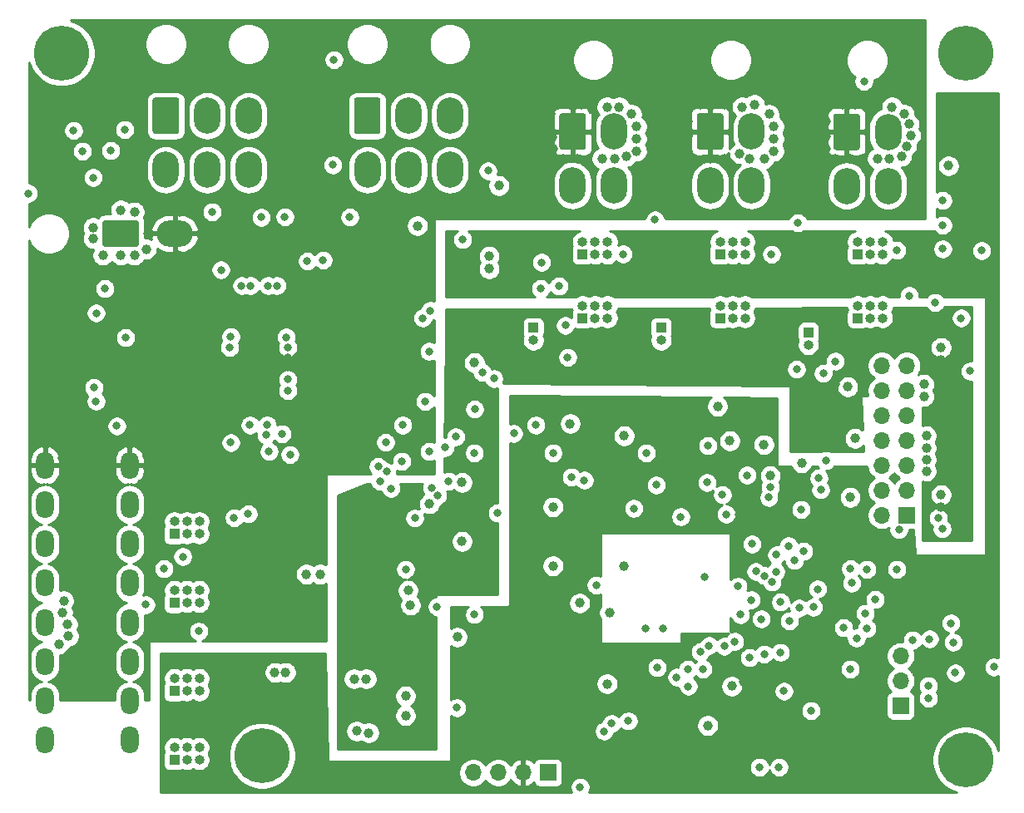
<source format=gbr>
G04 #@! TF.GenerationSoftware,KiCad,Pcbnew,5.1.6-c6e7f7d~87~ubuntu18.04.1*
G04 #@! TF.CreationDate,2020-08-26T01:47:06+02:00*
G04 #@! TF.ProjectId,retropilot_stm32f405_ecu,72657472-6f70-4696-9c6f-745f73746d33,rev?*
G04 #@! TF.SameCoordinates,Original*
G04 #@! TF.FileFunction,Copper,L3,Inr*
G04 #@! TF.FilePolarity,Positive*
%FSLAX46Y46*%
G04 Gerber Fmt 4.6, Leading zero omitted, Abs format (unit mm)*
G04 Created by KiCad (PCBNEW 5.1.6-c6e7f7d~87~ubuntu18.04.1) date 2020-08-26 01:47:06*
%MOMM*%
%LPD*%
G01*
G04 APERTURE LIST*
G04 #@! TA.AperFunction,ViaPad*
%ADD10O,1.700000X1.700000*%
G04 #@! TD*
G04 #@! TA.AperFunction,ViaPad*
%ADD11R,1.700000X1.700000*%
G04 #@! TD*
G04 #@! TA.AperFunction,ViaPad*
%ADD12O,3.700000X2.700000*%
G04 #@! TD*
G04 #@! TA.AperFunction,ViaPad*
%ADD13O,1.800000X2.800000*%
G04 #@! TD*
G04 #@! TA.AperFunction,ViaPad*
%ADD14O,1.000000X1.000000*%
G04 #@! TD*
G04 #@! TA.AperFunction,ViaPad*
%ADD15R,1.000000X1.000000*%
G04 #@! TD*
G04 #@! TA.AperFunction,ViaPad*
%ADD16O,2.700000X3.700000*%
G04 #@! TD*
G04 #@! TA.AperFunction,ViaPad*
%ADD17C,5.600000*%
G04 #@! TD*
G04 #@! TA.AperFunction,ViaPad*
%ADD18C,1.000000*%
G04 #@! TD*
G04 #@! TA.AperFunction,ViaPad*
%ADD19C,0.800000*%
G04 #@! TD*
G04 #@! TA.AperFunction,Conductor*
%ADD20C,0.254000*%
G04 #@! TD*
G04 APERTURE END LIST*
D10*
X120400000Y-94420000D03*
X120400000Y-96960000D03*
D11*
X120400000Y-99500000D03*
G04 #@! TA.AperFunction,ViaPad*
G36*
G01*
X42599999Y-52750000D02*
X39400001Y-52750000D01*
G75*
G02*
X39150000Y-52499999I0J250001D01*
G01*
X39150000Y-50300001D01*
G75*
G02*
X39400001Y-50050000I250001J0D01*
G01*
X42599999Y-50050000D01*
G75*
G02*
X42850000Y-50300001I0J-250001D01*
G01*
X42850000Y-52499999D01*
G75*
G02*
X42599999Y-52750000I-250001J0D01*
G01*
G37*
G04 #@! TD.AperFunction*
D12*
X46500000Y-51400000D03*
D13*
X33300000Y-103000000D03*
X33300000Y-99000000D03*
X33300000Y-91000000D03*
X33300000Y-95000000D03*
X33300000Y-79000000D03*
X33300000Y-87000000D03*
X33300000Y-83000000D03*
X33300000Y-75000000D03*
X41900000Y-91000000D03*
X41900000Y-75000000D03*
X41900000Y-83000000D03*
X41900000Y-79000000D03*
X41900000Y-95000000D03*
X41900000Y-103000000D03*
X41900000Y-99000000D03*
X41900000Y-87000000D03*
D14*
X49000000Y-103730000D03*
X49000000Y-105000000D03*
X47730000Y-103730000D03*
X47730000Y-105000000D03*
X46460000Y-103730000D03*
D15*
X46460000Y-105000000D03*
D14*
X49000000Y-96730000D03*
X49000000Y-98000000D03*
X47730000Y-96730000D03*
X47730000Y-98000000D03*
X46460000Y-96730000D03*
D15*
X46460000Y-98000000D03*
D14*
X49000000Y-87730000D03*
X49000000Y-89000000D03*
X47730000Y-87730000D03*
X47730000Y-89000000D03*
X46460000Y-87730000D03*
D15*
X46460000Y-89000000D03*
D14*
X49000000Y-80730000D03*
X49000000Y-82000000D03*
X47730000Y-80730000D03*
X47730000Y-82000000D03*
X46460000Y-80730000D03*
D15*
X46460000Y-82000000D03*
D14*
X118540000Y-58730000D03*
X118540000Y-60000000D03*
X117270000Y-58730000D03*
X117270000Y-60000000D03*
X116000000Y-58730000D03*
D15*
X116000000Y-60000000D03*
D14*
X118540000Y-52230000D03*
X118540000Y-53500000D03*
X117270000Y-52230000D03*
X117270000Y-53500000D03*
X116000000Y-52230000D03*
D15*
X116000000Y-53500000D03*
D14*
X104540000Y-58730000D03*
X104540000Y-60000000D03*
X103270000Y-58730000D03*
X103270000Y-60000000D03*
X102000000Y-58730000D03*
D15*
X102000000Y-60000000D03*
D14*
X104540000Y-52230000D03*
X104540000Y-53500000D03*
X103270000Y-52230000D03*
X103270000Y-53500000D03*
X102000000Y-52230000D03*
D15*
X102000000Y-53500000D03*
D14*
X90540000Y-58730000D03*
X90540000Y-60000000D03*
X89270000Y-58730000D03*
X89270000Y-60000000D03*
X88000000Y-58730000D03*
D15*
X88000000Y-60000000D03*
D14*
X90540000Y-52230000D03*
X90540000Y-53500000D03*
X89270000Y-52230000D03*
X89270000Y-53500000D03*
X88000000Y-52230000D03*
D15*
X88000000Y-53500000D03*
D14*
X111000000Y-62730000D03*
D15*
X111000000Y-61460000D03*
D14*
X96000000Y-62270000D03*
D15*
X96000000Y-61000000D03*
D14*
X83000000Y-62270000D03*
D15*
X83000000Y-61000000D03*
G04 #@! TA.AperFunction,ViaPad*
G36*
G01*
X44250000Y-40999999D02*
X44250000Y-37800001D01*
G75*
G02*
X44500001Y-37550000I250001J0D01*
G01*
X46699999Y-37550000D01*
G75*
G02*
X46950000Y-37800001I0J-250001D01*
G01*
X46950000Y-40999999D01*
G75*
G02*
X46699999Y-41250000I-250001J0D01*
G01*
X44500001Y-41250000D01*
G75*
G02*
X44250000Y-40999999I0J250001D01*
G01*
G37*
G04 #@! TD.AperFunction*
D16*
X49800000Y-39400000D03*
X54000000Y-39400000D03*
X45600000Y-44900000D03*
X49800000Y-44900000D03*
X54000000Y-44900000D03*
D17*
X55400000Y-104600000D03*
X127000000Y-105000000D03*
X127000000Y-33000000D03*
X35000000Y-33000000D03*
D10*
X118460000Y-64840000D03*
X121000000Y-64840000D03*
X118460000Y-67380000D03*
X121000000Y-67380000D03*
X118460000Y-69920000D03*
X121000000Y-69920000D03*
X118460000Y-72460000D03*
X121000000Y-72460000D03*
X118460000Y-75000000D03*
X121000000Y-75000000D03*
X118460000Y-77540000D03*
X121000000Y-77540000D03*
X118460000Y-80080000D03*
D11*
X121000000Y-80080000D03*
D10*
X76880000Y-106300000D03*
X79420000Y-106300000D03*
X81960000Y-106300000D03*
D11*
X84500000Y-106300000D03*
G04 #@! TA.AperFunction,ViaPad*
G36*
G01*
X113550000Y-42649999D02*
X113550000Y-39450001D01*
G75*
G02*
X113800001Y-39200000I250001J0D01*
G01*
X115999999Y-39200000D01*
G75*
G02*
X116250000Y-39450001I0J-250001D01*
G01*
X116250000Y-42649999D01*
G75*
G02*
X115999999Y-42900000I-250001J0D01*
G01*
X113800001Y-42900000D01*
G75*
G02*
X113550000Y-42649999I0J250001D01*
G01*
G37*
G04 #@! TD.AperFunction*
D16*
X119100000Y-41050000D03*
X114900000Y-46550000D03*
X119100000Y-46550000D03*
G04 #@! TA.AperFunction,ViaPad*
G36*
G01*
X99650000Y-42599999D02*
X99650000Y-39400001D01*
G75*
G02*
X99900001Y-39150000I250001J0D01*
G01*
X102099999Y-39150000D01*
G75*
G02*
X102350000Y-39400001I0J-250001D01*
G01*
X102350000Y-42599999D01*
G75*
G02*
X102099999Y-42850000I-250001J0D01*
G01*
X99900001Y-42850000D01*
G75*
G02*
X99650000Y-42599999I0J250001D01*
G01*
G37*
G04 #@! TD.AperFunction*
X105200000Y-41000000D03*
X101000000Y-46500000D03*
X105200000Y-46500000D03*
G04 #@! TA.AperFunction,ViaPad*
G36*
G01*
X85650000Y-42599999D02*
X85650000Y-39400001D01*
G75*
G02*
X85900001Y-39150000I250001J0D01*
G01*
X88099999Y-39150000D01*
G75*
G02*
X88350000Y-39400001I0J-250001D01*
G01*
X88350000Y-42599999D01*
G75*
G02*
X88099999Y-42850000I-250001J0D01*
G01*
X85900001Y-42850000D01*
G75*
G02*
X85650000Y-42599999I0J250001D01*
G01*
G37*
G04 #@! TD.AperFunction*
X91200000Y-41000000D03*
X87000000Y-46500000D03*
X91200000Y-46500000D03*
G04 #@! TA.AperFunction,ViaPad*
G36*
G01*
X64750000Y-40999999D02*
X64750000Y-37800001D01*
G75*
G02*
X65000001Y-37550000I250001J0D01*
G01*
X67199999Y-37550000D01*
G75*
G02*
X67450000Y-37800001I0J-250001D01*
G01*
X67450000Y-40999999D01*
G75*
G02*
X67199999Y-41250000I-250001J0D01*
G01*
X65000001Y-41250000D01*
G75*
G02*
X64750000Y-40999999I0J250001D01*
G01*
G37*
G04 #@! TD.AperFunction*
X70300000Y-39400000D03*
X74500000Y-39400000D03*
X66100000Y-44900000D03*
X70300000Y-44900000D03*
X74500000Y-44900000D03*
D18*
X39200000Y-53600000D03*
X41000000Y-49000000D03*
X42400000Y-49200000D03*
X43600000Y-53000000D03*
X42400000Y-53600000D03*
X41000000Y-53600000D03*
X38200000Y-51900000D03*
X38200000Y-50800000D03*
D19*
X31600000Y-47300000D03*
D18*
X34700000Y-93200000D03*
X35200000Y-88800000D03*
X35700000Y-92400000D03*
X35600000Y-91200000D03*
X35100000Y-90000000D03*
X92250000Y-72000000D03*
X86750000Y-70750000D03*
D19*
X100750000Y-73000000D03*
D18*
X107114000Y-76046300D03*
X110319000Y-74750000D03*
X106451000Y-72900000D03*
D19*
X72500000Y-59250000D03*
X100250000Y-95750000D03*
D18*
X65026100Y-102074000D03*
X92250000Y-85250000D03*
X90500000Y-97250000D03*
D19*
X108500000Y-98000000D03*
X111250000Y-100000000D03*
D18*
X78500000Y-55000000D03*
X77000000Y-64550000D03*
X115750000Y-72250000D03*
X103000000Y-72500000D03*
X101750000Y-69000000D03*
X85000000Y-85250000D03*
X85000000Y-79250000D03*
X75750000Y-82750000D03*
X75750000Y-76750000D03*
X79500000Y-46500000D03*
X93500000Y-40500000D03*
X93500000Y-41750000D03*
X93500000Y-43000000D03*
X92500000Y-43500000D03*
X91250000Y-43750000D03*
X90000000Y-43750000D03*
X107500000Y-40500000D03*
X107500000Y-41750000D03*
X107500000Y-43000000D03*
X106500000Y-43750000D03*
X105000000Y-43750000D03*
X104000000Y-43250000D03*
X121400000Y-41400000D03*
X121000000Y-42500000D03*
X120500000Y-43500000D03*
X119250000Y-43750000D03*
X118000000Y-43750000D03*
X121250000Y-40250000D03*
X125250000Y-44500000D03*
X124500000Y-63000000D03*
X124500000Y-78000000D03*
X103200000Y-97500000D03*
X100750000Y-101500000D03*
X115000000Y-67000000D03*
X122750000Y-66750000D03*
X122750000Y-68000000D03*
X123000000Y-72000000D03*
X123000000Y-73250000D03*
X123000000Y-74400000D03*
X123000000Y-75600000D03*
X115250000Y-78250000D03*
X78500000Y-53700000D03*
X107000000Y-39250000D03*
X105500000Y-38250000D03*
X104250000Y-38500000D03*
X120750000Y-39250000D03*
X119500000Y-38500000D03*
X93000000Y-39250000D03*
X91750000Y-38500000D03*
X90500000Y-38500000D03*
D19*
X54200000Y-56700000D03*
X53300000Y-56700000D03*
X56000000Y-56700000D03*
X56900000Y-56700000D03*
X39400000Y-57000000D03*
X38500000Y-59500000D03*
X55900000Y-70900000D03*
X40600000Y-71000000D03*
X69700000Y-70900000D03*
X74000000Y-73200000D03*
X54150000Y-70900000D03*
X71750000Y-60000000D03*
X41400000Y-40800000D03*
X55300000Y-49750000D03*
X37100000Y-43000000D03*
D18*
X70250000Y-87750000D03*
X70500000Y-89250000D03*
X57800000Y-96100000D03*
X56700000Y-96100000D03*
X59900000Y-86100000D03*
X61300000Y-86100000D03*
D19*
X62600000Y-44400000D03*
X62700000Y-33700000D03*
D18*
X75250000Y-92500000D03*
X64750000Y-96750000D03*
X66000000Y-96750000D03*
X66250000Y-102250000D03*
X70000000Y-100500000D03*
X70000000Y-98500000D03*
D19*
X102250000Y-78000000D03*
X98000000Y-80250000D03*
X115250000Y-95750000D03*
X102432634Y-93432634D03*
D18*
X72424488Y-78924488D03*
D19*
X105187692Y-88711709D03*
X120000000Y-85600000D03*
X121600000Y-92800000D03*
D18*
X87718717Y-89031283D03*
X90736655Y-90007231D03*
D19*
X77025000Y-69275000D03*
X103923000Y-79983700D03*
X111938000Y-93834300D03*
D18*
X78000000Y-96500000D03*
D19*
X119750000Y-76250000D03*
D18*
X84750000Y-69250000D03*
D19*
X99500000Y-80250000D03*
X117000000Y-82250000D03*
D18*
X81500000Y-69000000D03*
X80750000Y-52500000D03*
D19*
X110000000Y-105750000D03*
D18*
X71200000Y-50600000D03*
X78000000Y-98000000D03*
D19*
X112500000Y-96500000D03*
X115068000Y-83052200D03*
X102149000Y-81297000D03*
X114908000Y-81385300D03*
X96750900Y-73814000D03*
D18*
X104429451Y-97000023D03*
X92982306Y-97767694D03*
X43800000Y-51400000D03*
X45300000Y-49200000D03*
X47000000Y-49200000D03*
X49300000Y-51400000D03*
X49200000Y-52900000D03*
X48200000Y-53400000D03*
X46800000Y-53600000D03*
X43800000Y-75400000D03*
X43700000Y-74100000D03*
X33100000Y-72700000D03*
X34700000Y-73200000D03*
X43100000Y-76900000D03*
X40100000Y-76300000D03*
X39900000Y-75000000D03*
X40100000Y-73800000D03*
X35000000Y-76800000D03*
X35200000Y-75500000D03*
D19*
X55700000Y-92600000D03*
D18*
X78750000Y-48500000D03*
X98750000Y-38500000D03*
X100000000Y-38250000D03*
X101250000Y-38250000D03*
X102500000Y-38250000D03*
X98750000Y-40000000D03*
X98750000Y-41500000D03*
X98750000Y-43000000D03*
X99500000Y-44000000D03*
X101000000Y-43750000D03*
X102500000Y-43750000D03*
X115750000Y-38250000D03*
X114500000Y-38250000D03*
X113000000Y-38500000D03*
X117000000Y-38500000D03*
X112750000Y-40000000D03*
X112750000Y-41500000D03*
X112750000Y-42750000D03*
X113750000Y-43750000D03*
X115250000Y-43750000D03*
X116500000Y-43750000D03*
X87900000Y-38300000D03*
X86750000Y-38250000D03*
X85500000Y-38250000D03*
X84750000Y-39250000D03*
X84500000Y-40500000D03*
X84900000Y-41600000D03*
X85000000Y-42800000D03*
X86000000Y-43750000D03*
X87500000Y-43750000D03*
X89000000Y-38750000D03*
X72300000Y-53200000D03*
D19*
X55500000Y-52800000D03*
X56900000Y-48400000D03*
X36800000Y-36500000D03*
X57250000Y-43100000D03*
X41500000Y-44300000D03*
X55900000Y-91400000D03*
X59600000Y-92500000D03*
X62700000Y-36200000D03*
X58000000Y-64000000D03*
X38200000Y-64100000D03*
X38200000Y-65100000D03*
X58000000Y-65000000D03*
X41500000Y-64500000D03*
D18*
X35100000Y-74300000D03*
X45200000Y-53600000D03*
X69250000Y-102000000D03*
D19*
X74700000Y-67700000D03*
D18*
X113750000Y-66750000D03*
X124500000Y-64250000D03*
X124500000Y-79250000D03*
X73500000Y-80250000D03*
X73500000Y-86000000D03*
D19*
X56100000Y-73600000D03*
X72400000Y-73600000D03*
D18*
X68000000Y-102000000D03*
X66500000Y-88000000D03*
X67750000Y-88000000D03*
D19*
X72000000Y-68500000D03*
X112502700Y-65640200D03*
X100675600Y-76752700D03*
X100441762Y-86399942D03*
X52536300Y-80337200D03*
X68062772Y-75656062D03*
X107681900Y-85848900D03*
X79345600Y-79867200D03*
X108973300Y-83204300D03*
X93216400Y-79401200D03*
X107750000Y-84116200D03*
X89400000Y-87200000D03*
X106972000Y-78281400D03*
X102627000Y-79991100D03*
X60000000Y-54200000D03*
X57849000Y-61949000D03*
X61600000Y-54100000D03*
X58000000Y-63000000D03*
X77782900Y-65525000D03*
X72400000Y-63400000D03*
X45408700Y-85531800D03*
X75798400Y-52003500D03*
X83832800Y-54325300D03*
X47320400Y-84297700D03*
X92132900Y-53483200D03*
X107242700Y-53500000D03*
X48939000Y-91895700D03*
X75106800Y-72090900D03*
X43558400Y-89205100D03*
X95382400Y-50000000D03*
X109916000Y-50304500D03*
X106534661Y-86258899D03*
X105639151Y-85813831D03*
X124670000Y-48031700D03*
X111505737Y-89450227D03*
X116956400Y-91624600D03*
X123896600Y-58414000D03*
X124669900Y-50553500D03*
X125725052Y-93018700D03*
X103497300Y-92949300D03*
X127445300Y-65411700D03*
X124669500Y-52954500D03*
X100879753Y-93361610D03*
X128629400Y-53125000D03*
X98720415Y-95768473D03*
X97586400Y-96587400D03*
X126542300Y-60009000D03*
X116954400Y-85599800D03*
X115273500Y-85523100D03*
X120208300Y-81546300D03*
X86880400Y-76188500D03*
X107310868Y-86889395D03*
X78986600Y-66175700D03*
X85612300Y-56743200D03*
X121256400Y-57719100D03*
X124619500Y-81465100D03*
X88180700Y-76523300D03*
X110522100Y-83758100D03*
X81000000Y-71750000D03*
X83250000Y-70900000D03*
X67974082Y-72654772D03*
X113732000Y-64400000D03*
X105000000Y-94600000D03*
X100000000Y-94000000D03*
X72653960Y-77281464D03*
X70000000Y-85600000D03*
X73200000Y-89400000D03*
X77000000Y-90200000D03*
X69600000Y-74600000D03*
X58224819Y-73915835D03*
X57400000Y-71800000D03*
X58000000Y-67400000D03*
X108159693Y-88925028D03*
X95600000Y-95600000D03*
X110250000Y-79500000D03*
X112250000Y-77500000D03*
X86500000Y-64000000D03*
X86250000Y-60750000D03*
X83750000Y-57000000D03*
X58000000Y-66250000D03*
X104750000Y-76000000D03*
X77000000Y-73750000D03*
X94500000Y-73750000D03*
X95500000Y-77000000D03*
X85000000Y-73750000D03*
X115890800Y-92610600D03*
X110055726Y-89535395D03*
X114585200Y-91550300D03*
X108144200Y-94052000D03*
X119968000Y-53105100D03*
X78380700Y-45000000D03*
X109050012Y-90848900D03*
X124219000Y-80357700D03*
X123223300Y-98726000D03*
X90211000Y-102084500D03*
X96176144Y-91599955D03*
X111934659Y-87603159D03*
X117794584Y-88675043D03*
X107121000Y-77227700D03*
X109796000Y-65215800D03*
X112054800Y-76310400D03*
X106499833Y-94223619D03*
X112782400Y-74531600D03*
X106206580Y-90657004D03*
X36200000Y-40900000D03*
X41500000Y-62000000D03*
X40000000Y-42950000D03*
X38200000Y-45700000D03*
X52100000Y-63000000D03*
X50300000Y-49200000D03*
X52201000Y-61898900D03*
X51200000Y-55100000D03*
X64315600Y-49720200D03*
X57712200Y-49699200D03*
X68508474Y-77356974D03*
X73275223Y-78065081D03*
X67215419Y-75125010D03*
X103840373Y-87324294D03*
X52199300Y-72690100D03*
X70938400Y-80381100D03*
X75219900Y-99687600D03*
X123200700Y-97449800D03*
X116773900Y-90082300D03*
X55796827Y-71916360D03*
X115410300Y-86991000D03*
X125498400Y-91074100D03*
X125955600Y-96146200D03*
X129872200Y-95538400D03*
X116653600Y-35893500D03*
X123331581Y-92693689D03*
X74377500Y-76630700D03*
X67389800Y-76630700D03*
X53981500Y-79941300D03*
X105256700Y-83013786D03*
X38490500Y-68480700D03*
X92666000Y-101039500D03*
X38282500Y-67075000D03*
X104086199Y-90215478D03*
X109589900Y-84696500D03*
X87761400Y-107767400D03*
X106000000Y-105750000D03*
X98767867Y-97504254D03*
X90967000Y-101309900D03*
X108000000Y-105750000D03*
X94460660Y-91638123D03*
D20*
G36*
X127623000Y-64391770D02*
G01*
X127547239Y-64376700D01*
X127343361Y-64376700D01*
X127143402Y-64416474D01*
X126955044Y-64494495D01*
X126785526Y-64607763D01*
X126641363Y-64751926D01*
X126528095Y-64921444D01*
X126450074Y-65109802D01*
X126410300Y-65309761D01*
X126410300Y-65513639D01*
X126450074Y-65713598D01*
X126528095Y-65901956D01*
X126641363Y-66071474D01*
X126785526Y-66215637D01*
X126955044Y-66328905D01*
X127143402Y-66406926D01*
X127343361Y-66446700D01*
X127547239Y-66446700D01*
X127623000Y-66431630D01*
X127623000Y-82623000D01*
X122627000Y-82623000D01*
X122627000Y-80255761D01*
X123184000Y-80255761D01*
X123184000Y-80459639D01*
X123223774Y-80659598D01*
X123301795Y-80847956D01*
X123415063Y-81017474D01*
X123559226Y-81161637D01*
X123616918Y-81200185D01*
X123584500Y-81363161D01*
X123584500Y-81567039D01*
X123624274Y-81766998D01*
X123702295Y-81955356D01*
X123815563Y-82124874D01*
X123959726Y-82269037D01*
X124129244Y-82382305D01*
X124317602Y-82460326D01*
X124517561Y-82500100D01*
X124721439Y-82500100D01*
X124921398Y-82460326D01*
X125109756Y-82382305D01*
X125279274Y-82269037D01*
X125423437Y-82124874D01*
X125536705Y-81955356D01*
X125614726Y-81766998D01*
X125654500Y-81567039D01*
X125654500Y-81363161D01*
X125614726Y-81163202D01*
X125536705Y-80974844D01*
X125423437Y-80805326D01*
X125279274Y-80661163D01*
X125221582Y-80622615D01*
X125254000Y-80459639D01*
X125254000Y-80255761D01*
X125214226Y-80055802D01*
X125136205Y-79867444D01*
X125022937Y-79697926D01*
X124878774Y-79553763D01*
X124709256Y-79440495D01*
X124520898Y-79362474D01*
X124320939Y-79322700D01*
X124117061Y-79322700D01*
X123917102Y-79362474D01*
X123728744Y-79440495D01*
X123559226Y-79553763D01*
X123415063Y-79697926D01*
X123301795Y-79867444D01*
X123223774Y-80055802D01*
X123184000Y-80255761D01*
X122627000Y-80255761D01*
X122627000Y-77888212D01*
X123365000Y-77888212D01*
X123365000Y-78111788D01*
X123408617Y-78331067D01*
X123494176Y-78537624D01*
X123618388Y-78723520D01*
X123776480Y-78881612D01*
X123962376Y-79005824D01*
X124168933Y-79091383D01*
X124388212Y-79135000D01*
X124611788Y-79135000D01*
X124831067Y-79091383D01*
X125037624Y-79005824D01*
X125223520Y-78881612D01*
X125381612Y-78723520D01*
X125505824Y-78537624D01*
X125591383Y-78331067D01*
X125635000Y-78111788D01*
X125635000Y-77888212D01*
X125591383Y-77668933D01*
X125505824Y-77462376D01*
X125381612Y-77276480D01*
X125223520Y-77118388D01*
X125037624Y-76994176D01*
X124831067Y-76908617D01*
X124611788Y-76865000D01*
X124388212Y-76865000D01*
X124168933Y-76908617D01*
X123962376Y-76994176D01*
X123776480Y-77118388D01*
X123618388Y-77276480D01*
X123494176Y-77462376D01*
X123408617Y-77668933D01*
X123365000Y-77888212D01*
X122627000Y-77888212D01*
X122627000Y-76674014D01*
X122668933Y-76691383D01*
X122888212Y-76735000D01*
X123111788Y-76735000D01*
X123331067Y-76691383D01*
X123537624Y-76605824D01*
X123723520Y-76481612D01*
X123881612Y-76323520D01*
X124005824Y-76137624D01*
X124091383Y-75931067D01*
X124135000Y-75711788D01*
X124135000Y-75488212D01*
X124091383Y-75268933D01*
X124005824Y-75062376D01*
X123964146Y-75000000D01*
X124005824Y-74937624D01*
X124091383Y-74731067D01*
X124135000Y-74511788D01*
X124135000Y-74288212D01*
X124091383Y-74068933D01*
X124005824Y-73862376D01*
X123980850Y-73825000D01*
X124005824Y-73787624D01*
X124091383Y-73581067D01*
X124135000Y-73361788D01*
X124135000Y-73138212D01*
X124091383Y-72918933D01*
X124005824Y-72712376D01*
X123947441Y-72625000D01*
X124005824Y-72537624D01*
X124091383Y-72331067D01*
X124135000Y-72111788D01*
X124135000Y-71888212D01*
X124091383Y-71668933D01*
X124005824Y-71462376D01*
X123881612Y-71276480D01*
X123723520Y-71118388D01*
X123537624Y-70994176D01*
X123331067Y-70908617D01*
X123111788Y-70865000D01*
X122888212Y-70865000D01*
X122668933Y-70908617D01*
X122627000Y-70925986D01*
X122627000Y-69132770D01*
X122638212Y-69135000D01*
X122861788Y-69135000D01*
X123081067Y-69091383D01*
X123287624Y-69005824D01*
X123473520Y-68881612D01*
X123631612Y-68723520D01*
X123755824Y-68537624D01*
X123841383Y-68331067D01*
X123885000Y-68111788D01*
X123885000Y-67888212D01*
X123841383Y-67668933D01*
X123755824Y-67462376D01*
X123697441Y-67375000D01*
X123755824Y-67287624D01*
X123841383Y-67081067D01*
X123885000Y-66861788D01*
X123885000Y-66638212D01*
X123841383Y-66418933D01*
X123755824Y-66212376D01*
X123631612Y-66026480D01*
X123473520Y-65868388D01*
X123287624Y-65744176D01*
X123081067Y-65658617D01*
X122861788Y-65615000D01*
X122638212Y-65615000D01*
X122418933Y-65658617D01*
X122212376Y-65744176D01*
X122157216Y-65781033D01*
X122315990Y-65543411D01*
X122427932Y-65273158D01*
X122485000Y-64986260D01*
X122485000Y-64693740D01*
X122427932Y-64406842D01*
X122315990Y-64136589D01*
X122153475Y-63893368D01*
X121946632Y-63686525D01*
X121703411Y-63524010D01*
X121433158Y-63412068D01*
X121146260Y-63355000D01*
X120853740Y-63355000D01*
X120566842Y-63412068D01*
X120296589Y-63524010D01*
X120053368Y-63686525D01*
X119846525Y-63893368D01*
X119730000Y-64067760D01*
X119613475Y-63893368D01*
X119406632Y-63686525D01*
X119163411Y-63524010D01*
X118893158Y-63412068D01*
X118606260Y-63355000D01*
X118313740Y-63355000D01*
X118026842Y-63412068D01*
X117756589Y-63524010D01*
X117513368Y-63686525D01*
X117306525Y-63893368D01*
X117144010Y-64136589D01*
X117032068Y-64406842D01*
X116975000Y-64693740D01*
X116975000Y-64986260D01*
X117032068Y-65273158D01*
X117144010Y-65543411D01*
X117306525Y-65786632D01*
X117513368Y-65993475D01*
X117687760Y-66110000D01*
X117513368Y-66226525D01*
X117306525Y-66433368D01*
X117144010Y-66676589D01*
X117032068Y-66946842D01*
X116975000Y-67233740D01*
X116975000Y-67526260D01*
X117032068Y-67813158D01*
X117056855Y-67873000D01*
X116500000Y-67873000D01*
X116475224Y-67875440D01*
X116451399Y-67882667D01*
X116429443Y-67894403D01*
X116410197Y-67910197D01*
X116394403Y-67929443D01*
X116382667Y-67951399D01*
X116375440Y-67975224D01*
X116373120Y-68005517D01*
X116521414Y-71416282D01*
X116473520Y-71368388D01*
X116287624Y-71244176D01*
X116081067Y-71158617D01*
X115861788Y-71115000D01*
X115638212Y-71115000D01*
X115418933Y-71158617D01*
X115212376Y-71244176D01*
X115026480Y-71368388D01*
X114868388Y-71526480D01*
X114744176Y-71712376D01*
X114658617Y-71918933D01*
X114615000Y-72138212D01*
X114615000Y-72361788D01*
X114658617Y-72581067D01*
X114744176Y-72787624D01*
X114868388Y-72973520D01*
X115026480Y-73131612D01*
X115212376Y-73255824D01*
X115418933Y-73341383D01*
X115638212Y-73385000D01*
X115861788Y-73385000D01*
X116081067Y-73341383D01*
X116287624Y-73255824D01*
X116473520Y-73131612D01*
X116590890Y-73014242D01*
X116617358Y-73623000D01*
X113285534Y-73623000D01*
X113272656Y-73614395D01*
X113084298Y-73536374D01*
X112884339Y-73496600D01*
X112680461Y-73496600D01*
X112480502Y-73536374D01*
X112292144Y-73614395D01*
X112279266Y-73623000D01*
X110471007Y-73623000D01*
X110430788Y-73615000D01*
X110207212Y-73615000D01*
X110166993Y-73623000D01*
X109127000Y-73623000D01*
X109127000Y-67000000D01*
X109124560Y-66975224D01*
X109117333Y-66951399D01*
X109105597Y-66929443D01*
X109089803Y-66910197D01*
X109070557Y-66894403D01*
X109058975Y-66888212D01*
X113865000Y-66888212D01*
X113865000Y-67111788D01*
X113908617Y-67331067D01*
X113994176Y-67537624D01*
X114118388Y-67723520D01*
X114276480Y-67881612D01*
X114462376Y-68005824D01*
X114668933Y-68091383D01*
X114888212Y-68135000D01*
X115111788Y-68135000D01*
X115331067Y-68091383D01*
X115537624Y-68005824D01*
X115723520Y-67881612D01*
X115881612Y-67723520D01*
X116005824Y-67537624D01*
X116091383Y-67331067D01*
X116135000Y-67111788D01*
X116135000Y-66888212D01*
X116091383Y-66668933D01*
X116005824Y-66462376D01*
X115881612Y-66276480D01*
X115723520Y-66118388D01*
X115537624Y-65994176D01*
X115331067Y-65908617D01*
X115111788Y-65865000D01*
X114888212Y-65865000D01*
X114668933Y-65908617D01*
X114462376Y-65994176D01*
X114276480Y-66118388D01*
X114118388Y-66276480D01*
X113994176Y-66462376D01*
X113908617Y-66668933D01*
X113865000Y-66888212D01*
X109058975Y-66888212D01*
X109048601Y-66882667D01*
X109024776Y-66875440D01*
X109001076Y-66873005D01*
X79920125Y-66626556D01*
X79981826Y-66477598D01*
X80021600Y-66277639D01*
X80021600Y-66073761D01*
X79981826Y-65873802D01*
X79903805Y-65685444D01*
X79790537Y-65515926D01*
X79646374Y-65371763D01*
X79476856Y-65258495D01*
X79288498Y-65180474D01*
X79088539Y-65140700D01*
X78884661Y-65140700D01*
X78754701Y-65166550D01*
X78732877Y-65113861D01*
X108761000Y-65113861D01*
X108761000Y-65317739D01*
X108800774Y-65517698D01*
X108878795Y-65706056D01*
X108992063Y-65875574D01*
X109136226Y-66019737D01*
X109305744Y-66133005D01*
X109494102Y-66211026D01*
X109694061Y-66250800D01*
X109897939Y-66250800D01*
X110097898Y-66211026D01*
X110286256Y-66133005D01*
X110455774Y-66019737D01*
X110599937Y-65875574D01*
X110713205Y-65706056D01*
X110782708Y-65538261D01*
X111467700Y-65538261D01*
X111467700Y-65742139D01*
X111507474Y-65942098D01*
X111585495Y-66130456D01*
X111698763Y-66299974D01*
X111842926Y-66444137D01*
X112012444Y-66557405D01*
X112200802Y-66635426D01*
X112400761Y-66675200D01*
X112604639Y-66675200D01*
X112804598Y-66635426D01*
X112992956Y-66557405D01*
X113162474Y-66444137D01*
X113306637Y-66299974D01*
X113419905Y-66130456D01*
X113497926Y-65942098D01*
X113537700Y-65742139D01*
X113537700Y-65538261D01*
X113512509Y-65411618D01*
X113630061Y-65435000D01*
X113833939Y-65435000D01*
X114033898Y-65395226D01*
X114222256Y-65317205D01*
X114391774Y-65203937D01*
X114535937Y-65059774D01*
X114649205Y-64890256D01*
X114727226Y-64701898D01*
X114767000Y-64501939D01*
X114767000Y-64298061D01*
X114727226Y-64098102D01*
X114649205Y-63909744D01*
X114535937Y-63740226D01*
X114391774Y-63596063D01*
X114222256Y-63482795D01*
X114033898Y-63404774D01*
X113833939Y-63365000D01*
X113630061Y-63365000D01*
X113430102Y-63404774D01*
X113241744Y-63482795D01*
X113072226Y-63596063D01*
X112928063Y-63740226D01*
X112814795Y-63909744D01*
X112736774Y-64098102D01*
X112697000Y-64298061D01*
X112697000Y-64501939D01*
X112722191Y-64628582D01*
X112604639Y-64605200D01*
X112400761Y-64605200D01*
X112200802Y-64644974D01*
X112012444Y-64722995D01*
X111842926Y-64836263D01*
X111698763Y-64980426D01*
X111585495Y-65149944D01*
X111507474Y-65338302D01*
X111467700Y-65538261D01*
X110782708Y-65538261D01*
X110791226Y-65517698D01*
X110831000Y-65317739D01*
X110831000Y-65113861D01*
X110791226Y-64913902D01*
X110713205Y-64725544D01*
X110599937Y-64556026D01*
X110455774Y-64411863D01*
X110286256Y-64298595D01*
X110097898Y-64220574D01*
X109897939Y-64180800D01*
X109694061Y-64180800D01*
X109494102Y-64220574D01*
X109305744Y-64298595D01*
X109136226Y-64411863D01*
X108992063Y-64556026D01*
X108878795Y-64725544D01*
X108800774Y-64913902D01*
X108761000Y-65113861D01*
X78732877Y-65113861D01*
X78700105Y-65034744D01*
X78586837Y-64865226D01*
X78442674Y-64721063D01*
X78273156Y-64607795D01*
X78135000Y-64550568D01*
X78135000Y-64438212D01*
X78091383Y-64218933D01*
X78005824Y-64012376D01*
X77929441Y-63898061D01*
X85465000Y-63898061D01*
X85465000Y-64101939D01*
X85504774Y-64301898D01*
X85582795Y-64490256D01*
X85696063Y-64659774D01*
X85840226Y-64803937D01*
X86009744Y-64917205D01*
X86198102Y-64995226D01*
X86398061Y-65035000D01*
X86601939Y-65035000D01*
X86801898Y-64995226D01*
X86990256Y-64917205D01*
X87159774Y-64803937D01*
X87303937Y-64659774D01*
X87417205Y-64490256D01*
X87495226Y-64301898D01*
X87535000Y-64101939D01*
X87535000Y-63898061D01*
X87495226Y-63698102D01*
X87417205Y-63509744D01*
X87303937Y-63340226D01*
X87159774Y-63196063D01*
X86990256Y-63082795D01*
X86801898Y-63004774D01*
X86601939Y-62965000D01*
X86398061Y-62965000D01*
X86198102Y-63004774D01*
X86009744Y-63082795D01*
X85840226Y-63196063D01*
X85696063Y-63340226D01*
X85582795Y-63509744D01*
X85504774Y-63698102D01*
X85465000Y-63898061D01*
X77929441Y-63898061D01*
X77881612Y-63826480D01*
X77723520Y-63668388D01*
X77537624Y-63544176D01*
X77331067Y-63458617D01*
X77111788Y-63415000D01*
X76888212Y-63415000D01*
X76668933Y-63458617D01*
X76462376Y-63544176D01*
X76276480Y-63668388D01*
X76118388Y-63826480D01*
X75994176Y-64012376D01*
X75908617Y-64218933D01*
X75865000Y-64438212D01*
X75865000Y-64661788D01*
X75908617Y-64881067D01*
X75994176Y-65087624D01*
X76118388Y-65273520D01*
X76276480Y-65431612D01*
X76462376Y-65555824D01*
X76668933Y-65641383D01*
X76754145Y-65658333D01*
X76787674Y-65826898D01*
X76865695Y-66015256D01*
X76978963Y-66184774D01*
X77123126Y-66328937D01*
X77292644Y-66442205D01*
X77481002Y-66520226D01*
X77680961Y-66560000D01*
X77884839Y-66560000D01*
X78014799Y-66534150D01*
X78069395Y-66665956D01*
X78182663Y-66835474D01*
X78326826Y-66979637D01*
X78496344Y-67092905D01*
X78684702Y-67170926D01*
X78884661Y-67210700D01*
X79088539Y-67210700D01*
X79288498Y-67170926D01*
X79373000Y-67135924D01*
X79373000Y-78832200D01*
X79243661Y-78832200D01*
X79043702Y-78871974D01*
X78855344Y-78949995D01*
X78685826Y-79063263D01*
X78541663Y-79207426D01*
X78428395Y-79376944D01*
X78350374Y-79565302D01*
X78310600Y-79765261D01*
X78310600Y-79969139D01*
X78350374Y-80169098D01*
X78428395Y-80357456D01*
X78541663Y-80526974D01*
X78685826Y-80671137D01*
X78855344Y-80784405D01*
X79043702Y-80862426D01*
X79243661Y-80902200D01*
X79373000Y-80902200D01*
X79373000Y-88123000D01*
X73250000Y-88123000D01*
X73225224Y-88125440D01*
X73201399Y-88132667D01*
X73179443Y-88144403D01*
X73160197Y-88160197D01*
X73144403Y-88179443D01*
X73132667Y-88201399D01*
X73125440Y-88225224D01*
X73123000Y-88250000D01*
X73123000Y-88365000D01*
X73098061Y-88365000D01*
X72898102Y-88404774D01*
X72709744Y-88482795D01*
X72540226Y-88596063D01*
X72396063Y-88740226D01*
X72282795Y-88909744D01*
X72204774Y-89098102D01*
X72165000Y-89298061D01*
X72165000Y-89501939D01*
X72204774Y-89701898D01*
X72282795Y-89890256D01*
X72396063Y-90059774D01*
X72540226Y-90203937D01*
X72709744Y-90317205D01*
X72898102Y-90395226D01*
X73098061Y-90435000D01*
X73123000Y-90435000D01*
X73123000Y-103873000D01*
X63127000Y-103873000D01*
X63127000Y-101962212D01*
X63891100Y-101962212D01*
X63891100Y-102185788D01*
X63934717Y-102405067D01*
X64020276Y-102611624D01*
X64144488Y-102797520D01*
X64302580Y-102955612D01*
X64488476Y-103079824D01*
X64695033Y-103165383D01*
X64914312Y-103209000D01*
X65137888Y-103209000D01*
X65357167Y-103165383D01*
X65500769Y-103105901D01*
X65526480Y-103131612D01*
X65712376Y-103255824D01*
X65918933Y-103341383D01*
X66138212Y-103385000D01*
X66361788Y-103385000D01*
X66581067Y-103341383D01*
X66787624Y-103255824D01*
X66973520Y-103131612D01*
X67131612Y-102973520D01*
X67255824Y-102787624D01*
X67341383Y-102581067D01*
X67385000Y-102361788D01*
X67385000Y-102138212D01*
X67341383Y-101918933D01*
X67255824Y-101712376D01*
X67131612Y-101526480D01*
X66973520Y-101368388D01*
X66787624Y-101244176D01*
X66581067Y-101158617D01*
X66361788Y-101115000D01*
X66138212Y-101115000D01*
X65918933Y-101158617D01*
X65775331Y-101218099D01*
X65749620Y-101192388D01*
X65563724Y-101068176D01*
X65357167Y-100982617D01*
X65137888Y-100939000D01*
X64914312Y-100939000D01*
X64695033Y-100982617D01*
X64488476Y-101068176D01*
X64302580Y-101192388D01*
X64144488Y-101350480D01*
X64020276Y-101536376D01*
X63934717Y-101742933D01*
X63891100Y-101962212D01*
X63127000Y-101962212D01*
X63127000Y-98388212D01*
X68865000Y-98388212D01*
X68865000Y-98611788D01*
X68908617Y-98831067D01*
X68994176Y-99037624D01*
X69118388Y-99223520D01*
X69276480Y-99381612D01*
X69453660Y-99500000D01*
X69276480Y-99618388D01*
X69118388Y-99776480D01*
X68994176Y-99962376D01*
X68908617Y-100168933D01*
X68865000Y-100388212D01*
X68865000Y-100611788D01*
X68908617Y-100831067D01*
X68994176Y-101037624D01*
X69118388Y-101223520D01*
X69276480Y-101381612D01*
X69462376Y-101505824D01*
X69668933Y-101591383D01*
X69888212Y-101635000D01*
X70111788Y-101635000D01*
X70331067Y-101591383D01*
X70537624Y-101505824D01*
X70723520Y-101381612D01*
X70881612Y-101223520D01*
X71005824Y-101037624D01*
X71091383Y-100831067D01*
X71135000Y-100611788D01*
X71135000Y-100388212D01*
X71091383Y-100168933D01*
X71005824Y-99962376D01*
X70881612Y-99776480D01*
X70723520Y-99618388D01*
X70546340Y-99500000D01*
X70723520Y-99381612D01*
X70881612Y-99223520D01*
X71005824Y-99037624D01*
X71091383Y-98831067D01*
X71135000Y-98611788D01*
X71135000Y-98388212D01*
X71091383Y-98168933D01*
X71005824Y-97962376D01*
X70881612Y-97776480D01*
X70723520Y-97618388D01*
X70537624Y-97494176D01*
X70331067Y-97408617D01*
X70111788Y-97365000D01*
X69888212Y-97365000D01*
X69668933Y-97408617D01*
X69462376Y-97494176D01*
X69276480Y-97618388D01*
X69118388Y-97776480D01*
X68994176Y-97962376D01*
X68908617Y-98168933D01*
X68865000Y-98388212D01*
X63127000Y-98388212D01*
X63127000Y-96638212D01*
X63615000Y-96638212D01*
X63615000Y-96861788D01*
X63658617Y-97081067D01*
X63744176Y-97287624D01*
X63868388Y-97473520D01*
X64026480Y-97631612D01*
X64212376Y-97755824D01*
X64418933Y-97841383D01*
X64638212Y-97885000D01*
X64861788Y-97885000D01*
X65081067Y-97841383D01*
X65287624Y-97755824D01*
X65375000Y-97697441D01*
X65462376Y-97755824D01*
X65668933Y-97841383D01*
X65888212Y-97885000D01*
X66111788Y-97885000D01*
X66331067Y-97841383D01*
X66537624Y-97755824D01*
X66723520Y-97631612D01*
X66881612Y-97473520D01*
X67005824Y-97287624D01*
X67091383Y-97081067D01*
X67135000Y-96861788D01*
X67135000Y-96638212D01*
X67091383Y-96418933D01*
X67005824Y-96212376D01*
X66881612Y-96026480D01*
X66723520Y-95868388D01*
X66537624Y-95744176D01*
X66331067Y-95658617D01*
X66111788Y-95615000D01*
X65888212Y-95615000D01*
X65668933Y-95658617D01*
X65462376Y-95744176D01*
X65375000Y-95802559D01*
X65287624Y-95744176D01*
X65081067Y-95658617D01*
X64861788Y-95615000D01*
X64638212Y-95615000D01*
X64418933Y-95658617D01*
X64212376Y-95744176D01*
X64026480Y-95868388D01*
X63868388Y-96026480D01*
X63744176Y-96212376D01*
X63658617Y-96418933D01*
X63615000Y-96638212D01*
X63127000Y-96638212D01*
X63127000Y-85498061D01*
X68965000Y-85498061D01*
X68965000Y-85701939D01*
X69004774Y-85901898D01*
X69082795Y-86090256D01*
X69196063Y-86259774D01*
X69340226Y-86403937D01*
X69509744Y-86517205D01*
X69698102Y-86595226D01*
X69898061Y-86635000D01*
X70037665Y-86635000D01*
X69918933Y-86658617D01*
X69712376Y-86744176D01*
X69526480Y-86868388D01*
X69368388Y-87026480D01*
X69244176Y-87212376D01*
X69158617Y-87418933D01*
X69115000Y-87638212D01*
X69115000Y-87861788D01*
X69158617Y-88081067D01*
X69244176Y-88287624D01*
X69368388Y-88473520D01*
X69526480Y-88631612D01*
X69541455Y-88641618D01*
X69494176Y-88712376D01*
X69408617Y-88918933D01*
X69365000Y-89138212D01*
X69365000Y-89361788D01*
X69408617Y-89581067D01*
X69494176Y-89787624D01*
X69618388Y-89973520D01*
X69776480Y-90131612D01*
X69962376Y-90255824D01*
X70168933Y-90341383D01*
X70388212Y-90385000D01*
X70611788Y-90385000D01*
X70831067Y-90341383D01*
X71037624Y-90255824D01*
X71223520Y-90131612D01*
X71381612Y-89973520D01*
X71505824Y-89787624D01*
X71591383Y-89581067D01*
X71635000Y-89361788D01*
X71635000Y-89138212D01*
X71591383Y-88918933D01*
X71505824Y-88712376D01*
X71381612Y-88526480D01*
X71223520Y-88368388D01*
X71208545Y-88358382D01*
X71255824Y-88287624D01*
X71341383Y-88081067D01*
X71385000Y-87861788D01*
X71385000Y-87638212D01*
X71341383Y-87418933D01*
X71255824Y-87212376D01*
X71131612Y-87026480D01*
X70973520Y-86868388D01*
X70787624Y-86744176D01*
X70581067Y-86658617D01*
X70361788Y-86615000D01*
X70202487Y-86615000D01*
X70301898Y-86595226D01*
X70490256Y-86517205D01*
X70659774Y-86403937D01*
X70803937Y-86259774D01*
X70917205Y-86090256D01*
X70995226Y-85901898D01*
X71035000Y-85701939D01*
X71035000Y-85498061D01*
X70995226Y-85298102D01*
X70917205Y-85109744D01*
X70803937Y-84940226D01*
X70659774Y-84796063D01*
X70490256Y-84682795D01*
X70301898Y-84604774D01*
X70101939Y-84565000D01*
X69898061Y-84565000D01*
X69698102Y-84604774D01*
X69509744Y-84682795D01*
X69340226Y-84796063D01*
X69196063Y-84940226D01*
X69082795Y-85109744D01*
X69004774Y-85298102D01*
X68965000Y-85498061D01*
X63127000Y-85498061D01*
X63127000Y-82638212D01*
X74615000Y-82638212D01*
X74615000Y-82861788D01*
X74658617Y-83081067D01*
X74744176Y-83287624D01*
X74868388Y-83473520D01*
X75026480Y-83631612D01*
X75212376Y-83755824D01*
X75418933Y-83841383D01*
X75638212Y-83885000D01*
X75861788Y-83885000D01*
X76081067Y-83841383D01*
X76287624Y-83755824D01*
X76473520Y-83631612D01*
X76631612Y-83473520D01*
X76755824Y-83287624D01*
X76841383Y-83081067D01*
X76885000Y-82861788D01*
X76885000Y-82638212D01*
X76841383Y-82418933D01*
X76755824Y-82212376D01*
X76631612Y-82026480D01*
X76473520Y-81868388D01*
X76287624Y-81744176D01*
X76081067Y-81658617D01*
X75861788Y-81615000D01*
X75638212Y-81615000D01*
X75418933Y-81658617D01*
X75212376Y-81744176D01*
X75026480Y-81868388D01*
X74868388Y-82026480D01*
X74744176Y-82212376D01*
X74658617Y-82418933D01*
X74615000Y-82638212D01*
X63127000Y-82638212D01*
X63127000Y-78084667D01*
X66025400Y-76877000D01*
X66383515Y-76877000D01*
X66394574Y-76932598D01*
X66472595Y-77120956D01*
X66585863Y-77290474D01*
X66730026Y-77434637D01*
X66899544Y-77547905D01*
X67087902Y-77625926D01*
X67287861Y-77665700D01*
X67491739Y-77665700D01*
X67514224Y-77661228D01*
X67591269Y-77847230D01*
X67704537Y-78016748D01*
X67848700Y-78160911D01*
X68018218Y-78274179D01*
X68206576Y-78352200D01*
X68406535Y-78391974D01*
X68610413Y-78391974D01*
X68810372Y-78352200D01*
X68998730Y-78274179D01*
X69168248Y-78160911D01*
X69312411Y-78016748D01*
X69425679Y-77847230D01*
X69503700Y-77658872D01*
X69543474Y-77458913D01*
X69543474Y-77255035D01*
X69503700Y-77055076D01*
X69429938Y-76877000D01*
X71701219Y-76877000D01*
X71658734Y-76979566D01*
X71618960Y-77179525D01*
X71618960Y-77383403D01*
X71658734Y-77583362D01*
X71736755Y-77771720D01*
X71850023Y-77941238D01*
X71851247Y-77942462D01*
X71700968Y-78042876D01*
X71542876Y-78200968D01*
X71418664Y-78386864D01*
X71333105Y-78593421D01*
X71289488Y-78812700D01*
X71289488Y-79036276D01*
X71333105Y-79255555D01*
X71417486Y-79459268D01*
X71240298Y-79385874D01*
X71040339Y-79346100D01*
X70836461Y-79346100D01*
X70636502Y-79385874D01*
X70448144Y-79463895D01*
X70278626Y-79577163D01*
X70134463Y-79721326D01*
X70021195Y-79890844D01*
X69943174Y-80079202D01*
X69903400Y-80279161D01*
X69903400Y-80483039D01*
X69943174Y-80682998D01*
X70021195Y-80871356D01*
X70134463Y-81040874D01*
X70278626Y-81185037D01*
X70448144Y-81298305D01*
X70636502Y-81376326D01*
X70836461Y-81416100D01*
X71040339Y-81416100D01*
X71240298Y-81376326D01*
X71428656Y-81298305D01*
X71598174Y-81185037D01*
X71742337Y-81040874D01*
X71855605Y-80871356D01*
X71933626Y-80682998D01*
X71973400Y-80483039D01*
X71973400Y-80279161D01*
X71933626Y-80079202D01*
X71866247Y-79916536D01*
X71886864Y-79930312D01*
X72093421Y-80015871D01*
X72312700Y-80059488D01*
X72536276Y-80059488D01*
X72755555Y-80015871D01*
X72962112Y-79930312D01*
X73148008Y-79806100D01*
X73306100Y-79648008D01*
X73430312Y-79462112D01*
X73515871Y-79255555D01*
X73553785Y-79064949D01*
X73577121Y-79060307D01*
X73765479Y-78982286D01*
X73934997Y-78869018D01*
X74079160Y-78724855D01*
X74192428Y-78555337D01*
X74270449Y-78366979D01*
X74310223Y-78167020D01*
X74310223Y-77963142D01*
X74270449Y-77763183D01*
X74225985Y-77655839D01*
X74275561Y-77665700D01*
X74479439Y-77665700D01*
X74679398Y-77625926D01*
X74867756Y-77547905D01*
X74912725Y-77517857D01*
X75026480Y-77631612D01*
X75212376Y-77755824D01*
X75418933Y-77841383D01*
X75638212Y-77885000D01*
X75861788Y-77885000D01*
X76081067Y-77841383D01*
X76287624Y-77755824D01*
X76473520Y-77631612D01*
X76631612Y-77473520D01*
X76755824Y-77287624D01*
X76841383Y-77081067D01*
X76885000Y-76861788D01*
X76885000Y-76638212D01*
X76841383Y-76418933D01*
X76755824Y-76212376D01*
X76631612Y-76026480D01*
X76473520Y-75868388D01*
X76287624Y-75744176D01*
X76081067Y-75658617D01*
X75861788Y-75615000D01*
X75638212Y-75615000D01*
X75418933Y-75658617D01*
X75212376Y-75744176D01*
X75057903Y-75847392D01*
X75037274Y-75826763D01*
X74867756Y-75713495D01*
X74679398Y-75635474D01*
X74479439Y-75595700D01*
X74275561Y-75595700D01*
X74075602Y-75635474D01*
X73891637Y-75711676D01*
X73912435Y-74235000D01*
X74101939Y-74235000D01*
X74301898Y-74195226D01*
X74490256Y-74117205D01*
X74659774Y-74003937D01*
X74803937Y-73859774D01*
X74917205Y-73690256D01*
X74934682Y-73648061D01*
X75965000Y-73648061D01*
X75965000Y-73851939D01*
X76004774Y-74051898D01*
X76082795Y-74240256D01*
X76196063Y-74409774D01*
X76340226Y-74553937D01*
X76509744Y-74667205D01*
X76698102Y-74745226D01*
X76898061Y-74785000D01*
X77101939Y-74785000D01*
X77301898Y-74745226D01*
X77490256Y-74667205D01*
X77659774Y-74553937D01*
X77803937Y-74409774D01*
X77917205Y-74240256D01*
X77995226Y-74051898D01*
X78035000Y-73851939D01*
X78035000Y-73648061D01*
X77995226Y-73448102D01*
X77917205Y-73259744D01*
X77803937Y-73090226D01*
X77659774Y-72946063D01*
X77490256Y-72832795D01*
X77301898Y-72754774D01*
X77101939Y-72715000D01*
X76898061Y-72715000D01*
X76698102Y-72754774D01*
X76509744Y-72832795D01*
X76340226Y-72946063D01*
X76196063Y-73090226D01*
X76082795Y-73259744D01*
X76004774Y-73448102D01*
X75965000Y-73648061D01*
X74934682Y-73648061D01*
X74995226Y-73501898D01*
X75035000Y-73301939D01*
X75035000Y-73125900D01*
X75208739Y-73125900D01*
X75408698Y-73086126D01*
X75597056Y-73008105D01*
X75766574Y-72894837D01*
X75910737Y-72750674D01*
X76024005Y-72581156D01*
X76102026Y-72392798D01*
X76141800Y-72192839D01*
X76141800Y-71988961D01*
X76102026Y-71789002D01*
X76024005Y-71600644D01*
X75910737Y-71431126D01*
X75766574Y-71286963D01*
X75597056Y-71173695D01*
X75408698Y-71095674D01*
X75208739Y-71055900D01*
X75004861Y-71055900D01*
X74804902Y-71095674D01*
X74616544Y-71173695D01*
X74447026Y-71286963D01*
X74302863Y-71431126D01*
X74189595Y-71600644D01*
X74111574Y-71789002D01*
X74071800Y-71988961D01*
X74071800Y-72165000D01*
X73941590Y-72165000D01*
X73983729Y-69173061D01*
X75990000Y-69173061D01*
X75990000Y-69376939D01*
X76029774Y-69576898D01*
X76107795Y-69765256D01*
X76221063Y-69934774D01*
X76365226Y-70078937D01*
X76534744Y-70192205D01*
X76723102Y-70270226D01*
X76923061Y-70310000D01*
X77126939Y-70310000D01*
X77326898Y-70270226D01*
X77515256Y-70192205D01*
X77684774Y-70078937D01*
X77828937Y-69934774D01*
X77942205Y-69765256D01*
X78020226Y-69576898D01*
X78060000Y-69376939D01*
X78060000Y-69173061D01*
X78020226Y-68973102D01*
X77942205Y-68784744D01*
X77828937Y-68615226D01*
X77684774Y-68471063D01*
X77515256Y-68357795D01*
X77326898Y-68279774D01*
X77126939Y-68240000D01*
X76923061Y-68240000D01*
X76723102Y-68279774D01*
X76534744Y-68357795D01*
X76365226Y-68471063D01*
X76221063Y-68615226D01*
X76107795Y-68784744D01*
X76029774Y-68973102D01*
X75990000Y-69173061D01*
X73983729Y-69173061D01*
X74105885Y-60500000D01*
X81861928Y-60500000D01*
X81861928Y-61500000D01*
X81874188Y-61624482D01*
X81910498Y-61744180D01*
X81954888Y-61827226D01*
X81908617Y-61938933D01*
X81865000Y-62158212D01*
X81865000Y-62381788D01*
X81908617Y-62601067D01*
X81994176Y-62807624D01*
X82118388Y-62993520D01*
X82276480Y-63151612D01*
X82462376Y-63275824D01*
X82668933Y-63361383D01*
X82888212Y-63405000D01*
X83111788Y-63405000D01*
X83331067Y-63361383D01*
X83537624Y-63275824D01*
X83723520Y-63151612D01*
X83881612Y-62993520D01*
X84005824Y-62807624D01*
X84091383Y-62601067D01*
X84135000Y-62381788D01*
X84135000Y-62158212D01*
X84091383Y-61938933D01*
X84045112Y-61827226D01*
X84089502Y-61744180D01*
X84125812Y-61624482D01*
X84138072Y-61500000D01*
X84138072Y-60500000D01*
X84125812Y-60375518D01*
X84089502Y-60255820D01*
X84030537Y-60145506D01*
X83951185Y-60048815D01*
X83854494Y-59969463D01*
X83744180Y-59910498D01*
X83624482Y-59874188D01*
X83500000Y-59861928D01*
X82500000Y-59861928D01*
X82375518Y-59874188D01*
X82255820Y-59910498D01*
X82145506Y-59969463D01*
X82048815Y-60048815D01*
X81969463Y-60145506D01*
X81910498Y-60255820D01*
X81874188Y-60375518D01*
X81861928Y-60500000D01*
X74105885Y-60500000D01*
X74125232Y-59126419D01*
X86911054Y-59066950D01*
X86954888Y-59172774D01*
X86910498Y-59255820D01*
X86874188Y-59375518D01*
X86861928Y-59500000D01*
X86861928Y-59914093D01*
X86740256Y-59832795D01*
X86551898Y-59754774D01*
X86351939Y-59715000D01*
X86148061Y-59715000D01*
X85948102Y-59754774D01*
X85759744Y-59832795D01*
X85590226Y-59946063D01*
X85446063Y-60090226D01*
X85332795Y-60259744D01*
X85254774Y-60448102D01*
X85215000Y-60648061D01*
X85215000Y-60851939D01*
X85254774Y-61051898D01*
X85332795Y-61240256D01*
X85446063Y-61409774D01*
X85590226Y-61553937D01*
X85759744Y-61667205D01*
X85948102Y-61745226D01*
X86148061Y-61785000D01*
X86351939Y-61785000D01*
X86551898Y-61745226D01*
X86740256Y-61667205D01*
X86909774Y-61553937D01*
X87053937Y-61409774D01*
X87167205Y-61240256D01*
X87234394Y-61078049D01*
X87255820Y-61089502D01*
X87375518Y-61125812D01*
X87500000Y-61138072D01*
X88500000Y-61138072D01*
X88624482Y-61125812D01*
X88744180Y-61089502D01*
X88827226Y-61045112D01*
X88938933Y-61091383D01*
X89158212Y-61135000D01*
X89381788Y-61135000D01*
X89601067Y-61091383D01*
X89807624Y-61005824D01*
X89905000Y-60940759D01*
X90002376Y-61005824D01*
X90208933Y-61091383D01*
X90428212Y-61135000D01*
X90651788Y-61135000D01*
X90871067Y-61091383D01*
X91077624Y-61005824D01*
X91263520Y-60881612D01*
X91421612Y-60723520D01*
X91545824Y-60537624D01*
X91561408Y-60500000D01*
X94861928Y-60500000D01*
X94861928Y-61500000D01*
X94874188Y-61624482D01*
X94910498Y-61744180D01*
X94954888Y-61827226D01*
X94908617Y-61938933D01*
X94865000Y-62158212D01*
X94865000Y-62381788D01*
X94908617Y-62601067D01*
X94994176Y-62807624D01*
X95118388Y-62993520D01*
X95276480Y-63151612D01*
X95462376Y-63275824D01*
X95668933Y-63361383D01*
X95888212Y-63405000D01*
X96111788Y-63405000D01*
X96331067Y-63361383D01*
X96537624Y-63275824D01*
X96723520Y-63151612D01*
X96881612Y-62993520D01*
X97005824Y-62807624D01*
X97091383Y-62601067D01*
X97135000Y-62381788D01*
X97135000Y-62158212D01*
X97091383Y-61938933D01*
X97045112Y-61827226D01*
X97089502Y-61744180D01*
X97125812Y-61624482D01*
X97138072Y-61500000D01*
X97138072Y-60500000D01*
X97125812Y-60375518D01*
X97089502Y-60255820D01*
X97030537Y-60145506D01*
X96951185Y-60048815D01*
X96854494Y-59969463D01*
X96744180Y-59910498D01*
X96624482Y-59874188D01*
X96500000Y-59861928D01*
X95500000Y-59861928D01*
X95375518Y-59874188D01*
X95255820Y-59910498D01*
X95145506Y-59969463D01*
X95048815Y-60048815D01*
X94969463Y-60145506D01*
X94910498Y-60255820D01*
X94874188Y-60375518D01*
X94861928Y-60500000D01*
X91561408Y-60500000D01*
X91631383Y-60331067D01*
X91675000Y-60111788D01*
X91675000Y-59888212D01*
X91631383Y-59668933D01*
X91545824Y-59462376D01*
X91480759Y-59365000D01*
X91545824Y-59267624D01*
X91631383Y-59061067D01*
X91634583Y-59044980D01*
X100896848Y-59001900D01*
X100908617Y-59061067D01*
X100954888Y-59172774D01*
X100910498Y-59255820D01*
X100874188Y-59375518D01*
X100861928Y-59500000D01*
X100861928Y-60500000D01*
X100874188Y-60624482D01*
X100910498Y-60744180D01*
X100969463Y-60854494D01*
X101048815Y-60951185D01*
X101145506Y-61030537D01*
X101255820Y-61089502D01*
X101375518Y-61125812D01*
X101500000Y-61138072D01*
X102500000Y-61138072D01*
X102624482Y-61125812D01*
X102744180Y-61089502D01*
X102827226Y-61045112D01*
X102938933Y-61091383D01*
X103158212Y-61135000D01*
X103381788Y-61135000D01*
X103601067Y-61091383D01*
X103807624Y-61005824D01*
X103905000Y-60940759D01*
X104002376Y-61005824D01*
X104208933Y-61091383D01*
X104428212Y-61135000D01*
X104651788Y-61135000D01*
X104871067Y-61091383D01*
X105077624Y-61005824D01*
X105146204Y-60960000D01*
X109861928Y-60960000D01*
X109861928Y-61960000D01*
X109874188Y-62084482D01*
X109910498Y-62204180D01*
X109954888Y-62287226D01*
X109908617Y-62398933D01*
X109865000Y-62618212D01*
X109865000Y-62841788D01*
X109908617Y-63061067D01*
X109994176Y-63267624D01*
X110118388Y-63453520D01*
X110276480Y-63611612D01*
X110462376Y-63735824D01*
X110668933Y-63821383D01*
X110888212Y-63865000D01*
X111111788Y-63865000D01*
X111331067Y-63821383D01*
X111537624Y-63735824D01*
X111723520Y-63611612D01*
X111881612Y-63453520D01*
X112005824Y-63267624D01*
X112091383Y-63061067D01*
X112125765Y-62888212D01*
X123365000Y-62888212D01*
X123365000Y-63111788D01*
X123408617Y-63331067D01*
X123494176Y-63537624D01*
X123618388Y-63723520D01*
X123776480Y-63881612D01*
X123962376Y-64005824D01*
X124168933Y-64091383D01*
X124388212Y-64135000D01*
X124611788Y-64135000D01*
X124831067Y-64091383D01*
X125037624Y-64005824D01*
X125223520Y-63881612D01*
X125381612Y-63723520D01*
X125505824Y-63537624D01*
X125591383Y-63331067D01*
X125635000Y-63111788D01*
X125635000Y-62888212D01*
X125591383Y-62668933D01*
X125505824Y-62462376D01*
X125381612Y-62276480D01*
X125223520Y-62118388D01*
X125037624Y-61994176D01*
X124831067Y-61908617D01*
X124611788Y-61865000D01*
X124388212Y-61865000D01*
X124168933Y-61908617D01*
X123962376Y-61994176D01*
X123776480Y-62118388D01*
X123618388Y-62276480D01*
X123494176Y-62462376D01*
X123408617Y-62668933D01*
X123365000Y-62888212D01*
X112125765Y-62888212D01*
X112135000Y-62841788D01*
X112135000Y-62618212D01*
X112091383Y-62398933D01*
X112045112Y-62287226D01*
X112089502Y-62204180D01*
X112125812Y-62084482D01*
X112138072Y-61960000D01*
X112138072Y-60960000D01*
X112125812Y-60835518D01*
X112089502Y-60715820D01*
X112030537Y-60605506D01*
X111951185Y-60508815D01*
X111854494Y-60429463D01*
X111744180Y-60370498D01*
X111624482Y-60334188D01*
X111500000Y-60321928D01*
X110500000Y-60321928D01*
X110375518Y-60334188D01*
X110255820Y-60370498D01*
X110145506Y-60429463D01*
X110048815Y-60508815D01*
X109969463Y-60605506D01*
X109910498Y-60715820D01*
X109874188Y-60835518D01*
X109861928Y-60960000D01*
X105146204Y-60960000D01*
X105263520Y-60881612D01*
X105421612Y-60723520D01*
X105545824Y-60537624D01*
X105631383Y-60331067D01*
X105675000Y-60111788D01*
X105675000Y-59888212D01*
X105631383Y-59668933D01*
X105545824Y-59462376D01*
X105480759Y-59365000D01*
X105545824Y-59267624D01*
X105631383Y-59061067D01*
X105647547Y-58979803D01*
X114883908Y-58936844D01*
X114908617Y-59061067D01*
X114954888Y-59172774D01*
X114910498Y-59255820D01*
X114874188Y-59375518D01*
X114861928Y-59500000D01*
X114861928Y-60500000D01*
X114874188Y-60624482D01*
X114910498Y-60744180D01*
X114969463Y-60854494D01*
X115048815Y-60951185D01*
X115145506Y-61030537D01*
X115255820Y-61089502D01*
X115375518Y-61125812D01*
X115500000Y-61138072D01*
X116500000Y-61138072D01*
X116624482Y-61125812D01*
X116744180Y-61089502D01*
X116827226Y-61045112D01*
X116938933Y-61091383D01*
X117158212Y-61135000D01*
X117381788Y-61135000D01*
X117601067Y-61091383D01*
X117807624Y-61005824D01*
X117905000Y-60940759D01*
X118002376Y-61005824D01*
X118208933Y-61091383D01*
X118428212Y-61135000D01*
X118651788Y-61135000D01*
X118871067Y-61091383D01*
X119077624Y-61005824D01*
X119263520Y-60881612D01*
X119421612Y-60723520D01*
X119545824Y-60537624D01*
X119631383Y-60331067D01*
X119675000Y-60111788D01*
X119675000Y-59907061D01*
X125507300Y-59907061D01*
X125507300Y-60110939D01*
X125547074Y-60310898D01*
X125625095Y-60499256D01*
X125738363Y-60668774D01*
X125882526Y-60812937D01*
X126052044Y-60926205D01*
X126240402Y-61004226D01*
X126440361Y-61044000D01*
X126644239Y-61044000D01*
X126844198Y-61004226D01*
X127032556Y-60926205D01*
X127202074Y-60812937D01*
X127346237Y-60668774D01*
X127459505Y-60499256D01*
X127537526Y-60310898D01*
X127577300Y-60110939D01*
X127577300Y-59907061D01*
X127537526Y-59707102D01*
X127459505Y-59518744D01*
X127346237Y-59349226D01*
X127202074Y-59205063D01*
X127032556Y-59091795D01*
X126844198Y-59013774D01*
X126644239Y-58974000D01*
X126440361Y-58974000D01*
X126240402Y-59013774D01*
X126052044Y-59091795D01*
X125882526Y-59205063D01*
X125738363Y-59349226D01*
X125625095Y-59518744D01*
X125547074Y-59707102D01*
X125507300Y-59907061D01*
X119675000Y-59907061D01*
X119675000Y-59888212D01*
X119631383Y-59668933D01*
X119545824Y-59462376D01*
X119480759Y-59365000D01*
X119545824Y-59267624D01*
X119631383Y-59061067D01*
X119660512Y-58914627D01*
X122977301Y-58899200D01*
X122979395Y-58904256D01*
X123092663Y-59073774D01*
X123236826Y-59217937D01*
X123406344Y-59331205D01*
X123594702Y-59409226D01*
X123794661Y-59449000D01*
X123998539Y-59449000D01*
X124198498Y-59409226D01*
X124386856Y-59331205D01*
X124556374Y-59217937D01*
X124700537Y-59073774D01*
X124813805Y-58904256D01*
X124819448Y-58890632D01*
X127623000Y-58877592D01*
X127623000Y-64391770D01*
G37*
X127623000Y-64391770D02*
X127547239Y-64376700D01*
X127343361Y-64376700D01*
X127143402Y-64416474D01*
X126955044Y-64494495D01*
X126785526Y-64607763D01*
X126641363Y-64751926D01*
X126528095Y-64921444D01*
X126450074Y-65109802D01*
X126410300Y-65309761D01*
X126410300Y-65513639D01*
X126450074Y-65713598D01*
X126528095Y-65901956D01*
X126641363Y-66071474D01*
X126785526Y-66215637D01*
X126955044Y-66328905D01*
X127143402Y-66406926D01*
X127343361Y-66446700D01*
X127547239Y-66446700D01*
X127623000Y-66431630D01*
X127623000Y-82623000D01*
X122627000Y-82623000D01*
X122627000Y-80255761D01*
X123184000Y-80255761D01*
X123184000Y-80459639D01*
X123223774Y-80659598D01*
X123301795Y-80847956D01*
X123415063Y-81017474D01*
X123559226Y-81161637D01*
X123616918Y-81200185D01*
X123584500Y-81363161D01*
X123584500Y-81567039D01*
X123624274Y-81766998D01*
X123702295Y-81955356D01*
X123815563Y-82124874D01*
X123959726Y-82269037D01*
X124129244Y-82382305D01*
X124317602Y-82460326D01*
X124517561Y-82500100D01*
X124721439Y-82500100D01*
X124921398Y-82460326D01*
X125109756Y-82382305D01*
X125279274Y-82269037D01*
X125423437Y-82124874D01*
X125536705Y-81955356D01*
X125614726Y-81766998D01*
X125654500Y-81567039D01*
X125654500Y-81363161D01*
X125614726Y-81163202D01*
X125536705Y-80974844D01*
X125423437Y-80805326D01*
X125279274Y-80661163D01*
X125221582Y-80622615D01*
X125254000Y-80459639D01*
X125254000Y-80255761D01*
X125214226Y-80055802D01*
X125136205Y-79867444D01*
X125022937Y-79697926D01*
X124878774Y-79553763D01*
X124709256Y-79440495D01*
X124520898Y-79362474D01*
X124320939Y-79322700D01*
X124117061Y-79322700D01*
X123917102Y-79362474D01*
X123728744Y-79440495D01*
X123559226Y-79553763D01*
X123415063Y-79697926D01*
X123301795Y-79867444D01*
X123223774Y-80055802D01*
X123184000Y-80255761D01*
X122627000Y-80255761D01*
X122627000Y-77888212D01*
X123365000Y-77888212D01*
X123365000Y-78111788D01*
X123408617Y-78331067D01*
X123494176Y-78537624D01*
X123618388Y-78723520D01*
X123776480Y-78881612D01*
X123962376Y-79005824D01*
X124168933Y-79091383D01*
X124388212Y-79135000D01*
X124611788Y-79135000D01*
X124831067Y-79091383D01*
X125037624Y-79005824D01*
X125223520Y-78881612D01*
X125381612Y-78723520D01*
X125505824Y-78537624D01*
X125591383Y-78331067D01*
X125635000Y-78111788D01*
X125635000Y-77888212D01*
X125591383Y-77668933D01*
X125505824Y-77462376D01*
X125381612Y-77276480D01*
X125223520Y-77118388D01*
X125037624Y-76994176D01*
X124831067Y-76908617D01*
X124611788Y-76865000D01*
X124388212Y-76865000D01*
X124168933Y-76908617D01*
X123962376Y-76994176D01*
X123776480Y-77118388D01*
X123618388Y-77276480D01*
X123494176Y-77462376D01*
X123408617Y-77668933D01*
X123365000Y-77888212D01*
X122627000Y-77888212D01*
X122627000Y-76674014D01*
X122668933Y-76691383D01*
X122888212Y-76735000D01*
X123111788Y-76735000D01*
X123331067Y-76691383D01*
X123537624Y-76605824D01*
X123723520Y-76481612D01*
X123881612Y-76323520D01*
X124005824Y-76137624D01*
X124091383Y-75931067D01*
X124135000Y-75711788D01*
X124135000Y-75488212D01*
X124091383Y-75268933D01*
X124005824Y-75062376D01*
X123964146Y-75000000D01*
X124005824Y-74937624D01*
X124091383Y-74731067D01*
X124135000Y-74511788D01*
X124135000Y-74288212D01*
X124091383Y-74068933D01*
X124005824Y-73862376D01*
X123980850Y-73825000D01*
X124005824Y-73787624D01*
X124091383Y-73581067D01*
X124135000Y-73361788D01*
X124135000Y-73138212D01*
X124091383Y-72918933D01*
X124005824Y-72712376D01*
X123947441Y-72625000D01*
X124005824Y-72537624D01*
X124091383Y-72331067D01*
X124135000Y-72111788D01*
X124135000Y-71888212D01*
X124091383Y-71668933D01*
X124005824Y-71462376D01*
X123881612Y-71276480D01*
X123723520Y-71118388D01*
X123537624Y-70994176D01*
X123331067Y-70908617D01*
X123111788Y-70865000D01*
X122888212Y-70865000D01*
X122668933Y-70908617D01*
X122627000Y-70925986D01*
X122627000Y-69132770D01*
X122638212Y-69135000D01*
X122861788Y-69135000D01*
X123081067Y-69091383D01*
X123287624Y-69005824D01*
X123473520Y-68881612D01*
X123631612Y-68723520D01*
X123755824Y-68537624D01*
X123841383Y-68331067D01*
X123885000Y-68111788D01*
X123885000Y-67888212D01*
X123841383Y-67668933D01*
X123755824Y-67462376D01*
X123697441Y-67375000D01*
X123755824Y-67287624D01*
X123841383Y-67081067D01*
X123885000Y-66861788D01*
X123885000Y-66638212D01*
X123841383Y-66418933D01*
X123755824Y-66212376D01*
X123631612Y-66026480D01*
X123473520Y-65868388D01*
X123287624Y-65744176D01*
X123081067Y-65658617D01*
X122861788Y-65615000D01*
X122638212Y-65615000D01*
X122418933Y-65658617D01*
X122212376Y-65744176D01*
X122157216Y-65781033D01*
X122315990Y-65543411D01*
X122427932Y-65273158D01*
X122485000Y-64986260D01*
X122485000Y-64693740D01*
X122427932Y-64406842D01*
X122315990Y-64136589D01*
X122153475Y-63893368D01*
X121946632Y-63686525D01*
X121703411Y-63524010D01*
X121433158Y-63412068D01*
X121146260Y-63355000D01*
X120853740Y-63355000D01*
X120566842Y-63412068D01*
X120296589Y-63524010D01*
X120053368Y-63686525D01*
X119846525Y-63893368D01*
X119730000Y-64067760D01*
X119613475Y-63893368D01*
X119406632Y-63686525D01*
X119163411Y-63524010D01*
X118893158Y-63412068D01*
X118606260Y-63355000D01*
X118313740Y-63355000D01*
X118026842Y-63412068D01*
X117756589Y-63524010D01*
X117513368Y-63686525D01*
X117306525Y-63893368D01*
X117144010Y-64136589D01*
X117032068Y-64406842D01*
X116975000Y-64693740D01*
X116975000Y-64986260D01*
X117032068Y-65273158D01*
X117144010Y-65543411D01*
X117306525Y-65786632D01*
X117513368Y-65993475D01*
X117687760Y-66110000D01*
X117513368Y-66226525D01*
X117306525Y-66433368D01*
X117144010Y-66676589D01*
X117032068Y-66946842D01*
X116975000Y-67233740D01*
X116975000Y-67526260D01*
X117032068Y-67813158D01*
X117056855Y-67873000D01*
X116500000Y-67873000D01*
X116475224Y-67875440D01*
X116451399Y-67882667D01*
X116429443Y-67894403D01*
X116410197Y-67910197D01*
X116394403Y-67929443D01*
X116382667Y-67951399D01*
X116375440Y-67975224D01*
X116373120Y-68005517D01*
X116521414Y-71416282D01*
X116473520Y-71368388D01*
X116287624Y-71244176D01*
X116081067Y-71158617D01*
X115861788Y-71115000D01*
X115638212Y-71115000D01*
X115418933Y-71158617D01*
X115212376Y-71244176D01*
X115026480Y-71368388D01*
X114868388Y-71526480D01*
X114744176Y-71712376D01*
X114658617Y-71918933D01*
X114615000Y-72138212D01*
X114615000Y-72361788D01*
X114658617Y-72581067D01*
X114744176Y-72787624D01*
X114868388Y-72973520D01*
X115026480Y-73131612D01*
X115212376Y-73255824D01*
X115418933Y-73341383D01*
X115638212Y-73385000D01*
X115861788Y-73385000D01*
X116081067Y-73341383D01*
X116287624Y-73255824D01*
X116473520Y-73131612D01*
X116590890Y-73014242D01*
X116617358Y-73623000D01*
X113285534Y-73623000D01*
X113272656Y-73614395D01*
X113084298Y-73536374D01*
X112884339Y-73496600D01*
X112680461Y-73496600D01*
X112480502Y-73536374D01*
X112292144Y-73614395D01*
X112279266Y-73623000D01*
X110471007Y-73623000D01*
X110430788Y-73615000D01*
X110207212Y-73615000D01*
X110166993Y-73623000D01*
X109127000Y-73623000D01*
X109127000Y-67000000D01*
X109124560Y-66975224D01*
X109117333Y-66951399D01*
X109105597Y-66929443D01*
X109089803Y-66910197D01*
X109070557Y-66894403D01*
X109058975Y-66888212D01*
X113865000Y-66888212D01*
X113865000Y-67111788D01*
X113908617Y-67331067D01*
X113994176Y-67537624D01*
X114118388Y-67723520D01*
X114276480Y-67881612D01*
X114462376Y-68005824D01*
X114668933Y-68091383D01*
X114888212Y-68135000D01*
X115111788Y-68135000D01*
X115331067Y-68091383D01*
X115537624Y-68005824D01*
X115723520Y-67881612D01*
X115881612Y-67723520D01*
X116005824Y-67537624D01*
X116091383Y-67331067D01*
X116135000Y-67111788D01*
X116135000Y-66888212D01*
X116091383Y-66668933D01*
X116005824Y-66462376D01*
X115881612Y-66276480D01*
X115723520Y-66118388D01*
X115537624Y-65994176D01*
X115331067Y-65908617D01*
X115111788Y-65865000D01*
X114888212Y-65865000D01*
X114668933Y-65908617D01*
X114462376Y-65994176D01*
X114276480Y-66118388D01*
X114118388Y-66276480D01*
X113994176Y-66462376D01*
X113908617Y-66668933D01*
X113865000Y-66888212D01*
X109058975Y-66888212D01*
X109048601Y-66882667D01*
X109024776Y-66875440D01*
X109001076Y-66873005D01*
X79920125Y-66626556D01*
X79981826Y-66477598D01*
X80021600Y-66277639D01*
X80021600Y-66073761D01*
X79981826Y-65873802D01*
X79903805Y-65685444D01*
X79790537Y-65515926D01*
X79646374Y-65371763D01*
X79476856Y-65258495D01*
X79288498Y-65180474D01*
X79088539Y-65140700D01*
X78884661Y-65140700D01*
X78754701Y-65166550D01*
X78732877Y-65113861D01*
X108761000Y-65113861D01*
X108761000Y-65317739D01*
X108800774Y-65517698D01*
X108878795Y-65706056D01*
X108992063Y-65875574D01*
X109136226Y-66019737D01*
X109305744Y-66133005D01*
X109494102Y-66211026D01*
X109694061Y-66250800D01*
X109897939Y-66250800D01*
X110097898Y-66211026D01*
X110286256Y-66133005D01*
X110455774Y-66019737D01*
X110599937Y-65875574D01*
X110713205Y-65706056D01*
X110782708Y-65538261D01*
X111467700Y-65538261D01*
X111467700Y-65742139D01*
X111507474Y-65942098D01*
X111585495Y-66130456D01*
X111698763Y-66299974D01*
X111842926Y-66444137D01*
X112012444Y-66557405D01*
X112200802Y-66635426D01*
X112400761Y-66675200D01*
X112604639Y-66675200D01*
X112804598Y-66635426D01*
X112992956Y-66557405D01*
X113162474Y-66444137D01*
X113306637Y-66299974D01*
X113419905Y-66130456D01*
X113497926Y-65942098D01*
X113537700Y-65742139D01*
X113537700Y-65538261D01*
X113512509Y-65411618D01*
X113630061Y-65435000D01*
X113833939Y-65435000D01*
X114033898Y-65395226D01*
X114222256Y-65317205D01*
X114391774Y-65203937D01*
X114535937Y-65059774D01*
X114649205Y-64890256D01*
X114727226Y-64701898D01*
X114767000Y-64501939D01*
X114767000Y-64298061D01*
X114727226Y-64098102D01*
X114649205Y-63909744D01*
X114535937Y-63740226D01*
X114391774Y-63596063D01*
X114222256Y-63482795D01*
X114033898Y-63404774D01*
X113833939Y-63365000D01*
X113630061Y-63365000D01*
X113430102Y-63404774D01*
X113241744Y-63482795D01*
X113072226Y-63596063D01*
X112928063Y-63740226D01*
X112814795Y-63909744D01*
X112736774Y-64098102D01*
X112697000Y-64298061D01*
X112697000Y-64501939D01*
X112722191Y-64628582D01*
X112604639Y-64605200D01*
X112400761Y-64605200D01*
X112200802Y-64644974D01*
X112012444Y-64722995D01*
X111842926Y-64836263D01*
X111698763Y-64980426D01*
X111585495Y-65149944D01*
X111507474Y-65338302D01*
X111467700Y-65538261D01*
X110782708Y-65538261D01*
X110791226Y-65517698D01*
X110831000Y-65317739D01*
X110831000Y-65113861D01*
X110791226Y-64913902D01*
X110713205Y-64725544D01*
X110599937Y-64556026D01*
X110455774Y-64411863D01*
X110286256Y-64298595D01*
X110097898Y-64220574D01*
X109897939Y-64180800D01*
X109694061Y-64180800D01*
X109494102Y-64220574D01*
X109305744Y-64298595D01*
X109136226Y-64411863D01*
X108992063Y-64556026D01*
X108878795Y-64725544D01*
X108800774Y-64913902D01*
X108761000Y-65113861D01*
X78732877Y-65113861D01*
X78700105Y-65034744D01*
X78586837Y-64865226D01*
X78442674Y-64721063D01*
X78273156Y-64607795D01*
X78135000Y-64550568D01*
X78135000Y-64438212D01*
X78091383Y-64218933D01*
X78005824Y-64012376D01*
X77929441Y-63898061D01*
X85465000Y-63898061D01*
X85465000Y-64101939D01*
X85504774Y-64301898D01*
X85582795Y-64490256D01*
X85696063Y-64659774D01*
X85840226Y-64803937D01*
X86009744Y-64917205D01*
X86198102Y-64995226D01*
X86398061Y-65035000D01*
X86601939Y-65035000D01*
X86801898Y-64995226D01*
X86990256Y-64917205D01*
X87159774Y-64803937D01*
X87303937Y-64659774D01*
X87417205Y-64490256D01*
X87495226Y-64301898D01*
X87535000Y-64101939D01*
X87535000Y-63898061D01*
X87495226Y-63698102D01*
X87417205Y-63509744D01*
X87303937Y-63340226D01*
X87159774Y-63196063D01*
X86990256Y-63082795D01*
X86801898Y-63004774D01*
X86601939Y-62965000D01*
X86398061Y-62965000D01*
X86198102Y-63004774D01*
X86009744Y-63082795D01*
X85840226Y-63196063D01*
X85696063Y-63340226D01*
X85582795Y-63509744D01*
X85504774Y-63698102D01*
X85465000Y-63898061D01*
X77929441Y-63898061D01*
X77881612Y-63826480D01*
X77723520Y-63668388D01*
X77537624Y-63544176D01*
X77331067Y-63458617D01*
X77111788Y-63415000D01*
X76888212Y-63415000D01*
X76668933Y-63458617D01*
X76462376Y-63544176D01*
X76276480Y-63668388D01*
X76118388Y-63826480D01*
X75994176Y-64012376D01*
X75908617Y-64218933D01*
X75865000Y-64438212D01*
X75865000Y-64661788D01*
X75908617Y-64881067D01*
X75994176Y-65087624D01*
X76118388Y-65273520D01*
X76276480Y-65431612D01*
X76462376Y-65555824D01*
X76668933Y-65641383D01*
X76754145Y-65658333D01*
X76787674Y-65826898D01*
X76865695Y-66015256D01*
X76978963Y-66184774D01*
X77123126Y-66328937D01*
X77292644Y-66442205D01*
X77481002Y-66520226D01*
X77680961Y-66560000D01*
X77884839Y-66560000D01*
X78014799Y-66534150D01*
X78069395Y-66665956D01*
X78182663Y-66835474D01*
X78326826Y-66979637D01*
X78496344Y-67092905D01*
X78684702Y-67170926D01*
X78884661Y-67210700D01*
X79088539Y-67210700D01*
X79288498Y-67170926D01*
X79373000Y-67135924D01*
X79373000Y-78832200D01*
X79243661Y-78832200D01*
X79043702Y-78871974D01*
X78855344Y-78949995D01*
X78685826Y-79063263D01*
X78541663Y-79207426D01*
X78428395Y-79376944D01*
X78350374Y-79565302D01*
X78310600Y-79765261D01*
X78310600Y-79969139D01*
X78350374Y-80169098D01*
X78428395Y-80357456D01*
X78541663Y-80526974D01*
X78685826Y-80671137D01*
X78855344Y-80784405D01*
X79043702Y-80862426D01*
X79243661Y-80902200D01*
X79373000Y-80902200D01*
X79373000Y-88123000D01*
X73250000Y-88123000D01*
X73225224Y-88125440D01*
X73201399Y-88132667D01*
X73179443Y-88144403D01*
X73160197Y-88160197D01*
X73144403Y-88179443D01*
X73132667Y-88201399D01*
X73125440Y-88225224D01*
X73123000Y-88250000D01*
X73123000Y-88365000D01*
X73098061Y-88365000D01*
X72898102Y-88404774D01*
X72709744Y-88482795D01*
X72540226Y-88596063D01*
X72396063Y-88740226D01*
X72282795Y-88909744D01*
X72204774Y-89098102D01*
X72165000Y-89298061D01*
X72165000Y-89501939D01*
X72204774Y-89701898D01*
X72282795Y-89890256D01*
X72396063Y-90059774D01*
X72540226Y-90203937D01*
X72709744Y-90317205D01*
X72898102Y-90395226D01*
X73098061Y-90435000D01*
X73123000Y-90435000D01*
X73123000Y-103873000D01*
X63127000Y-103873000D01*
X63127000Y-101962212D01*
X63891100Y-101962212D01*
X63891100Y-102185788D01*
X63934717Y-102405067D01*
X64020276Y-102611624D01*
X64144488Y-102797520D01*
X64302580Y-102955612D01*
X64488476Y-103079824D01*
X64695033Y-103165383D01*
X64914312Y-103209000D01*
X65137888Y-103209000D01*
X65357167Y-103165383D01*
X65500769Y-103105901D01*
X65526480Y-103131612D01*
X65712376Y-103255824D01*
X65918933Y-103341383D01*
X66138212Y-103385000D01*
X66361788Y-103385000D01*
X66581067Y-103341383D01*
X66787624Y-103255824D01*
X66973520Y-103131612D01*
X67131612Y-102973520D01*
X67255824Y-102787624D01*
X67341383Y-102581067D01*
X67385000Y-102361788D01*
X67385000Y-102138212D01*
X67341383Y-101918933D01*
X67255824Y-101712376D01*
X67131612Y-101526480D01*
X66973520Y-101368388D01*
X66787624Y-101244176D01*
X66581067Y-101158617D01*
X66361788Y-101115000D01*
X66138212Y-101115000D01*
X65918933Y-101158617D01*
X65775331Y-101218099D01*
X65749620Y-101192388D01*
X65563724Y-101068176D01*
X65357167Y-100982617D01*
X65137888Y-100939000D01*
X64914312Y-100939000D01*
X64695033Y-100982617D01*
X64488476Y-101068176D01*
X64302580Y-101192388D01*
X64144488Y-101350480D01*
X64020276Y-101536376D01*
X63934717Y-101742933D01*
X63891100Y-101962212D01*
X63127000Y-101962212D01*
X63127000Y-98388212D01*
X68865000Y-98388212D01*
X68865000Y-98611788D01*
X68908617Y-98831067D01*
X68994176Y-99037624D01*
X69118388Y-99223520D01*
X69276480Y-99381612D01*
X69453660Y-99500000D01*
X69276480Y-99618388D01*
X69118388Y-99776480D01*
X68994176Y-99962376D01*
X68908617Y-100168933D01*
X68865000Y-100388212D01*
X68865000Y-100611788D01*
X68908617Y-100831067D01*
X68994176Y-101037624D01*
X69118388Y-101223520D01*
X69276480Y-101381612D01*
X69462376Y-101505824D01*
X69668933Y-101591383D01*
X69888212Y-101635000D01*
X70111788Y-101635000D01*
X70331067Y-101591383D01*
X70537624Y-101505824D01*
X70723520Y-101381612D01*
X70881612Y-101223520D01*
X71005824Y-101037624D01*
X71091383Y-100831067D01*
X71135000Y-100611788D01*
X71135000Y-100388212D01*
X71091383Y-100168933D01*
X71005824Y-99962376D01*
X70881612Y-99776480D01*
X70723520Y-99618388D01*
X70546340Y-99500000D01*
X70723520Y-99381612D01*
X70881612Y-99223520D01*
X71005824Y-99037624D01*
X71091383Y-98831067D01*
X71135000Y-98611788D01*
X71135000Y-98388212D01*
X71091383Y-98168933D01*
X71005824Y-97962376D01*
X70881612Y-97776480D01*
X70723520Y-97618388D01*
X70537624Y-97494176D01*
X70331067Y-97408617D01*
X70111788Y-97365000D01*
X69888212Y-97365000D01*
X69668933Y-97408617D01*
X69462376Y-97494176D01*
X69276480Y-97618388D01*
X69118388Y-97776480D01*
X68994176Y-97962376D01*
X68908617Y-98168933D01*
X68865000Y-98388212D01*
X63127000Y-98388212D01*
X63127000Y-96638212D01*
X63615000Y-96638212D01*
X63615000Y-96861788D01*
X63658617Y-97081067D01*
X63744176Y-97287624D01*
X63868388Y-97473520D01*
X64026480Y-97631612D01*
X64212376Y-97755824D01*
X64418933Y-97841383D01*
X64638212Y-97885000D01*
X64861788Y-97885000D01*
X65081067Y-97841383D01*
X65287624Y-97755824D01*
X65375000Y-97697441D01*
X65462376Y-97755824D01*
X65668933Y-97841383D01*
X65888212Y-97885000D01*
X66111788Y-97885000D01*
X66331067Y-97841383D01*
X66537624Y-97755824D01*
X66723520Y-97631612D01*
X66881612Y-97473520D01*
X67005824Y-97287624D01*
X67091383Y-97081067D01*
X67135000Y-96861788D01*
X67135000Y-96638212D01*
X67091383Y-96418933D01*
X67005824Y-96212376D01*
X66881612Y-96026480D01*
X66723520Y-95868388D01*
X66537624Y-95744176D01*
X66331067Y-95658617D01*
X66111788Y-95615000D01*
X65888212Y-95615000D01*
X65668933Y-95658617D01*
X65462376Y-95744176D01*
X65375000Y-95802559D01*
X65287624Y-95744176D01*
X65081067Y-95658617D01*
X64861788Y-95615000D01*
X64638212Y-95615000D01*
X64418933Y-95658617D01*
X64212376Y-95744176D01*
X64026480Y-95868388D01*
X63868388Y-96026480D01*
X63744176Y-96212376D01*
X63658617Y-96418933D01*
X63615000Y-96638212D01*
X63127000Y-96638212D01*
X63127000Y-85498061D01*
X68965000Y-85498061D01*
X68965000Y-85701939D01*
X69004774Y-85901898D01*
X69082795Y-86090256D01*
X69196063Y-86259774D01*
X69340226Y-86403937D01*
X69509744Y-86517205D01*
X69698102Y-86595226D01*
X69898061Y-86635000D01*
X70037665Y-86635000D01*
X69918933Y-86658617D01*
X69712376Y-86744176D01*
X69526480Y-86868388D01*
X69368388Y-87026480D01*
X69244176Y-87212376D01*
X69158617Y-87418933D01*
X69115000Y-87638212D01*
X69115000Y-87861788D01*
X69158617Y-88081067D01*
X69244176Y-88287624D01*
X69368388Y-88473520D01*
X69526480Y-88631612D01*
X69541455Y-88641618D01*
X69494176Y-88712376D01*
X69408617Y-88918933D01*
X69365000Y-89138212D01*
X69365000Y-89361788D01*
X69408617Y-89581067D01*
X69494176Y-89787624D01*
X69618388Y-89973520D01*
X69776480Y-90131612D01*
X69962376Y-90255824D01*
X70168933Y-90341383D01*
X70388212Y-90385000D01*
X70611788Y-90385000D01*
X70831067Y-90341383D01*
X71037624Y-90255824D01*
X71223520Y-90131612D01*
X71381612Y-89973520D01*
X71505824Y-89787624D01*
X71591383Y-89581067D01*
X71635000Y-89361788D01*
X71635000Y-89138212D01*
X71591383Y-88918933D01*
X71505824Y-88712376D01*
X71381612Y-88526480D01*
X71223520Y-88368388D01*
X71208545Y-88358382D01*
X71255824Y-88287624D01*
X71341383Y-88081067D01*
X71385000Y-87861788D01*
X71385000Y-87638212D01*
X71341383Y-87418933D01*
X71255824Y-87212376D01*
X71131612Y-87026480D01*
X70973520Y-86868388D01*
X70787624Y-86744176D01*
X70581067Y-86658617D01*
X70361788Y-86615000D01*
X70202487Y-86615000D01*
X70301898Y-86595226D01*
X70490256Y-86517205D01*
X70659774Y-86403937D01*
X70803937Y-86259774D01*
X70917205Y-86090256D01*
X70995226Y-85901898D01*
X71035000Y-85701939D01*
X71035000Y-85498061D01*
X70995226Y-85298102D01*
X70917205Y-85109744D01*
X70803937Y-84940226D01*
X70659774Y-84796063D01*
X70490256Y-84682795D01*
X70301898Y-84604774D01*
X70101939Y-84565000D01*
X69898061Y-84565000D01*
X69698102Y-84604774D01*
X69509744Y-84682795D01*
X69340226Y-84796063D01*
X69196063Y-84940226D01*
X69082795Y-85109744D01*
X69004774Y-85298102D01*
X68965000Y-85498061D01*
X63127000Y-85498061D01*
X63127000Y-82638212D01*
X74615000Y-82638212D01*
X74615000Y-82861788D01*
X74658617Y-83081067D01*
X74744176Y-83287624D01*
X74868388Y-83473520D01*
X75026480Y-83631612D01*
X75212376Y-83755824D01*
X75418933Y-83841383D01*
X75638212Y-83885000D01*
X75861788Y-83885000D01*
X76081067Y-83841383D01*
X76287624Y-83755824D01*
X76473520Y-83631612D01*
X76631612Y-83473520D01*
X76755824Y-83287624D01*
X76841383Y-83081067D01*
X76885000Y-82861788D01*
X76885000Y-82638212D01*
X76841383Y-82418933D01*
X76755824Y-82212376D01*
X76631612Y-82026480D01*
X76473520Y-81868388D01*
X76287624Y-81744176D01*
X76081067Y-81658617D01*
X75861788Y-81615000D01*
X75638212Y-81615000D01*
X75418933Y-81658617D01*
X75212376Y-81744176D01*
X75026480Y-81868388D01*
X74868388Y-82026480D01*
X74744176Y-82212376D01*
X74658617Y-82418933D01*
X74615000Y-82638212D01*
X63127000Y-82638212D01*
X63127000Y-78084667D01*
X66025400Y-76877000D01*
X66383515Y-76877000D01*
X66394574Y-76932598D01*
X66472595Y-77120956D01*
X66585863Y-77290474D01*
X66730026Y-77434637D01*
X66899544Y-77547905D01*
X67087902Y-77625926D01*
X67287861Y-77665700D01*
X67491739Y-77665700D01*
X67514224Y-77661228D01*
X67591269Y-77847230D01*
X67704537Y-78016748D01*
X67848700Y-78160911D01*
X68018218Y-78274179D01*
X68206576Y-78352200D01*
X68406535Y-78391974D01*
X68610413Y-78391974D01*
X68810372Y-78352200D01*
X68998730Y-78274179D01*
X69168248Y-78160911D01*
X69312411Y-78016748D01*
X69425679Y-77847230D01*
X69503700Y-77658872D01*
X69543474Y-77458913D01*
X69543474Y-77255035D01*
X69503700Y-77055076D01*
X69429938Y-76877000D01*
X71701219Y-76877000D01*
X71658734Y-76979566D01*
X71618960Y-77179525D01*
X71618960Y-77383403D01*
X71658734Y-77583362D01*
X71736755Y-77771720D01*
X71850023Y-77941238D01*
X71851247Y-77942462D01*
X71700968Y-78042876D01*
X71542876Y-78200968D01*
X71418664Y-78386864D01*
X71333105Y-78593421D01*
X71289488Y-78812700D01*
X71289488Y-79036276D01*
X71333105Y-79255555D01*
X71417486Y-79459268D01*
X71240298Y-79385874D01*
X71040339Y-79346100D01*
X70836461Y-79346100D01*
X70636502Y-79385874D01*
X70448144Y-79463895D01*
X70278626Y-79577163D01*
X70134463Y-79721326D01*
X70021195Y-79890844D01*
X69943174Y-80079202D01*
X69903400Y-80279161D01*
X69903400Y-80483039D01*
X69943174Y-80682998D01*
X70021195Y-80871356D01*
X70134463Y-81040874D01*
X70278626Y-81185037D01*
X70448144Y-81298305D01*
X70636502Y-81376326D01*
X70836461Y-81416100D01*
X71040339Y-81416100D01*
X71240298Y-81376326D01*
X71428656Y-81298305D01*
X71598174Y-81185037D01*
X71742337Y-81040874D01*
X71855605Y-80871356D01*
X71933626Y-80682998D01*
X71973400Y-80483039D01*
X71973400Y-80279161D01*
X71933626Y-80079202D01*
X71866247Y-79916536D01*
X71886864Y-79930312D01*
X72093421Y-80015871D01*
X72312700Y-80059488D01*
X72536276Y-80059488D01*
X72755555Y-80015871D01*
X72962112Y-79930312D01*
X73148008Y-79806100D01*
X73306100Y-79648008D01*
X73430312Y-79462112D01*
X73515871Y-79255555D01*
X73553785Y-79064949D01*
X73577121Y-79060307D01*
X73765479Y-78982286D01*
X73934997Y-78869018D01*
X74079160Y-78724855D01*
X74192428Y-78555337D01*
X74270449Y-78366979D01*
X74310223Y-78167020D01*
X74310223Y-77963142D01*
X74270449Y-77763183D01*
X74225985Y-77655839D01*
X74275561Y-77665700D01*
X74479439Y-77665700D01*
X74679398Y-77625926D01*
X74867756Y-77547905D01*
X74912725Y-77517857D01*
X75026480Y-77631612D01*
X75212376Y-77755824D01*
X75418933Y-77841383D01*
X75638212Y-77885000D01*
X75861788Y-77885000D01*
X76081067Y-77841383D01*
X76287624Y-77755824D01*
X76473520Y-77631612D01*
X76631612Y-77473520D01*
X76755824Y-77287624D01*
X76841383Y-77081067D01*
X76885000Y-76861788D01*
X76885000Y-76638212D01*
X76841383Y-76418933D01*
X76755824Y-76212376D01*
X76631612Y-76026480D01*
X76473520Y-75868388D01*
X76287624Y-75744176D01*
X76081067Y-75658617D01*
X75861788Y-75615000D01*
X75638212Y-75615000D01*
X75418933Y-75658617D01*
X75212376Y-75744176D01*
X75057903Y-75847392D01*
X75037274Y-75826763D01*
X74867756Y-75713495D01*
X74679398Y-75635474D01*
X74479439Y-75595700D01*
X74275561Y-75595700D01*
X74075602Y-75635474D01*
X73891637Y-75711676D01*
X73912435Y-74235000D01*
X74101939Y-74235000D01*
X74301898Y-74195226D01*
X74490256Y-74117205D01*
X74659774Y-74003937D01*
X74803937Y-73859774D01*
X74917205Y-73690256D01*
X74934682Y-73648061D01*
X75965000Y-73648061D01*
X75965000Y-73851939D01*
X76004774Y-74051898D01*
X76082795Y-74240256D01*
X76196063Y-74409774D01*
X76340226Y-74553937D01*
X76509744Y-74667205D01*
X76698102Y-74745226D01*
X76898061Y-74785000D01*
X77101939Y-74785000D01*
X77301898Y-74745226D01*
X77490256Y-74667205D01*
X77659774Y-74553937D01*
X77803937Y-74409774D01*
X77917205Y-74240256D01*
X77995226Y-74051898D01*
X78035000Y-73851939D01*
X78035000Y-73648061D01*
X77995226Y-73448102D01*
X77917205Y-73259744D01*
X77803937Y-73090226D01*
X77659774Y-72946063D01*
X77490256Y-72832795D01*
X77301898Y-72754774D01*
X77101939Y-72715000D01*
X76898061Y-72715000D01*
X76698102Y-72754774D01*
X76509744Y-72832795D01*
X76340226Y-72946063D01*
X76196063Y-73090226D01*
X76082795Y-73259744D01*
X76004774Y-73448102D01*
X75965000Y-73648061D01*
X74934682Y-73648061D01*
X74995226Y-73501898D01*
X75035000Y-73301939D01*
X75035000Y-73125900D01*
X75208739Y-73125900D01*
X75408698Y-73086126D01*
X75597056Y-73008105D01*
X75766574Y-72894837D01*
X75910737Y-72750674D01*
X76024005Y-72581156D01*
X76102026Y-72392798D01*
X76141800Y-72192839D01*
X76141800Y-71988961D01*
X76102026Y-71789002D01*
X76024005Y-71600644D01*
X75910737Y-71431126D01*
X75766574Y-71286963D01*
X75597056Y-71173695D01*
X75408698Y-71095674D01*
X75208739Y-71055900D01*
X75004861Y-71055900D01*
X74804902Y-71095674D01*
X74616544Y-71173695D01*
X74447026Y-71286963D01*
X74302863Y-71431126D01*
X74189595Y-71600644D01*
X74111574Y-71789002D01*
X74071800Y-71988961D01*
X74071800Y-72165000D01*
X73941590Y-72165000D01*
X73983729Y-69173061D01*
X75990000Y-69173061D01*
X75990000Y-69376939D01*
X76029774Y-69576898D01*
X76107795Y-69765256D01*
X76221063Y-69934774D01*
X76365226Y-70078937D01*
X76534744Y-70192205D01*
X76723102Y-70270226D01*
X76923061Y-70310000D01*
X77126939Y-70310000D01*
X77326898Y-70270226D01*
X77515256Y-70192205D01*
X77684774Y-70078937D01*
X77828937Y-69934774D01*
X77942205Y-69765256D01*
X78020226Y-69576898D01*
X78060000Y-69376939D01*
X78060000Y-69173061D01*
X78020226Y-68973102D01*
X77942205Y-68784744D01*
X77828937Y-68615226D01*
X77684774Y-68471063D01*
X77515256Y-68357795D01*
X77326898Y-68279774D01*
X77126939Y-68240000D01*
X76923061Y-68240000D01*
X76723102Y-68279774D01*
X76534744Y-68357795D01*
X76365226Y-68471063D01*
X76221063Y-68615226D01*
X76107795Y-68784744D01*
X76029774Y-68973102D01*
X75990000Y-69173061D01*
X73983729Y-69173061D01*
X74105885Y-60500000D01*
X81861928Y-60500000D01*
X81861928Y-61500000D01*
X81874188Y-61624482D01*
X81910498Y-61744180D01*
X81954888Y-61827226D01*
X81908617Y-61938933D01*
X81865000Y-62158212D01*
X81865000Y-62381788D01*
X81908617Y-62601067D01*
X81994176Y-62807624D01*
X82118388Y-62993520D01*
X82276480Y-63151612D01*
X82462376Y-63275824D01*
X82668933Y-63361383D01*
X82888212Y-63405000D01*
X83111788Y-63405000D01*
X83331067Y-63361383D01*
X83537624Y-63275824D01*
X83723520Y-63151612D01*
X83881612Y-62993520D01*
X84005824Y-62807624D01*
X84091383Y-62601067D01*
X84135000Y-62381788D01*
X84135000Y-62158212D01*
X84091383Y-61938933D01*
X84045112Y-61827226D01*
X84089502Y-61744180D01*
X84125812Y-61624482D01*
X84138072Y-61500000D01*
X84138072Y-60500000D01*
X84125812Y-60375518D01*
X84089502Y-60255820D01*
X84030537Y-60145506D01*
X83951185Y-60048815D01*
X83854494Y-59969463D01*
X83744180Y-59910498D01*
X83624482Y-59874188D01*
X83500000Y-59861928D01*
X82500000Y-59861928D01*
X82375518Y-59874188D01*
X82255820Y-59910498D01*
X82145506Y-59969463D01*
X82048815Y-60048815D01*
X81969463Y-60145506D01*
X81910498Y-60255820D01*
X81874188Y-60375518D01*
X81861928Y-60500000D01*
X74105885Y-60500000D01*
X74125232Y-59126419D01*
X86911054Y-59066950D01*
X86954888Y-59172774D01*
X86910498Y-59255820D01*
X86874188Y-59375518D01*
X86861928Y-59500000D01*
X86861928Y-59914093D01*
X86740256Y-59832795D01*
X86551898Y-59754774D01*
X86351939Y-59715000D01*
X86148061Y-59715000D01*
X85948102Y-59754774D01*
X85759744Y-59832795D01*
X85590226Y-59946063D01*
X85446063Y-60090226D01*
X85332795Y-60259744D01*
X85254774Y-60448102D01*
X85215000Y-60648061D01*
X85215000Y-60851939D01*
X85254774Y-61051898D01*
X85332795Y-61240256D01*
X85446063Y-61409774D01*
X85590226Y-61553937D01*
X85759744Y-61667205D01*
X85948102Y-61745226D01*
X86148061Y-61785000D01*
X86351939Y-61785000D01*
X86551898Y-61745226D01*
X86740256Y-61667205D01*
X86909774Y-61553937D01*
X87053937Y-61409774D01*
X87167205Y-61240256D01*
X87234394Y-61078049D01*
X87255820Y-61089502D01*
X87375518Y-61125812D01*
X87500000Y-61138072D01*
X88500000Y-61138072D01*
X88624482Y-61125812D01*
X88744180Y-61089502D01*
X88827226Y-61045112D01*
X88938933Y-61091383D01*
X89158212Y-61135000D01*
X89381788Y-61135000D01*
X89601067Y-61091383D01*
X89807624Y-61005824D01*
X89905000Y-60940759D01*
X90002376Y-61005824D01*
X90208933Y-61091383D01*
X90428212Y-61135000D01*
X90651788Y-61135000D01*
X90871067Y-61091383D01*
X91077624Y-61005824D01*
X91263520Y-60881612D01*
X91421612Y-60723520D01*
X91545824Y-60537624D01*
X91561408Y-60500000D01*
X94861928Y-60500000D01*
X94861928Y-61500000D01*
X94874188Y-61624482D01*
X94910498Y-61744180D01*
X94954888Y-61827226D01*
X94908617Y-61938933D01*
X94865000Y-62158212D01*
X94865000Y-62381788D01*
X94908617Y-62601067D01*
X94994176Y-62807624D01*
X95118388Y-62993520D01*
X95276480Y-63151612D01*
X95462376Y-63275824D01*
X95668933Y-63361383D01*
X95888212Y-63405000D01*
X96111788Y-63405000D01*
X96331067Y-63361383D01*
X96537624Y-63275824D01*
X96723520Y-63151612D01*
X96881612Y-62993520D01*
X97005824Y-62807624D01*
X97091383Y-62601067D01*
X97135000Y-62381788D01*
X97135000Y-62158212D01*
X97091383Y-61938933D01*
X97045112Y-61827226D01*
X97089502Y-61744180D01*
X97125812Y-61624482D01*
X97138072Y-61500000D01*
X97138072Y-60500000D01*
X97125812Y-60375518D01*
X97089502Y-60255820D01*
X97030537Y-60145506D01*
X96951185Y-60048815D01*
X96854494Y-59969463D01*
X96744180Y-59910498D01*
X96624482Y-59874188D01*
X96500000Y-59861928D01*
X95500000Y-59861928D01*
X95375518Y-59874188D01*
X95255820Y-59910498D01*
X95145506Y-59969463D01*
X95048815Y-60048815D01*
X94969463Y-60145506D01*
X94910498Y-60255820D01*
X94874188Y-60375518D01*
X94861928Y-60500000D01*
X91561408Y-60500000D01*
X91631383Y-60331067D01*
X91675000Y-60111788D01*
X91675000Y-59888212D01*
X91631383Y-59668933D01*
X91545824Y-59462376D01*
X91480759Y-59365000D01*
X91545824Y-59267624D01*
X91631383Y-59061067D01*
X91634583Y-59044980D01*
X100896848Y-59001900D01*
X100908617Y-59061067D01*
X100954888Y-59172774D01*
X100910498Y-59255820D01*
X100874188Y-59375518D01*
X100861928Y-59500000D01*
X100861928Y-60500000D01*
X100874188Y-60624482D01*
X100910498Y-60744180D01*
X100969463Y-60854494D01*
X101048815Y-60951185D01*
X101145506Y-61030537D01*
X101255820Y-61089502D01*
X101375518Y-61125812D01*
X101500000Y-61138072D01*
X102500000Y-61138072D01*
X102624482Y-61125812D01*
X102744180Y-61089502D01*
X102827226Y-61045112D01*
X102938933Y-61091383D01*
X103158212Y-61135000D01*
X103381788Y-61135000D01*
X103601067Y-61091383D01*
X103807624Y-61005824D01*
X103905000Y-60940759D01*
X104002376Y-61005824D01*
X104208933Y-61091383D01*
X104428212Y-61135000D01*
X104651788Y-61135000D01*
X104871067Y-61091383D01*
X105077624Y-61005824D01*
X105146204Y-60960000D01*
X109861928Y-60960000D01*
X109861928Y-61960000D01*
X109874188Y-62084482D01*
X109910498Y-62204180D01*
X109954888Y-62287226D01*
X109908617Y-62398933D01*
X109865000Y-62618212D01*
X109865000Y-62841788D01*
X109908617Y-63061067D01*
X109994176Y-63267624D01*
X110118388Y-63453520D01*
X110276480Y-63611612D01*
X110462376Y-63735824D01*
X110668933Y-63821383D01*
X110888212Y-63865000D01*
X111111788Y-63865000D01*
X111331067Y-63821383D01*
X111537624Y-63735824D01*
X111723520Y-63611612D01*
X111881612Y-63453520D01*
X112005824Y-63267624D01*
X112091383Y-63061067D01*
X112125765Y-62888212D01*
X123365000Y-62888212D01*
X123365000Y-63111788D01*
X123408617Y-63331067D01*
X123494176Y-63537624D01*
X123618388Y-63723520D01*
X123776480Y-63881612D01*
X123962376Y-64005824D01*
X124168933Y-64091383D01*
X124388212Y-64135000D01*
X124611788Y-64135000D01*
X124831067Y-64091383D01*
X125037624Y-64005824D01*
X125223520Y-63881612D01*
X125381612Y-63723520D01*
X125505824Y-63537624D01*
X125591383Y-63331067D01*
X125635000Y-63111788D01*
X125635000Y-62888212D01*
X125591383Y-62668933D01*
X125505824Y-62462376D01*
X125381612Y-62276480D01*
X125223520Y-62118388D01*
X125037624Y-61994176D01*
X124831067Y-61908617D01*
X124611788Y-61865000D01*
X124388212Y-61865000D01*
X124168933Y-61908617D01*
X123962376Y-61994176D01*
X123776480Y-62118388D01*
X123618388Y-62276480D01*
X123494176Y-62462376D01*
X123408617Y-62668933D01*
X123365000Y-62888212D01*
X112125765Y-62888212D01*
X112135000Y-62841788D01*
X112135000Y-62618212D01*
X112091383Y-62398933D01*
X112045112Y-62287226D01*
X112089502Y-62204180D01*
X112125812Y-62084482D01*
X112138072Y-61960000D01*
X112138072Y-60960000D01*
X112125812Y-60835518D01*
X112089502Y-60715820D01*
X112030537Y-60605506D01*
X111951185Y-60508815D01*
X111854494Y-60429463D01*
X111744180Y-60370498D01*
X111624482Y-60334188D01*
X111500000Y-60321928D01*
X110500000Y-60321928D01*
X110375518Y-60334188D01*
X110255820Y-60370498D01*
X110145506Y-60429463D01*
X110048815Y-60508815D01*
X109969463Y-60605506D01*
X109910498Y-60715820D01*
X109874188Y-60835518D01*
X109861928Y-60960000D01*
X105146204Y-60960000D01*
X105263520Y-60881612D01*
X105421612Y-60723520D01*
X105545824Y-60537624D01*
X105631383Y-60331067D01*
X105675000Y-60111788D01*
X105675000Y-59888212D01*
X105631383Y-59668933D01*
X105545824Y-59462376D01*
X105480759Y-59365000D01*
X105545824Y-59267624D01*
X105631383Y-59061067D01*
X105647547Y-58979803D01*
X114883908Y-58936844D01*
X114908617Y-59061067D01*
X114954888Y-59172774D01*
X114910498Y-59255820D01*
X114874188Y-59375518D01*
X114861928Y-59500000D01*
X114861928Y-60500000D01*
X114874188Y-60624482D01*
X114910498Y-60744180D01*
X114969463Y-60854494D01*
X115048815Y-60951185D01*
X115145506Y-61030537D01*
X115255820Y-61089502D01*
X115375518Y-61125812D01*
X115500000Y-61138072D01*
X116500000Y-61138072D01*
X116624482Y-61125812D01*
X116744180Y-61089502D01*
X116827226Y-61045112D01*
X116938933Y-61091383D01*
X117158212Y-61135000D01*
X117381788Y-61135000D01*
X117601067Y-61091383D01*
X117807624Y-61005824D01*
X117905000Y-60940759D01*
X118002376Y-61005824D01*
X118208933Y-61091383D01*
X118428212Y-61135000D01*
X118651788Y-61135000D01*
X118871067Y-61091383D01*
X119077624Y-61005824D01*
X119263520Y-60881612D01*
X119421612Y-60723520D01*
X119545824Y-60537624D01*
X119631383Y-60331067D01*
X119675000Y-60111788D01*
X119675000Y-59907061D01*
X125507300Y-59907061D01*
X125507300Y-60110939D01*
X125547074Y-60310898D01*
X125625095Y-60499256D01*
X125738363Y-60668774D01*
X125882526Y-60812937D01*
X126052044Y-60926205D01*
X126240402Y-61004226D01*
X126440361Y-61044000D01*
X126644239Y-61044000D01*
X126844198Y-61004226D01*
X127032556Y-60926205D01*
X127202074Y-60812937D01*
X127346237Y-60668774D01*
X127459505Y-60499256D01*
X127537526Y-60310898D01*
X127577300Y-60110939D01*
X127577300Y-59907061D01*
X127537526Y-59707102D01*
X127459505Y-59518744D01*
X127346237Y-59349226D01*
X127202074Y-59205063D01*
X127032556Y-59091795D01*
X126844198Y-59013774D01*
X126644239Y-58974000D01*
X126440361Y-58974000D01*
X126240402Y-59013774D01*
X126052044Y-59091795D01*
X125882526Y-59205063D01*
X125738363Y-59349226D01*
X125625095Y-59518744D01*
X125547074Y-59707102D01*
X125507300Y-59907061D01*
X119675000Y-59907061D01*
X119675000Y-59888212D01*
X119631383Y-59668933D01*
X119545824Y-59462376D01*
X119480759Y-59365000D01*
X119545824Y-59267624D01*
X119631383Y-59061067D01*
X119660512Y-58914627D01*
X122977301Y-58899200D01*
X122979395Y-58904256D01*
X123092663Y-59073774D01*
X123236826Y-59217937D01*
X123406344Y-59331205D01*
X123594702Y-59409226D01*
X123794661Y-59449000D01*
X123998539Y-59449000D01*
X124198498Y-59409226D01*
X124386856Y-59331205D01*
X124556374Y-59217937D01*
X124700537Y-59073774D01*
X124813805Y-58904256D01*
X124819448Y-58890632D01*
X127623000Y-58877592D01*
X127623000Y-64391770D01*
G36*
X130315001Y-94601538D02*
G01*
X130174098Y-94543174D01*
X129974139Y-94503400D01*
X129770261Y-94503400D01*
X129570302Y-94543174D01*
X129381944Y-94621195D01*
X129212426Y-94734463D01*
X129068263Y-94878626D01*
X128954995Y-95048144D01*
X128876974Y-95236502D01*
X128837200Y-95436461D01*
X128837200Y-95640339D01*
X128876974Y-95840298D01*
X128954995Y-96028656D01*
X129068263Y-96198174D01*
X129212426Y-96342337D01*
X129381944Y-96455605D01*
X129570302Y-96533626D01*
X129770261Y-96573400D01*
X129974139Y-96573400D01*
X130174098Y-96533626D01*
X130315001Y-96475262D01*
X130315001Y-104058411D01*
X130302994Y-103998048D01*
X130044057Y-103372918D01*
X129668138Y-102810315D01*
X129189685Y-102331862D01*
X128627082Y-101955943D01*
X128001952Y-101697006D01*
X127338318Y-101565000D01*
X126661682Y-101565000D01*
X125998048Y-101697006D01*
X125372918Y-101955943D01*
X124810315Y-102331862D01*
X124331862Y-102810315D01*
X123955943Y-103372918D01*
X123697006Y-103998048D01*
X123565000Y-104661682D01*
X123565000Y-105338318D01*
X123697006Y-106001952D01*
X123955943Y-106627082D01*
X124331862Y-107189685D01*
X124810315Y-107668138D01*
X125372918Y-108044057D01*
X125998048Y-108302994D01*
X126058406Y-108315000D01*
X88640289Y-108315000D01*
X88678605Y-108257656D01*
X88756626Y-108069298D01*
X88796400Y-107869339D01*
X88796400Y-107665461D01*
X88756626Y-107465502D01*
X88678605Y-107277144D01*
X88565337Y-107107626D01*
X88421174Y-106963463D01*
X88251656Y-106850195D01*
X88063298Y-106772174D01*
X87863339Y-106732400D01*
X87659461Y-106732400D01*
X87459502Y-106772174D01*
X87271144Y-106850195D01*
X87101626Y-106963463D01*
X86957463Y-107107626D01*
X86844195Y-107277144D01*
X86766174Y-107465502D01*
X86726400Y-107665461D01*
X86726400Y-107869339D01*
X86766174Y-108069298D01*
X86844195Y-108257656D01*
X86882511Y-108315000D01*
X45087024Y-108315000D01*
X45087024Y-104500000D01*
X45321928Y-104500000D01*
X45321928Y-105500000D01*
X45334188Y-105624482D01*
X45370498Y-105744180D01*
X45429463Y-105854494D01*
X45508815Y-105951185D01*
X45605506Y-106030537D01*
X45715820Y-106089502D01*
X45835518Y-106125812D01*
X45960000Y-106138072D01*
X46960000Y-106138072D01*
X47084482Y-106125812D01*
X47204180Y-106089502D01*
X47287226Y-106045112D01*
X47398933Y-106091383D01*
X47618212Y-106135000D01*
X47841788Y-106135000D01*
X48061067Y-106091383D01*
X48267624Y-106005824D01*
X48365000Y-105940759D01*
X48462376Y-106005824D01*
X48668933Y-106091383D01*
X48888212Y-106135000D01*
X49111788Y-106135000D01*
X49331067Y-106091383D01*
X49537624Y-106005824D01*
X49723520Y-105881612D01*
X49881612Y-105723520D01*
X50005824Y-105537624D01*
X50091383Y-105331067D01*
X50135000Y-105111788D01*
X50135000Y-104888212D01*
X50091383Y-104668933D01*
X50005824Y-104462376D01*
X49940759Y-104365000D01*
X50005824Y-104267624D01*
X50008285Y-104261682D01*
X51965000Y-104261682D01*
X51965000Y-104938318D01*
X52097006Y-105601952D01*
X52355943Y-106227082D01*
X52731862Y-106789685D01*
X53210315Y-107268138D01*
X53772918Y-107644057D01*
X54398048Y-107902994D01*
X55061682Y-108035000D01*
X55738318Y-108035000D01*
X56401952Y-107902994D01*
X57027082Y-107644057D01*
X57589685Y-107268138D01*
X58068138Y-106789685D01*
X58444057Y-106227082D01*
X58474436Y-106153740D01*
X75395000Y-106153740D01*
X75395000Y-106446260D01*
X75452068Y-106733158D01*
X75564010Y-107003411D01*
X75726525Y-107246632D01*
X75933368Y-107453475D01*
X76176589Y-107615990D01*
X76446842Y-107727932D01*
X76733740Y-107785000D01*
X77026260Y-107785000D01*
X77313158Y-107727932D01*
X77583411Y-107615990D01*
X77826632Y-107453475D01*
X78033475Y-107246632D01*
X78150000Y-107072240D01*
X78266525Y-107246632D01*
X78473368Y-107453475D01*
X78716589Y-107615990D01*
X78986842Y-107727932D01*
X79273740Y-107785000D01*
X79566260Y-107785000D01*
X79853158Y-107727932D01*
X80123411Y-107615990D01*
X80366632Y-107453475D01*
X80573475Y-107246632D01*
X80695195Y-107064466D01*
X80764822Y-107181355D01*
X80959731Y-107397588D01*
X81193080Y-107571641D01*
X81455901Y-107696825D01*
X81603110Y-107741476D01*
X81833000Y-107620155D01*
X81833000Y-106427000D01*
X81813000Y-106427000D01*
X81813000Y-106173000D01*
X81833000Y-106173000D01*
X81833000Y-104979845D01*
X82087000Y-104979845D01*
X82087000Y-106173000D01*
X82107000Y-106173000D01*
X82107000Y-106427000D01*
X82087000Y-106427000D01*
X82087000Y-107620155D01*
X82316890Y-107741476D01*
X82464099Y-107696825D01*
X82726920Y-107571641D01*
X82960269Y-107397588D01*
X83036034Y-107313534D01*
X83060498Y-107394180D01*
X83119463Y-107504494D01*
X83198815Y-107601185D01*
X83295506Y-107680537D01*
X83405820Y-107739502D01*
X83525518Y-107775812D01*
X83650000Y-107788072D01*
X85350000Y-107788072D01*
X85474482Y-107775812D01*
X85594180Y-107739502D01*
X85704494Y-107680537D01*
X85801185Y-107601185D01*
X85880537Y-107504494D01*
X85939502Y-107394180D01*
X85975812Y-107274482D01*
X85988072Y-107150000D01*
X85988072Y-105648061D01*
X104965000Y-105648061D01*
X104965000Y-105851939D01*
X105004774Y-106051898D01*
X105082795Y-106240256D01*
X105196063Y-106409774D01*
X105340226Y-106553937D01*
X105509744Y-106667205D01*
X105698102Y-106745226D01*
X105898061Y-106785000D01*
X106101939Y-106785000D01*
X106301898Y-106745226D01*
X106490256Y-106667205D01*
X106659774Y-106553937D01*
X106803937Y-106409774D01*
X106917205Y-106240256D01*
X106995226Y-106051898D01*
X107000000Y-106027897D01*
X107004774Y-106051898D01*
X107082795Y-106240256D01*
X107196063Y-106409774D01*
X107340226Y-106553937D01*
X107509744Y-106667205D01*
X107698102Y-106745226D01*
X107898061Y-106785000D01*
X108101939Y-106785000D01*
X108301898Y-106745226D01*
X108490256Y-106667205D01*
X108659774Y-106553937D01*
X108803937Y-106409774D01*
X108917205Y-106240256D01*
X108995226Y-106051898D01*
X109035000Y-105851939D01*
X109035000Y-105648061D01*
X108995226Y-105448102D01*
X108917205Y-105259744D01*
X108803937Y-105090226D01*
X108659774Y-104946063D01*
X108490256Y-104832795D01*
X108301898Y-104754774D01*
X108101939Y-104715000D01*
X107898061Y-104715000D01*
X107698102Y-104754774D01*
X107509744Y-104832795D01*
X107340226Y-104946063D01*
X107196063Y-105090226D01*
X107082795Y-105259744D01*
X107004774Y-105448102D01*
X107000000Y-105472103D01*
X106995226Y-105448102D01*
X106917205Y-105259744D01*
X106803937Y-105090226D01*
X106659774Y-104946063D01*
X106490256Y-104832795D01*
X106301898Y-104754774D01*
X106101939Y-104715000D01*
X105898061Y-104715000D01*
X105698102Y-104754774D01*
X105509744Y-104832795D01*
X105340226Y-104946063D01*
X105196063Y-105090226D01*
X105082795Y-105259744D01*
X105004774Y-105448102D01*
X104965000Y-105648061D01*
X85988072Y-105648061D01*
X85988072Y-105450000D01*
X85975812Y-105325518D01*
X85939502Y-105205820D01*
X85880537Y-105095506D01*
X85801185Y-104998815D01*
X85704494Y-104919463D01*
X85594180Y-104860498D01*
X85474482Y-104824188D01*
X85350000Y-104811928D01*
X83650000Y-104811928D01*
X83525518Y-104824188D01*
X83405820Y-104860498D01*
X83295506Y-104919463D01*
X83198815Y-104998815D01*
X83119463Y-105095506D01*
X83060498Y-105205820D01*
X83036034Y-105286466D01*
X82960269Y-105202412D01*
X82726920Y-105028359D01*
X82464099Y-104903175D01*
X82316890Y-104858524D01*
X82087000Y-104979845D01*
X81833000Y-104979845D01*
X81603110Y-104858524D01*
X81455901Y-104903175D01*
X81193080Y-105028359D01*
X80959731Y-105202412D01*
X80764822Y-105418645D01*
X80695195Y-105535534D01*
X80573475Y-105353368D01*
X80366632Y-105146525D01*
X80123411Y-104984010D01*
X79853158Y-104872068D01*
X79566260Y-104815000D01*
X79273740Y-104815000D01*
X78986842Y-104872068D01*
X78716589Y-104984010D01*
X78473368Y-105146525D01*
X78266525Y-105353368D01*
X78150000Y-105527760D01*
X78033475Y-105353368D01*
X77826632Y-105146525D01*
X77583411Y-104984010D01*
X77313158Y-104872068D01*
X77026260Y-104815000D01*
X76733740Y-104815000D01*
X76446842Y-104872068D01*
X76176589Y-104984010D01*
X75933368Y-105146525D01*
X75726525Y-105353368D01*
X75564010Y-105596589D01*
X75452068Y-105866842D01*
X75395000Y-106153740D01*
X58474436Y-106153740D01*
X58702994Y-105601952D01*
X58835000Y-104938318D01*
X58835000Y-104261682D01*
X58702994Y-103598048D01*
X58444057Y-102972918D01*
X58068138Y-102410315D01*
X57589685Y-101931862D01*
X57027082Y-101555943D01*
X56401952Y-101297006D01*
X55738318Y-101165000D01*
X55061682Y-101165000D01*
X54398048Y-101297006D01*
X53772918Y-101555943D01*
X53210315Y-101931862D01*
X52731862Y-102410315D01*
X52355943Y-102972918D01*
X52097006Y-103598048D01*
X51965000Y-104261682D01*
X50008285Y-104261682D01*
X50091383Y-104061067D01*
X50135000Y-103841788D01*
X50135000Y-103618212D01*
X50091383Y-103398933D01*
X50005824Y-103192376D01*
X49881612Y-103006480D01*
X49723520Y-102848388D01*
X49537624Y-102724176D01*
X49331067Y-102638617D01*
X49111788Y-102595000D01*
X48888212Y-102595000D01*
X48668933Y-102638617D01*
X48462376Y-102724176D01*
X48365000Y-102789241D01*
X48267624Y-102724176D01*
X48061067Y-102638617D01*
X47841788Y-102595000D01*
X47618212Y-102595000D01*
X47398933Y-102638617D01*
X47192376Y-102724176D01*
X47095000Y-102789241D01*
X46997624Y-102724176D01*
X46791067Y-102638617D01*
X46571788Y-102595000D01*
X46348212Y-102595000D01*
X46128933Y-102638617D01*
X45922376Y-102724176D01*
X45736480Y-102848388D01*
X45578388Y-103006480D01*
X45454176Y-103192376D01*
X45368617Y-103398933D01*
X45325000Y-103618212D01*
X45325000Y-103841788D01*
X45368617Y-104061067D01*
X45414888Y-104172774D01*
X45370498Y-104255820D01*
X45334188Y-104375518D01*
X45321928Y-104500000D01*
X45087024Y-104500000D01*
X45087024Y-97500000D01*
X45321928Y-97500000D01*
X45321928Y-98500000D01*
X45334188Y-98624482D01*
X45370498Y-98744180D01*
X45429463Y-98854494D01*
X45508815Y-98951185D01*
X45605506Y-99030537D01*
X45715820Y-99089502D01*
X45835518Y-99125812D01*
X45960000Y-99138072D01*
X46960000Y-99138072D01*
X47084482Y-99125812D01*
X47204180Y-99089502D01*
X47287226Y-99045112D01*
X47398933Y-99091383D01*
X47618212Y-99135000D01*
X47841788Y-99135000D01*
X48061067Y-99091383D01*
X48267624Y-99005824D01*
X48365000Y-98940759D01*
X48462376Y-99005824D01*
X48668933Y-99091383D01*
X48888212Y-99135000D01*
X49111788Y-99135000D01*
X49331067Y-99091383D01*
X49537624Y-99005824D01*
X49723520Y-98881612D01*
X49881612Y-98723520D01*
X50005824Y-98537624D01*
X50091383Y-98331067D01*
X50135000Y-98111788D01*
X50135000Y-97888212D01*
X50091383Y-97668933D01*
X50005824Y-97462376D01*
X49940759Y-97365000D01*
X50005824Y-97267624D01*
X50091383Y-97061067D01*
X50135000Y-96841788D01*
X50135000Y-96618212D01*
X50091383Y-96398933D01*
X50005824Y-96192376D01*
X49881612Y-96006480D01*
X49863344Y-95988212D01*
X55565000Y-95988212D01*
X55565000Y-96211788D01*
X55608617Y-96431067D01*
X55694176Y-96637624D01*
X55818388Y-96823520D01*
X55976480Y-96981612D01*
X56162376Y-97105824D01*
X56368933Y-97191383D01*
X56588212Y-97235000D01*
X56811788Y-97235000D01*
X57031067Y-97191383D01*
X57237624Y-97105824D01*
X57250000Y-97097555D01*
X57262376Y-97105824D01*
X57468933Y-97191383D01*
X57688212Y-97235000D01*
X57911788Y-97235000D01*
X58131067Y-97191383D01*
X58337624Y-97105824D01*
X58523520Y-96981612D01*
X58681612Y-96823520D01*
X58805824Y-96637624D01*
X58891383Y-96431067D01*
X58935000Y-96211788D01*
X58935000Y-95988212D01*
X58891383Y-95768933D01*
X58805824Y-95562376D01*
X58681612Y-95376480D01*
X58523520Y-95218388D01*
X58337624Y-95094176D01*
X58131067Y-95008617D01*
X57911788Y-94965000D01*
X57688212Y-94965000D01*
X57468933Y-95008617D01*
X57262376Y-95094176D01*
X57250000Y-95102445D01*
X57237624Y-95094176D01*
X57031067Y-95008617D01*
X56811788Y-94965000D01*
X56588212Y-94965000D01*
X56368933Y-95008617D01*
X56162376Y-95094176D01*
X55976480Y-95218388D01*
X55818388Y-95376480D01*
X55694176Y-95562376D01*
X55608617Y-95768933D01*
X55565000Y-95988212D01*
X49863344Y-95988212D01*
X49723520Y-95848388D01*
X49537624Y-95724176D01*
X49331067Y-95638617D01*
X49111788Y-95595000D01*
X48888212Y-95595000D01*
X48668933Y-95638617D01*
X48462376Y-95724176D01*
X48365000Y-95789241D01*
X48267624Y-95724176D01*
X48061067Y-95638617D01*
X47841788Y-95595000D01*
X47618212Y-95595000D01*
X47398933Y-95638617D01*
X47192376Y-95724176D01*
X47095000Y-95789241D01*
X46997624Y-95724176D01*
X46791067Y-95638617D01*
X46571788Y-95595000D01*
X46348212Y-95595000D01*
X46128933Y-95638617D01*
X45922376Y-95724176D01*
X45736480Y-95848388D01*
X45578388Y-96006480D01*
X45454176Y-96192376D01*
X45368617Y-96398933D01*
X45325000Y-96618212D01*
X45325000Y-96841788D01*
X45368617Y-97061067D01*
X45414888Y-97172774D01*
X45370498Y-97255820D01*
X45334188Y-97375518D01*
X45321928Y-97500000D01*
X45087024Y-97500000D01*
X45087024Y-94127000D01*
X61835878Y-94127000D01*
X62083057Y-105002886D01*
X62086059Y-105027600D01*
X62093826Y-105051254D01*
X62106058Y-105072939D01*
X62122285Y-105091820D01*
X62141884Y-105107173D01*
X62164102Y-105118407D01*
X62188084Y-105125091D01*
X62210024Y-105127000D01*
X74460024Y-105127000D01*
X74484800Y-105124560D01*
X74508625Y-105117333D01*
X74530581Y-105105597D01*
X74549827Y-105089803D01*
X74565621Y-105070557D01*
X74577357Y-105048601D01*
X74584584Y-105024776D01*
X74587024Y-105000000D01*
X74587024Y-101982561D01*
X89176000Y-101982561D01*
X89176000Y-102186439D01*
X89215774Y-102386398D01*
X89293795Y-102574756D01*
X89407063Y-102744274D01*
X89551226Y-102888437D01*
X89720744Y-103001705D01*
X89909102Y-103079726D01*
X90109061Y-103119500D01*
X90312939Y-103119500D01*
X90512898Y-103079726D01*
X90701256Y-103001705D01*
X90870774Y-102888437D01*
X91014937Y-102744274D01*
X91128205Y-102574756D01*
X91206226Y-102386398D01*
X91220476Y-102314758D01*
X91268898Y-102305126D01*
X91457256Y-102227105D01*
X91626774Y-102113837D01*
X91770937Y-101969674D01*
X91884205Y-101800156D01*
X91907268Y-101744479D01*
X92006226Y-101843437D01*
X92175744Y-101956705D01*
X92364102Y-102034726D01*
X92564061Y-102074500D01*
X92767939Y-102074500D01*
X92967898Y-102034726D01*
X93156256Y-101956705D01*
X93325774Y-101843437D01*
X93469937Y-101699274D01*
X93583205Y-101529756D01*
X93641834Y-101388212D01*
X99615000Y-101388212D01*
X99615000Y-101611788D01*
X99658617Y-101831067D01*
X99744176Y-102037624D01*
X99868388Y-102223520D01*
X100026480Y-102381612D01*
X100212376Y-102505824D01*
X100418933Y-102591383D01*
X100638212Y-102635000D01*
X100861788Y-102635000D01*
X101081067Y-102591383D01*
X101287624Y-102505824D01*
X101473520Y-102381612D01*
X101631612Y-102223520D01*
X101755824Y-102037624D01*
X101841383Y-101831067D01*
X101885000Y-101611788D01*
X101885000Y-101388212D01*
X101841383Y-101168933D01*
X101755824Y-100962376D01*
X101631612Y-100776480D01*
X101473520Y-100618388D01*
X101287624Y-100494176D01*
X101081067Y-100408617D01*
X100861788Y-100365000D01*
X100638212Y-100365000D01*
X100418933Y-100408617D01*
X100212376Y-100494176D01*
X100026480Y-100618388D01*
X99868388Y-100776480D01*
X99744176Y-100962376D01*
X99658617Y-101168933D01*
X99615000Y-101388212D01*
X93641834Y-101388212D01*
X93661226Y-101341398D01*
X93701000Y-101141439D01*
X93701000Y-100937561D01*
X93661226Y-100737602D01*
X93583205Y-100549244D01*
X93469937Y-100379726D01*
X93325774Y-100235563D01*
X93156256Y-100122295D01*
X92967898Y-100044274D01*
X92767939Y-100004500D01*
X92564061Y-100004500D01*
X92364102Y-100044274D01*
X92175744Y-100122295D01*
X92006226Y-100235563D01*
X91862063Y-100379726D01*
X91748795Y-100549244D01*
X91725732Y-100604921D01*
X91626774Y-100505963D01*
X91457256Y-100392695D01*
X91268898Y-100314674D01*
X91068939Y-100274900D01*
X90865061Y-100274900D01*
X90665102Y-100314674D01*
X90476744Y-100392695D01*
X90307226Y-100505963D01*
X90163063Y-100650126D01*
X90049795Y-100819644D01*
X89971774Y-101008002D01*
X89957524Y-101079642D01*
X89909102Y-101089274D01*
X89720744Y-101167295D01*
X89551226Y-101280563D01*
X89407063Y-101424726D01*
X89293795Y-101594244D01*
X89215774Y-101782602D01*
X89176000Y-101982561D01*
X74587024Y-101982561D01*
X74587024Y-100509510D01*
X74729644Y-100604805D01*
X74918002Y-100682826D01*
X75117961Y-100722600D01*
X75321839Y-100722600D01*
X75521798Y-100682826D01*
X75710156Y-100604805D01*
X75879674Y-100491537D01*
X76023837Y-100347374D01*
X76137105Y-100177856D01*
X76215126Y-99989498D01*
X76233313Y-99898061D01*
X110215000Y-99898061D01*
X110215000Y-100101939D01*
X110254774Y-100301898D01*
X110332795Y-100490256D01*
X110446063Y-100659774D01*
X110590226Y-100803937D01*
X110759744Y-100917205D01*
X110948102Y-100995226D01*
X111148061Y-101035000D01*
X111351939Y-101035000D01*
X111551898Y-100995226D01*
X111740256Y-100917205D01*
X111909774Y-100803937D01*
X112053937Y-100659774D01*
X112167205Y-100490256D01*
X112245226Y-100301898D01*
X112285000Y-100101939D01*
X112285000Y-99898061D01*
X112245226Y-99698102D01*
X112167205Y-99509744D01*
X112053937Y-99340226D01*
X111909774Y-99196063D01*
X111740256Y-99082795D01*
X111551898Y-99004774D01*
X111351939Y-98965000D01*
X111148061Y-98965000D01*
X110948102Y-99004774D01*
X110759744Y-99082795D01*
X110590226Y-99196063D01*
X110446063Y-99340226D01*
X110332795Y-99509744D01*
X110254774Y-99698102D01*
X110215000Y-99898061D01*
X76233313Y-99898061D01*
X76254900Y-99789539D01*
X76254900Y-99585661D01*
X76215126Y-99385702D01*
X76137105Y-99197344D01*
X76023837Y-99027826D01*
X75879674Y-98883663D01*
X75710156Y-98770395D01*
X75521798Y-98692374D01*
X75321839Y-98652600D01*
X75117961Y-98652600D01*
X74918002Y-98692374D01*
X74729644Y-98770395D01*
X74587024Y-98865690D01*
X74587024Y-97138212D01*
X89365000Y-97138212D01*
X89365000Y-97361788D01*
X89408617Y-97581067D01*
X89494176Y-97787624D01*
X89618388Y-97973520D01*
X89776480Y-98131612D01*
X89962376Y-98255824D01*
X90168933Y-98341383D01*
X90388212Y-98385000D01*
X90611788Y-98385000D01*
X90831067Y-98341383D01*
X91037624Y-98255824D01*
X91223520Y-98131612D01*
X91381612Y-97973520D01*
X91505824Y-97787624D01*
X91591383Y-97581067D01*
X91635000Y-97361788D01*
X91635000Y-97138212D01*
X91591383Y-96918933D01*
X91505824Y-96712376D01*
X91381612Y-96526480D01*
X91223520Y-96368388D01*
X91037624Y-96244176D01*
X90831067Y-96158617D01*
X90611788Y-96115000D01*
X90388212Y-96115000D01*
X90168933Y-96158617D01*
X89962376Y-96244176D01*
X89776480Y-96368388D01*
X89618388Y-96526480D01*
X89494176Y-96712376D01*
X89408617Y-96918933D01*
X89365000Y-97138212D01*
X74587024Y-97138212D01*
X74587024Y-95498061D01*
X94565000Y-95498061D01*
X94565000Y-95701939D01*
X94604774Y-95901898D01*
X94682795Y-96090256D01*
X94796063Y-96259774D01*
X94940226Y-96403937D01*
X95109744Y-96517205D01*
X95298102Y-96595226D01*
X95498061Y-96635000D01*
X95701939Y-96635000D01*
X95901898Y-96595226D01*
X96090256Y-96517205D01*
X96259774Y-96403937D01*
X96403937Y-96259774D01*
X96517205Y-96090256D01*
X96595226Y-95901898D01*
X96635000Y-95701939D01*
X96635000Y-95498061D01*
X96595226Y-95298102D01*
X96517205Y-95109744D01*
X96403937Y-94940226D01*
X96259774Y-94796063D01*
X96090256Y-94682795D01*
X95901898Y-94604774D01*
X95701939Y-94565000D01*
X95498061Y-94565000D01*
X95298102Y-94604774D01*
X95109744Y-94682795D01*
X94940226Y-94796063D01*
X94796063Y-94940226D01*
X94682795Y-95109744D01*
X94604774Y-95298102D01*
X94565000Y-95498061D01*
X74587024Y-95498061D01*
X74587024Y-93422066D01*
X74712376Y-93505824D01*
X74918933Y-93591383D01*
X75138212Y-93635000D01*
X75361788Y-93635000D01*
X75581067Y-93591383D01*
X75787624Y-93505824D01*
X75973520Y-93381612D01*
X76131612Y-93223520D01*
X76255824Y-93037624D01*
X76341383Y-92831067D01*
X76385000Y-92611788D01*
X76385000Y-92388212D01*
X76341383Y-92168933D01*
X76255824Y-91962376D01*
X76131612Y-91776480D01*
X75973520Y-91618388D01*
X75787624Y-91494176D01*
X75581067Y-91408617D01*
X75361788Y-91365000D01*
X75138212Y-91365000D01*
X74918933Y-91408617D01*
X74712376Y-91494176D01*
X74587024Y-91577934D01*
X74587024Y-89377000D01*
X76368756Y-89377000D01*
X76340226Y-89396063D01*
X76196063Y-89540226D01*
X76082795Y-89709744D01*
X76004774Y-89898102D01*
X75965000Y-90098061D01*
X75965000Y-90301939D01*
X76004774Y-90501898D01*
X76082795Y-90690256D01*
X76196063Y-90859774D01*
X76340226Y-91003937D01*
X76509744Y-91117205D01*
X76698102Y-91195226D01*
X76898061Y-91235000D01*
X77101939Y-91235000D01*
X77301898Y-91195226D01*
X77490256Y-91117205D01*
X77659774Y-91003937D01*
X77803937Y-90859774D01*
X77917205Y-90690256D01*
X77995226Y-90501898D01*
X78035000Y-90301939D01*
X78035000Y-90098061D01*
X77995226Y-89898102D01*
X77917205Y-89709744D01*
X77803937Y-89540226D01*
X77659774Y-89396063D01*
X77631244Y-89377000D01*
X80460024Y-89377000D01*
X80484800Y-89374560D01*
X80508625Y-89367333D01*
X80530581Y-89355597D01*
X80549827Y-89339803D01*
X80565621Y-89320557D01*
X80577357Y-89298601D01*
X80584584Y-89274776D01*
X80587024Y-89250000D01*
X80587024Y-88919495D01*
X86583717Y-88919495D01*
X86583717Y-89143071D01*
X86627334Y-89362350D01*
X86712893Y-89568907D01*
X86837105Y-89754803D01*
X86995197Y-89912895D01*
X87181093Y-90037107D01*
X87387650Y-90122666D01*
X87606929Y-90166283D01*
X87830505Y-90166283D01*
X88049784Y-90122666D01*
X88256341Y-90037107D01*
X88442237Y-89912895D01*
X88600329Y-89754803D01*
X88724541Y-89568907D01*
X88810100Y-89362350D01*
X88853717Y-89143071D01*
X88853717Y-88919495D01*
X88810100Y-88700216D01*
X88724541Y-88493659D01*
X88600329Y-88307763D01*
X88442237Y-88149671D01*
X88256341Y-88025459D01*
X88049784Y-87939900D01*
X87830505Y-87896283D01*
X87606929Y-87896283D01*
X87387650Y-87939900D01*
X87181093Y-88025459D01*
X86995197Y-88149671D01*
X86837105Y-88307763D01*
X86712893Y-88493659D01*
X86627334Y-88700216D01*
X86583717Y-88919495D01*
X80587024Y-88919495D01*
X80587024Y-87098061D01*
X88365000Y-87098061D01*
X88365000Y-87301939D01*
X88404774Y-87501898D01*
X88482795Y-87690256D01*
X88596063Y-87859774D01*
X88740226Y-88003937D01*
X88909744Y-88117205D01*
X89098102Y-88195226D01*
X89298061Y-88235000D01*
X89501939Y-88235000D01*
X89701898Y-88195226D01*
X89833024Y-88140911D01*
X89833024Y-89316665D01*
X89730831Y-89469607D01*
X89645272Y-89676164D01*
X89601655Y-89895443D01*
X89601655Y-90119019D01*
X89645272Y-90338298D01*
X89730831Y-90544855D01*
X89833024Y-90697797D01*
X89833024Y-93000000D01*
X89835464Y-93024776D01*
X89842691Y-93048601D01*
X89854427Y-93070557D01*
X89870221Y-93089803D01*
X89889467Y-93105597D01*
X89911423Y-93117333D01*
X89935248Y-93124560D01*
X89960024Y-93127000D01*
X97960024Y-93127000D01*
X97984800Y-93124560D01*
X98008625Y-93117333D01*
X98030581Y-93105597D01*
X98049827Y-93089803D01*
X98065621Y-93070557D01*
X98077357Y-93048601D01*
X98084584Y-93024776D01*
X98087024Y-93000000D01*
X98087024Y-92127000D01*
X102865008Y-92127000D01*
X102837526Y-92145363D01*
X102693363Y-92289526D01*
X102610974Y-92412831D01*
X102534573Y-92397634D01*
X102330695Y-92397634D01*
X102130736Y-92437408D01*
X101942378Y-92515429D01*
X101772860Y-92628697D01*
X101690111Y-92711446D01*
X101683690Y-92701836D01*
X101539527Y-92557673D01*
X101370009Y-92444405D01*
X101181651Y-92366384D01*
X100981692Y-92326610D01*
X100777814Y-92326610D01*
X100577855Y-92366384D01*
X100389497Y-92444405D01*
X100219979Y-92557673D01*
X100075816Y-92701836D01*
X99962548Y-92871354D01*
X99923758Y-92965000D01*
X99898061Y-92965000D01*
X99698102Y-93004774D01*
X99509744Y-93082795D01*
X99340226Y-93196063D01*
X99196063Y-93340226D01*
X99082795Y-93509744D01*
X99004774Y-93698102D01*
X98965000Y-93898061D01*
X98965000Y-94101939D01*
X99004774Y-94301898D01*
X99082795Y-94490256D01*
X99196063Y-94659774D01*
X99340226Y-94803937D01*
X99509744Y-94917205D01*
X99587059Y-94949230D01*
X99475971Y-95060318D01*
X99380189Y-94964536D01*
X99210671Y-94851268D01*
X99022313Y-94773247D01*
X98822354Y-94733473D01*
X98618476Y-94733473D01*
X98418517Y-94773247D01*
X98230159Y-94851268D01*
X98060641Y-94964536D01*
X97916478Y-95108699D01*
X97803210Y-95278217D01*
X97725189Y-95466575D01*
X97707365Y-95556184D01*
X97688339Y-95552400D01*
X97484461Y-95552400D01*
X97284502Y-95592174D01*
X97096144Y-95670195D01*
X96926626Y-95783463D01*
X96782463Y-95927626D01*
X96669195Y-96097144D01*
X96591174Y-96285502D01*
X96551400Y-96485461D01*
X96551400Y-96689339D01*
X96591174Y-96889298D01*
X96669195Y-97077656D01*
X96782463Y-97247174D01*
X96926626Y-97391337D01*
X97096144Y-97504605D01*
X97284502Y-97582626D01*
X97484461Y-97622400D01*
X97688339Y-97622400D01*
X97734273Y-97613263D01*
X97772641Y-97806152D01*
X97850662Y-97994510D01*
X97963930Y-98164028D01*
X98108093Y-98308191D01*
X98277611Y-98421459D01*
X98465969Y-98499480D01*
X98665928Y-98539254D01*
X98869806Y-98539254D01*
X99069765Y-98499480D01*
X99258123Y-98421459D01*
X99427641Y-98308191D01*
X99571804Y-98164028D01*
X99685072Y-97994510D01*
X99763093Y-97806152D01*
X99802867Y-97606193D01*
X99802867Y-97402315D01*
X99800062Y-97388212D01*
X102065000Y-97388212D01*
X102065000Y-97611788D01*
X102108617Y-97831067D01*
X102194176Y-98037624D01*
X102318388Y-98223520D01*
X102476480Y-98381612D01*
X102662376Y-98505824D01*
X102868933Y-98591383D01*
X103088212Y-98635000D01*
X103311788Y-98635000D01*
X103531067Y-98591383D01*
X103737624Y-98505824D01*
X103923520Y-98381612D01*
X104081612Y-98223520D01*
X104205824Y-98037624D01*
X104263633Y-97898061D01*
X107465000Y-97898061D01*
X107465000Y-98101939D01*
X107504774Y-98301898D01*
X107582795Y-98490256D01*
X107696063Y-98659774D01*
X107840226Y-98803937D01*
X108009744Y-98917205D01*
X108198102Y-98995226D01*
X108398061Y-99035000D01*
X108601939Y-99035000D01*
X108801898Y-98995226D01*
X108990256Y-98917205D01*
X109159774Y-98803937D01*
X109303937Y-98659774D01*
X109310467Y-98650000D01*
X118911928Y-98650000D01*
X118911928Y-100350000D01*
X118924188Y-100474482D01*
X118960498Y-100594180D01*
X119019463Y-100704494D01*
X119098815Y-100801185D01*
X119195506Y-100880537D01*
X119305820Y-100939502D01*
X119425518Y-100975812D01*
X119550000Y-100988072D01*
X121250000Y-100988072D01*
X121374482Y-100975812D01*
X121494180Y-100939502D01*
X121604494Y-100880537D01*
X121701185Y-100801185D01*
X121780537Y-100704494D01*
X121839502Y-100594180D01*
X121875812Y-100474482D01*
X121888072Y-100350000D01*
X121888072Y-98650000D01*
X121875812Y-98525518D01*
X121839502Y-98405820D01*
X121780537Y-98295506D01*
X121701185Y-98198815D01*
X121604494Y-98119463D01*
X121494180Y-98060498D01*
X121421620Y-98038487D01*
X121553475Y-97906632D01*
X121715990Y-97663411D01*
X121827932Y-97393158D01*
X121836942Y-97347861D01*
X122165700Y-97347861D01*
X122165700Y-97551739D01*
X122205474Y-97751698D01*
X122283495Y-97940056D01*
X122393581Y-98104812D01*
X122306095Y-98235744D01*
X122228074Y-98424102D01*
X122188300Y-98624061D01*
X122188300Y-98827939D01*
X122228074Y-99027898D01*
X122306095Y-99216256D01*
X122419363Y-99385774D01*
X122563526Y-99529937D01*
X122733044Y-99643205D01*
X122921402Y-99721226D01*
X123121361Y-99761000D01*
X123325239Y-99761000D01*
X123525198Y-99721226D01*
X123713556Y-99643205D01*
X123883074Y-99529937D01*
X124027237Y-99385774D01*
X124140505Y-99216256D01*
X124218526Y-99027898D01*
X124258300Y-98827939D01*
X124258300Y-98624061D01*
X124218526Y-98424102D01*
X124140505Y-98235744D01*
X124030419Y-98070988D01*
X124117905Y-97940056D01*
X124195926Y-97751698D01*
X124235700Y-97551739D01*
X124235700Y-97347861D01*
X124195926Y-97147902D01*
X124117905Y-96959544D01*
X124004637Y-96790026D01*
X123860474Y-96645863D01*
X123690956Y-96532595D01*
X123502598Y-96454574D01*
X123302639Y-96414800D01*
X123098761Y-96414800D01*
X122898802Y-96454574D01*
X122710444Y-96532595D01*
X122540926Y-96645863D01*
X122396763Y-96790026D01*
X122283495Y-96959544D01*
X122205474Y-97147902D01*
X122165700Y-97347861D01*
X121836942Y-97347861D01*
X121885000Y-97106260D01*
X121885000Y-96813740D01*
X121827932Y-96526842D01*
X121715990Y-96256589D01*
X121574118Y-96044261D01*
X124920600Y-96044261D01*
X124920600Y-96248139D01*
X124960374Y-96448098D01*
X125038395Y-96636456D01*
X125151663Y-96805974D01*
X125295826Y-96950137D01*
X125465344Y-97063405D01*
X125653702Y-97141426D01*
X125853661Y-97181200D01*
X126057539Y-97181200D01*
X126257498Y-97141426D01*
X126445856Y-97063405D01*
X126615374Y-96950137D01*
X126759537Y-96805974D01*
X126872805Y-96636456D01*
X126950826Y-96448098D01*
X126990600Y-96248139D01*
X126990600Y-96044261D01*
X126950826Y-95844302D01*
X126872805Y-95655944D01*
X126759537Y-95486426D01*
X126615374Y-95342263D01*
X126445856Y-95228995D01*
X126257498Y-95150974D01*
X126057539Y-95111200D01*
X125853661Y-95111200D01*
X125653702Y-95150974D01*
X125465344Y-95228995D01*
X125295826Y-95342263D01*
X125151663Y-95486426D01*
X125038395Y-95655944D01*
X124960374Y-95844302D01*
X124920600Y-96044261D01*
X121574118Y-96044261D01*
X121553475Y-96013368D01*
X121346632Y-95806525D01*
X121172240Y-95690000D01*
X121346632Y-95573475D01*
X121553475Y-95366632D01*
X121715990Y-95123411D01*
X121827932Y-94853158D01*
X121885000Y-94566260D01*
X121885000Y-94273740D01*
X121827932Y-93986842D01*
X121760234Y-93823404D01*
X121901898Y-93795226D01*
X122090256Y-93717205D01*
X122259774Y-93603937D01*
X122403937Y-93459774D01*
X122501308Y-93314048D01*
X122527644Y-93353463D01*
X122671807Y-93497626D01*
X122841325Y-93610894D01*
X123029683Y-93688915D01*
X123229642Y-93728689D01*
X123433520Y-93728689D01*
X123633479Y-93688915D01*
X123821837Y-93610894D01*
X123991355Y-93497626D01*
X124135518Y-93353463D01*
X124248786Y-93183945D01*
X124326807Y-92995587D01*
X124366581Y-92795628D01*
X124366581Y-92591750D01*
X124326807Y-92391791D01*
X124248786Y-92203433D01*
X124135518Y-92033915D01*
X123991355Y-91889752D01*
X123821837Y-91776484D01*
X123633479Y-91698463D01*
X123433520Y-91658689D01*
X123229642Y-91658689D01*
X123029683Y-91698463D01*
X122841325Y-91776484D01*
X122671807Y-91889752D01*
X122527644Y-92033915D01*
X122430273Y-92179641D01*
X122403937Y-92140226D01*
X122259774Y-91996063D01*
X122090256Y-91882795D01*
X121901898Y-91804774D01*
X121701939Y-91765000D01*
X121498061Y-91765000D01*
X121298102Y-91804774D01*
X121109744Y-91882795D01*
X120940226Y-91996063D01*
X120796063Y-92140226D01*
X120682795Y-92309744D01*
X120604774Y-92498102D01*
X120565000Y-92698061D01*
X120565000Y-92901939D01*
X120572619Y-92940243D01*
X120546260Y-92935000D01*
X120253740Y-92935000D01*
X119966842Y-92992068D01*
X119696589Y-93104010D01*
X119453368Y-93266525D01*
X119246525Y-93473368D01*
X119084010Y-93716589D01*
X118972068Y-93986842D01*
X118915000Y-94273740D01*
X118915000Y-94566260D01*
X118972068Y-94853158D01*
X119084010Y-95123411D01*
X119246525Y-95366632D01*
X119453368Y-95573475D01*
X119627760Y-95690000D01*
X119453368Y-95806525D01*
X119246525Y-96013368D01*
X119084010Y-96256589D01*
X118972068Y-96526842D01*
X118915000Y-96813740D01*
X118915000Y-97106260D01*
X118972068Y-97393158D01*
X119084010Y-97663411D01*
X119246525Y-97906632D01*
X119378380Y-98038487D01*
X119305820Y-98060498D01*
X119195506Y-98119463D01*
X119098815Y-98198815D01*
X119019463Y-98295506D01*
X118960498Y-98405820D01*
X118924188Y-98525518D01*
X118911928Y-98650000D01*
X109310467Y-98650000D01*
X109417205Y-98490256D01*
X109495226Y-98301898D01*
X109535000Y-98101939D01*
X109535000Y-97898061D01*
X109495226Y-97698102D01*
X109417205Y-97509744D01*
X109303937Y-97340226D01*
X109159774Y-97196063D01*
X108990256Y-97082795D01*
X108801898Y-97004774D01*
X108601939Y-96965000D01*
X108398061Y-96965000D01*
X108198102Y-97004774D01*
X108009744Y-97082795D01*
X107840226Y-97196063D01*
X107696063Y-97340226D01*
X107582795Y-97509744D01*
X107504774Y-97698102D01*
X107465000Y-97898061D01*
X104263633Y-97898061D01*
X104291383Y-97831067D01*
X104335000Y-97611788D01*
X104335000Y-97388212D01*
X104291383Y-97168933D01*
X104205824Y-96962376D01*
X104081612Y-96776480D01*
X103923520Y-96618388D01*
X103737624Y-96494176D01*
X103531067Y-96408617D01*
X103311788Y-96365000D01*
X103088212Y-96365000D01*
X102868933Y-96408617D01*
X102662376Y-96494176D01*
X102476480Y-96618388D01*
X102318388Y-96776480D01*
X102194176Y-96962376D01*
X102108617Y-97168933D01*
X102065000Y-97388212D01*
X99800062Y-97388212D01*
X99763093Y-97202356D01*
X99685072Y-97013998D01*
X99571804Y-96844480D01*
X99427641Y-96700317D01*
X99308202Y-96620510D01*
X99380189Y-96572410D01*
X99494444Y-96458155D01*
X99590226Y-96553937D01*
X99759744Y-96667205D01*
X99948102Y-96745226D01*
X100148061Y-96785000D01*
X100351939Y-96785000D01*
X100551898Y-96745226D01*
X100740256Y-96667205D01*
X100909774Y-96553937D01*
X101053937Y-96409774D01*
X101167205Y-96240256D01*
X101245226Y-96051898D01*
X101285000Y-95851939D01*
X101285000Y-95648061D01*
X114215000Y-95648061D01*
X114215000Y-95851939D01*
X114254774Y-96051898D01*
X114332795Y-96240256D01*
X114446063Y-96409774D01*
X114590226Y-96553937D01*
X114759744Y-96667205D01*
X114948102Y-96745226D01*
X115148061Y-96785000D01*
X115351939Y-96785000D01*
X115551898Y-96745226D01*
X115740256Y-96667205D01*
X115909774Y-96553937D01*
X116053937Y-96409774D01*
X116167205Y-96240256D01*
X116245226Y-96051898D01*
X116285000Y-95851939D01*
X116285000Y-95648061D01*
X116245226Y-95448102D01*
X116167205Y-95259744D01*
X116053937Y-95090226D01*
X115909774Y-94946063D01*
X115740256Y-94832795D01*
X115551898Y-94754774D01*
X115351939Y-94715000D01*
X115148061Y-94715000D01*
X114948102Y-94754774D01*
X114759744Y-94832795D01*
X114590226Y-94946063D01*
X114446063Y-95090226D01*
X114332795Y-95259744D01*
X114254774Y-95448102D01*
X114215000Y-95648061D01*
X101285000Y-95648061D01*
X101245226Y-95448102D01*
X101167205Y-95259744D01*
X101053937Y-95090226D01*
X100909774Y-94946063D01*
X100740256Y-94832795D01*
X100662941Y-94800770D01*
X100803937Y-94659774D01*
X100911989Y-94498061D01*
X103965000Y-94498061D01*
X103965000Y-94701939D01*
X104004774Y-94901898D01*
X104082795Y-95090256D01*
X104196063Y-95259774D01*
X104340226Y-95403937D01*
X104509744Y-95517205D01*
X104698102Y-95595226D01*
X104898061Y-95635000D01*
X105101939Y-95635000D01*
X105301898Y-95595226D01*
X105490256Y-95517205D01*
X105659774Y-95403937D01*
X105803937Y-95259774D01*
X105917205Y-95090256D01*
X105920823Y-95081521D01*
X106009577Y-95140824D01*
X106197935Y-95218845D01*
X106397894Y-95258619D01*
X106601772Y-95258619D01*
X106801731Y-95218845D01*
X106990089Y-95140824D01*
X107159607Y-95027556D01*
X107303770Y-94883393D01*
X107387128Y-94758639D01*
X107484426Y-94855937D01*
X107653944Y-94969205D01*
X107842302Y-95047226D01*
X108042261Y-95087000D01*
X108246139Y-95087000D01*
X108446098Y-95047226D01*
X108634456Y-94969205D01*
X108803974Y-94855937D01*
X108948137Y-94711774D01*
X109061405Y-94542256D01*
X109139426Y-94353898D01*
X109179200Y-94153939D01*
X109179200Y-93950061D01*
X109139426Y-93750102D01*
X109061405Y-93561744D01*
X108948137Y-93392226D01*
X108803974Y-93248063D01*
X108634456Y-93134795D01*
X108446098Y-93056774D01*
X108246139Y-93017000D01*
X108042261Y-93017000D01*
X107842302Y-93056774D01*
X107653944Y-93134795D01*
X107484426Y-93248063D01*
X107340263Y-93392226D01*
X107256905Y-93516980D01*
X107159607Y-93419682D01*
X106990089Y-93306414D01*
X106801731Y-93228393D01*
X106601772Y-93188619D01*
X106397894Y-93188619D01*
X106197935Y-93228393D01*
X106009577Y-93306414D01*
X105840059Y-93419682D01*
X105695896Y-93563845D01*
X105582628Y-93733363D01*
X105579010Y-93742098D01*
X105490256Y-93682795D01*
X105301898Y-93604774D01*
X105101939Y-93565000D01*
X104898061Y-93565000D01*
X104698102Y-93604774D01*
X104509744Y-93682795D01*
X104340226Y-93796063D01*
X104196063Y-93940226D01*
X104082795Y-94109744D01*
X104004774Y-94298102D01*
X103965000Y-94498061D01*
X100911989Y-94498061D01*
X100917205Y-94490256D01*
X100955995Y-94396610D01*
X100981692Y-94396610D01*
X101181651Y-94356836D01*
X101370009Y-94278815D01*
X101539527Y-94165547D01*
X101622276Y-94082798D01*
X101628697Y-94092408D01*
X101772860Y-94236571D01*
X101942378Y-94349839D01*
X102130736Y-94427860D01*
X102330695Y-94467634D01*
X102534573Y-94467634D01*
X102734532Y-94427860D01*
X102922890Y-94349839D01*
X103092408Y-94236571D01*
X103236571Y-94092408D01*
X103318960Y-93969103D01*
X103395361Y-93984300D01*
X103599239Y-93984300D01*
X103799198Y-93944526D01*
X103987556Y-93866505D01*
X104157074Y-93753237D01*
X104301237Y-93609074D01*
X104414505Y-93439556D01*
X104492526Y-93251198D01*
X104532300Y-93051239D01*
X104532300Y-92847361D01*
X104492526Y-92647402D01*
X104414505Y-92459044D01*
X104301237Y-92289526D01*
X104157074Y-92145363D01*
X103987556Y-92032095D01*
X103799198Y-91954074D01*
X103599239Y-91914300D01*
X103395361Y-91914300D01*
X103195402Y-91954074D01*
X103087024Y-91998966D01*
X103087024Y-90497523D01*
X103090973Y-90517376D01*
X103168994Y-90705734D01*
X103282262Y-90875252D01*
X103426425Y-91019415D01*
X103595943Y-91132683D01*
X103784301Y-91210704D01*
X103984260Y-91250478D01*
X104188138Y-91250478D01*
X104388097Y-91210704D01*
X104576455Y-91132683D01*
X104745973Y-91019415D01*
X104890136Y-90875252D01*
X105003404Y-90705734D01*
X105065813Y-90555065D01*
X105171580Y-90555065D01*
X105171580Y-90758943D01*
X105211354Y-90958902D01*
X105289375Y-91147260D01*
X105402643Y-91316778D01*
X105546806Y-91460941D01*
X105716324Y-91574209D01*
X105904682Y-91652230D01*
X106104641Y-91692004D01*
X106308519Y-91692004D01*
X106508478Y-91652230D01*
X106696836Y-91574209D01*
X106866354Y-91460941D01*
X107010517Y-91316778D01*
X107123785Y-91147260D01*
X107201806Y-90958902D01*
X107241580Y-90758943D01*
X107241580Y-90555065D01*
X107201806Y-90355106D01*
X107123785Y-90166748D01*
X107010517Y-89997230D01*
X106866354Y-89853067D01*
X106696836Y-89739799D01*
X106508478Y-89661778D01*
X106308519Y-89622004D01*
X106104641Y-89622004D01*
X105904682Y-89661778D01*
X105716324Y-89739799D01*
X105546806Y-89853067D01*
X105402643Y-89997230D01*
X105289375Y-90166748D01*
X105211354Y-90355106D01*
X105171580Y-90555065D01*
X105065813Y-90555065D01*
X105081425Y-90517376D01*
X105121199Y-90317417D01*
X105121199Y-90113539D01*
X105081425Y-89913580D01*
X105005709Y-89730787D01*
X105085753Y-89746709D01*
X105289631Y-89746709D01*
X105489590Y-89706935D01*
X105677948Y-89628914D01*
X105847466Y-89515646D01*
X105991629Y-89371483D01*
X106104897Y-89201965D01*
X106182918Y-89013607D01*
X106220814Y-88823089D01*
X107124693Y-88823089D01*
X107124693Y-89026967D01*
X107164467Y-89226926D01*
X107242488Y-89415284D01*
X107355756Y-89584802D01*
X107499919Y-89728965D01*
X107669437Y-89842233D01*
X107857795Y-89920254D01*
X108057754Y-89960028D01*
X108261632Y-89960028D01*
X108461591Y-89920254D01*
X108649949Y-89842233D01*
X108819467Y-89728965D01*
X108963630Y-89584802D01*
X109020726Y-89499352D01*
X109020726Y-89637334D01*
X109055847Y-89813900D01*
X108948073Y-89813900D01*
X108748114Y-89853674D01*
X108559756Y-89931695D01*
X108390238Y-90044963D01*
X108246075Y-90189126D01*
X108132807Y-90358644D01*
X108054786Y-90547002D01*
X108015012Y-90746961D01*
X108015012Y-90950839D01*
X108054786Y-91150798D01*
X108132807Y-91339156D01*
X108246075Y-91508674D01*
X108390238Y-91652837D01*
X108559756Y-91766105D01*
X108748114Y-91844126D01*
X108948073Y-91883900D01*
X109151951Y-91883900D01*
X109351910Y-91844126D01*
X109540268Y-91766105D01*
X109709786Y-91652837D01*
X109853949Y-91508674D01*
X109894248Y-91448361D01*
X113550200Y-91448361D01*
X113550200Y-91652239D01*
X113589974Y-91852198D01*
X113667995Y-92040556D01*
X113781263Y-92210074D01*
X113925426Y-92354237D01*
X114094944Y-92467505D01*
X114283302Y-92545526D01*
X114483261Y-92585300D01*
X114687139Y-92585300D01*
X114855800Y-92551752D01*
X114855800Y-92712539D01*
X114895574Y-92912498D01*
X114973595Y-93100856D01*
X115086863Y-93270374D01*
X115231026Y-93414537D01*
X115400544Y-93527805D01*
X115588902Y-93605826D01*
X115788861Y-93645600D01*
X115992739Y-93645600D01*
X116192698Y-93605826D01*
X116381056Y-93527805D01*
X116550574Y-93414537D01*
X116694737Y-93270374D01*
X116808005Y-93100856D01*
X116886026Y-92912498D01*
X116925800Y-92712539D01*
X116925800Y-92659600D01*
X117058339Y-92659600D01*
X117258298Y-92619826D01*
X117446656Y-92541805D01*
X117616174Y-92428537D01*
X117760337Y-92284374D01*
X117873605Y-92114856D01*
X117951626Y-91926498D01*
X117991400Y-91726539D01*
X117991400Y-91522661D01*
X117951626Y-91322702D01*
X117873605Y-91134344D01*
X117765239Y-90972161D01*
X124463400Y-90972161D01*
X124463400Y-91176039D01*
X124503174Y-91375998D01*
X124581195Y-91564356D01*
X124694463Y-91733874D01*
X124838626Y-91878037D01*
X125008144Y-91991305D01*
X125196502Y-92069326D01*
X125274840Y-92084908D01*
X125234796Y-92101495D01*
X125065278Y-92214763D01*
X124921115Y-92358926D01*
X124807847Y-92528444D01*
X124729826Y-92716802D01*
X124690052Y-92916761D01*
X124690052Y-93120639D01*
X124729826Y-93320598D01*
X124807847Y-93508956D01*
X124921115Y-93678474D01*
X125065278Y-93822637D01*
X125234796Y-93935905D01*
X125423154Y-94013926D01*
X125623113Y-94053700D01*
X125826991Y-94053700D01*
X126026950Y-94013926D01*
X126215308Y-93935905D01*
X126384826Y-93822637D01*
X126528989Y-93678474D01*
X126642257Y-93508956D01*
X126720278Y-93320598D01*
X126760052Y-93120639D01*
X126760052Y-92916761D01*
X126720278Y-92716802D01*
X126642257Y-92528444D01*
X126528989Y-92358926D01*
X126384826Y-92214763D01*
X126215308Y-92101495D01*
X126026950Y-92023474D01*
X125948612Y-92007892D01*
X125988656Y-91991305D01*
X126158174Y-91878037D01*
X126302337Y-91733874D01*
X126415605Y-91564356D01*
X126493626Y-91375998D01*
X126533400Y-91176039D01*
X126533400Y-90972161D01*
X126493626Y-90772202D01*
X126415605Y-90583844D01*
X126302337Y-90414326D01*
X126158174Y-90270163D01*
X125988656Y-90156895D01*
X125800298Y-90078874D01*
X125600339Y-90039100D01*
X125396461Y-90039100D01*
X125196502Y-90078874D01*
X125008144Y-90156895D01*
X124838626Y-90270163D01*
X124694463Y-90414326D01*
X124581195Y-90583844D01*
X124503174Y-90772202D01*
X124463400Y-90972161D01*
X117765239Y-90972161D01*
X117760337Y-90964826D01*
X117616174Y-90820663D01*
X117546082Y-90773829D01*
X117577837Y-90742074D01*
X117691105Y-90572556D01*
X117769126Y-90384198D01*
X117808900Y-90184239D01*
X117808900Y-89980361D01*
X117769126Y-89780402D01*
X117739982Y-89710043D01*
X117896523Y-89710043D01*
X118096482Y-89670269D01*
X118284840Y-89592248D01*
X118454358Y-89478980D01*
X118598521Y-89334817D01*
X118711789Y-89165299D01*
X118789810Y-88976941D01*
X118829584Y-88776982D01*
X118829584Y-88573104D01*
X118789810Y-88373145D01*
X118711789Y-88184787D01*
X118598521Y-88015269D01*
X118454358Y-87871106D01*
X118284840Y-87757838D01*
X118096482Y-87679817D01*
X117896523Y-87640043D01*
X117692645Y-87640043D01*
X117492686Y-87679817D01*
X117304328Y-87757838D01*
X117134810Y-87871106D01*
X116990647Y-88015269D01*
X116877379Y-88184787D01*
X116799358Y-88373145D01*
X116759584Y-88573104D01*
X116759584Y-88776982D01*
X116799358Y-88976941D01*
X116828502Y-89047300D01*
X116671961Y-89047300D01*
X116472002Y-89087074D01*
X116283644Y-89165095D01*
X116114126Y-89278363D01*
X115969963Y-89422526D01*
X115856695Y-89592044D01*
X115778674Y-89780402D01*
X115738900Y-89980361D01*
X115738900Y-90184239D01*
X115778674Y-90384198D01*
X115856695Y-90572556D01*
X115969963Y-90742074D01*
X116114126Y-90886237D01*
X116184218Y-90933071D01*
X116152463Y-90964826D01*
X116039195Y-91134344D01*
X115961174Y-91322702D01*
X115921400Y-91522661D01*
X115921400Y-91575600D01*
X115788861Y-91575600D01*
X115620200Y-91609148D01*
X115620200Y-91448361D01*
X115580426Y-91248402D01*
X115502405Y-91060044D01*
X115389137Y-90890526D01*
X115244974Y-90746363D01*
X115075456Y-90633095D01*
X114887098Y-90555074D01*
X114687139Y-90515300D01*
X114483261Y-90515300D01*
X114283302Y-90555074D01*
X114094944Y-90633095D01*
X113925426Y-90746363D01*
X113781263Y-90890526D01*
X113667995Y-91060044D01*
X113589974Y-91248402D01*
X113550200Y-91448361D01*
X109894248Y-91448361D01*
X109967217Y-91339156D01*
X110045238Y-91150798D01*
X110085012Y-90950839D01*
X110085012Y-90746961D01*
X110049891Y-90570395D01*
X110157665Y-90570395D01*
X110357624Y-90530621D01*
X110545982Y-90452600D01*
X110715500Y-90339332D01*
X110823316Y-90231517D01*
X110845963Y-90254164D01*
X111015481Y-90367432D01*
X111203839Y-90445453D01*
X111403798Y-90485227D01*
X111607676Y-90485227D01*
X111807635Y-90445453D01*
X111995993Y-90367432D01*
X112165511Y-90254164D01*
X112309674Y-90110001D01*
X112422942Y-89940483D01*
X112500963Y-89752125D01*
X112540737Y-89552166D01*
X112540737Y-89348288D01*
X112500963Y-89148329D01*
X112422942Y-88959971D01*
X112309674Y-88790453D01*
X112165511Y-88646290D01*
X112126561Y-88620264D01*
X112236557Y-88598385D01*
X112424915Y-88520364D01*
X112594433Y-88407096D01*
X112738596Y-88262933D01*
X112851864Y-88093415D01*
X112929885Y-87905057D01*
X112969659Y-87705098D01*
X112969659Y-87501220D01*
X112929885Y-87301261D01*
X112851864Y-87112903D01*
X112738596Y-86943385D01*
X112594433Y-86799222D01*
X112424915Y-86685954D01*
X112236557Y-86607933D01*
X112036598Y-86568159D01*
X111832720Y-86568159D01*
X111632761Y-86607933D01*
X111444403Y-86685954D01*
X111274885Y-86799222D01*
X111130722Y-86943385D01*
X111017454Y-87112903D01*
X110939433Y-87301261D01*
X110899659Y-87501220D01*
X110899659Y-87705098D01*
X110939433Y-87905057D01*
X111017454Y-88093415D01*
X111130722Y-88262933D01*
X111274885Y-88407096D01*
X111313835Y-88433122D01*
X111203839Y-88455001D01*
X111015481Y-88533022D01*
X110845963Y-88646290D01*
X110738148Y-88754106D01*
X110715500Y-88731458D01*
X110545982Y-88618190D01*
X110357624Y-88540169D01*
X110157665Y-88500395D01*
X109953787Y-88500395D01*
X109753828Y-88540169D01*
X109565470Y-88618190D01*
X109395952Y-88731458D01*
X109251789Y-88875621D01*
X109194693Y-88961071D01*
X109194693Y-88823089D01*
X109154919Y-88623130D01*
X109076898Y-88434772D01*
X108963630Y-88265254D01*
X108819467Y-88121091D01*
X108649949Y-88007823D01*
X108461591Y-87929802D01*
X108261632Y-87890028D01*
X108057754Y-87890028D01*
X107857795Y-87929802D01*
X107669437Y-88007823D01*
X107499919Y-88121091D01*
X107355756Y-88265254D01*
X107242488Y-88434772D01*
X107164467Y-88623130D01*
X107124693Y-88823089D01*
X106220814Y-88823089D01*
X106222692Y-88813648D01*
X106222692Y-88609770D01*
X106182918Y-88409811D01*
X106104897Y-88221453D01*
X105991629Y-88051935D01*
X105847466Y-87907772D01*
X105677948Y-87794504D01*
X105489590Y-87716483D01*
X105289631Y-87676709D01*
X105085753Y-87676709D01*
X104885794Y-87716483D01*
X104780057Y-87760281D01*
X104835599Y-87626192D01*
X104875373Y-87426233D01*
X104875373Y-87222355D01*
X104835599Y-87022396D01*
X104757578Y-86834038D01*
X104644310Y-86664520D01*
X104500147Y-86520357D01*
X104330629Y-86407089D01*
X104142271Y-86329068D01*
X103942312Y-86289294D01*
X103738434Y-86289294D01*
X103538475Y-86329068D01*
X103350117Y-86407089D01*
X103180599Y-86520357D01*
X103087024Y-86613932D01*
X103087024Y-85711892D01*
X104604151Y-85711892D01*
X104604151Y-85915770D01*
X104643925Y-86115729D01*
X104721946Y-86304087D01*
X104835214Y-86473605D01*
X104979377Y-86617768D01*
X105148895Y-86731036D01*
X105337253Y-86809057D01*
X105537212Y-86848831D01*
X105684057Y-86848831D01*
X105730724Y-86918673D01*
X105874887Y-87062836D01*
X106044405Y-87176104D01*
X106232763Y-87254125D01*
X106351447Y-87277732D01*
X106393663Y-87379651D01*
X106506931Y-87549169D01*
X106651094Y-87693332D01*
X106820612Y-87806600D01*
X107008970Y-87884621D01*
X107208929Y-87924395D01*
X107412807Y-87924395D01*
X107612766Y-87884621D01*
X107801124Y-87806600D01*
X107970642Y-87693332D01*
X108114805Y-87549169D01*
X108228073Y-87379651D01*
X108306094Y-87191293D01*
X108345868Y-86991334D01*
X108345868Y-86787456D01*
X108321740Y-86666156D01*
X108341674Y-86652837D01*
X108485837Y-86508674D01*
X108599105Y-86339156D01*
X108677126Y-86150798D01*
X108716900Y-85950839D01*
X108716900Y-85746961D01*
X108677126Y-85547002D01*
X108599105Y-85358644D01*
X108485837Y-85189126D01*
X108341674Y-85044963D01*
X108282316Y-85005301D01*
X108409774Y-84920137D01*
X108553937Y-84775974D01*
X108554900Y-84774533D01*
X108554900Y-84798439D01*
X108594674Y-84998398D01*
X108672695Y-85186756D01*
X108785963Y-85356274D01*
X108930126Y-85500437D01*
X109099644Y-85613705D01*
X109288002Y-85691726D01*
X109487961Y-85731500D01*
X109691839Y-85731500D01*
X109891798Y-85691726D01*
X110080156Y-85613705D01*
X110249674Y-85500437D01*
X110328950Y-85421161D01*
X114238500Y-85421161D01*
X114238500Y-85625039D01*
X114278274Y-85824998D01*
X114356295Y-86013356D01*
X114469563Y-86182874D01*
X114612139Y-86325450D01*
X114606363Y-86331226D01*
X114493095Y-86500744D01*
X114415074Y-86689102D01*
X114375300Y-86889061D01*
X114375300Y-87092939D01*
X114415074Y-87292898D01*
X114493095Y-87481256D01*
X114606363Y-87650774D01*
X114750526Y-87794937D01*
X114920044Y-87908205D01*
X115108402Y-87986226D01*
X115308361Y-88026000D01*
X115512239Y-88026000D01*
X115712198Y-87986226D01*
X115900556Y-87908205D01*
X116070074Y-87794937D01*
X116214237Y-87650774D01*
X116327505Y-87481256D01*
X116405526Y-87292898D01*
X116445300Y-87092939D01*
X116445300Y-86889061D01*
X116405526Y-86689102D01*
X116327505Y-86500744D01*
X116214237Y-86331226D01*
X116071661Y-86188650D01*
X116077437Y-86182874D01*
X116088325Y-86166578D01*
X116150463Y-86259574D01*
X116294626Y-86403737D01*
X116464144Y-86517005D01*
X116652502Y-86595026D01*
X116852461Y-86634800D01*
X117056339Y-86634800D01*
X117256298Y-86595026D01*
X117444656Y-86517005D01*
X117614174Y-86403737D01*
X117758337Y-86259574D01*
X117871605Y-86090056D01*
X117949626Y-85901698D01*
X117989400Y-85701739D01*
X117989400Y-85498061D01*
X118965000Y-85498061D01*
X118965000Y-85701939D01*
X119004774Y-85901898D01*
X119082795Y-86090256D01*
X119196063Y-86259774D01*
X119340226Y-86403937D01*
X119509744Y-86517205D01*
X119698102Y-86595226D01*
X119898061Y-86635000D01*
X120101939Y-86635000D01*
X120301898Y-86595226D01*
X120490256Y-86517205D01*
X120659774Y-86403937D01*
X120803937Y-86259774D01*
X120917205Y-86090256D01*
X120995226Y-85901898D01*
X121035000Y-85701939D01*
X121035000Y-85498061D01*
X120995226Y-85298102D01*
X120917205Y-85109744D01*
X120803937Y-84940226D01*
X120659774Y-84796063D01*
X120490256Y-84682795D01*
X120301898Y-84604774D01*
X120101939Y-84565000D01*
X119898061Y-84565000D01*
X119698102Y-84604774D01*
X119509744Y-84682795D01*
X119340226Y-84796063D01*
X119196063Y-84940226D01*
X119082795Y-85109744D01*
X119004774Y-85298102D01*
X118965000Y-85498061D01*
X117989400Y-85498061D01*
X117989400Y-85497861D01*
X117949626Y-85297902D01*
X117871605Y-85109544D01*
X117758337Y-84940026D01*
X117614174Y-84795863D01*
X117444656Y-84682595D01*
X117256298Y-84604574D01*
X117056339Y-84564800D01*
X116852461Y-84564800D01*
X116652502Y-84604574D01*
X116464144Y-84682595D01*
X116294626Y-84795863D01*
X116150463Y-84940026D01*
X116139575Y-84956322D01*
X116077437Y-84863326D01*
X115933274Y-84719163D01*
X115763756Y-84605895D01*
X115575398Y-84527874D01*
X115375439Y-84488100D01*
X115171561Y-84488100D01*
X114971602Y-84527874D01*
X114783244Y-84605895D01*
X114613726Y-84719163D01*
X114469563Y-84863326D01*
X114356295Y-85032844D01*
X114278274Y-85221202D01*
X114238500Y-85421161D01*
X110328950Y-85421161D01*
X110393837Y-85356274D01*
X110507105Y-85186756D01*
X110585126Y-84998398D01*
X110624900Y-84798439D01*
X110624900Y-84792929D01*
X110823998Y-84753326D01*
X111012356Y-84675305D01*
X111181874Y-84562037D01*
X111326037Y-84417874D01*
X111439305Y-84248356D01*
X111517326Y-84059998D01*
X111557100Y-83860039D01*
X111557100Y-83656161D01*
X111517326Y-83456202D01*
X111439305Y-83267844D01*
X111326037Y-83098326D01*
X111181874Y-82954163D01*
X111012356Y-82840895D01*
X110823998Y-82762874D01*
X110624039Y-82723100D01*
X110420161Y-82723100D01*
X110220202Y-82762874D01*
X110031844Y-82840895D01*
X109962297Y-82887365D01*
X109890505Y-82714044D01*
X109777237Y-82544526D01*
X109633074Y-82400363D01*
X109463556Y-82287095D01*
X109275198Y-82209074D01*
X109075239Y-82169300D01*
X108871361Y-82169300D01*
X108671402Y-82209074D01*
X108483044Y-82287095D01*
X108313526Y-82400363D01*
X108169363Y-82544526D01*
X108056095Y-82714044D01*
X107978074Y-82902402D01*
X107939062Y-83098530D01*
X107851939Y-83081200D01*
X107648061Y-83081200D01*
X107448102Y-83120974D01*
X107259744Y-83198995D01*
X107090226Y-83312263D01*
X106946063Y-83456426D01*
X106832795Y-83625944D01*
X106754774Y-83814302D01*
X106715000Y-84014261D01*
X106715000Y-84218139D01*
X106754774Y-84418098D01*
X106832795Y-84606456D01*
X106946063Y-84775974D01*
X107090226Y-84920137D01*
X107149584Y-84959799D01*
X107022126Y-85044963D01*
X106877963Y-85189126D01*
X106829139Y-85262197D01*
X106636600Y-85223899D01*
X106489755Y-85223899D01*
X106443088Y-85154057D01*
X106298925Y-85009894D01*
X106129407Y-84896626D01*
X105941049Y-84818605D01*
X105741090Y-84778831D01*
X105537212Y-84778831D01*
X105337253Y-84818605D01*
X105148895Y-84896626D01*
X104979377Y-85009894D01*
X104835214Y-85154057D01*
X104721946Y-85323575D01*
X104643925Y-85511933D01*
X104604151Y-85711892D01*
X103087024Y-85711892D01*
X103087024Y-82911847D01*
X104221700Y-82911847D01*
X104221700Y-83115725D01*
X104261474Y-83315684D01*
X104339495Y-83504042D01*
X104452763Y-83673560D01*
X104596926Y-83817723D01*
X104766444Y-83930991D01*
X104954802Y-84009012D01*
X105154761Y-84048786D01*
X105358639Y-84048786D01*
X105558598Y-84009012D01*
X105746956Y-83930991D01*
X105916474Y-83817723D01*
X106060637Y-83673560D01*
X106173905Y-83504042D01*
X106251926Y-83315684D01*
X106291700Y-83115725D01*
X106291700Y-82911847D01*
X106251926Y-82711888D01*
X106173905Y-82523530D01*
X106060637Y-82354012D01*
X105916474Y-82209849D01*
X105746956Y-82096581D01*
X105558598Y-82018560D01*
X105358639Y-81978786D01*
X105154761Y-81978786D01*
X104954802Y-82018560D01*
X104766444Y-82096581D01*
X104596926Y-82209849D01*
X104452763Y-82354012D01*
X104339495Y-82523530D01*
X104261474Y-82711888D01*
X104221700Y-82911847D01*
X103087024Y-82911847D01*
X103087024Y-82000000D01*
X103084584Y-81975224D01*
X103077357Y-81951399D01*
X103065621Y-81929443D01*
X103049827Y-81910197D01*
X103030581Y-81894403D01*
X103008625Y-81882667D01*
X102984800Y-81875440D01*
X102960024Y-81873000D01*
X89960024Y-81873000D01*
X89935248Y-81875440D01*
X89911423Y-81882667D01*
X89889467Y-81894403D01*
X89870221Y-81910197D01*
X89854427Y-81929443D01*
X89842691Y-81951399D01*
X89835464Y-81975224D01*
X89833024Y-82000000D01*
X89833024Y-86259089D01*
X89701898Y-86204774D01*
X89501939Y-86165000D01*
X89298061Y-86165000D01*
X89098102Y-86204774D01*
X88909744Y-86282795D01*
X88740226Y-86396063D01*
X88596063Y-86540226D01*
X88482795Y-86709744D01*
X88404774Y-86898102D01*
X88365000Y-87098061D01*
X80587024Y-87098061D01*
X80587024Y-85138212D01*
X83865000Y-85138212D01*
X83865000Y-85361788D01*
X83908617Y-85581067D01*
X83994176Y-85787624D01*
X84118388Y-85973520D01*
X84276480Y-86131612D01*
X84462376Y-86255824D01*
X84668933Y-86341383D01*
X84888212Y-86385000D01*
X85111788Y-86385000D01*
X85331067Y-86341383D01*
X85537624Y-86255824D01*
X85723520Y-86131612D01*
X85881612Y-85973520D01*
X86005824Y-85787624D01*
X86091383Y-85581067D01*
X86135000Y-85361788D01*
X86135000Y-85138212D01*
X86091383Y-84918933D01*
X86005824Y-84712376D01*
X85881612Y-84526480D01*
X85723520Y-84368388D01*
X85537624Y-84244176D01*
X85331067Y-84158617D01*
X85111788Y-84115000D01*
X84888212Y-84115000D01*
X84668933Y-84158617D01*
X84462376Y-84244176D01*
X84276480Y-84368388D01*
X84118388Y-84526480D01*
X83994176Y-84712376D01*
X83908617Y-84918933D01*
X83865000Y-85138212D01*
X80587024Y-85138212D01*
X80587024Y-79138212D01*
X83865000Y-79138212D01*
X83865000Y-79361788D01*
X83908617Y-79581067D01*
X83994176Y-79787624D01*
X84118388Y-79973520D01*
X84276480Y-80131612D01*
X84462376Y-80255824D01*
X84668933Y-80341383D01*
X84888212Y-80385000D01*
X85111788Y-80385000D01*
X85331067Y-80341383D01*
X85537624Y-80255824D01*
X85723520Y-80131612D01*
X85881612Y-79973520D01*
X86005824Y-79787624D01*
X86091383Y-79581067D01*
X86135000Y-79361788D01*
X86135000Y-79299261D01*
X92181400Y-79299261D01*
X92181400Y-79503139D01*
X92221174Y-79703098D01*
X92299195Y-79891456D01*
X92412463Y-80060974D01*
X92556626Y-80205137D01*
X92726144Y-80318405D01*
X92914502Y-80396426D01*
X93114461Y-80436200D01*
X93318339Y-80436200D01*
X93518298Y-80396426D01*
X93706656Y-80318405D01*
X93876174Y-80205137D01*
X93933250Y-80148061D01*
X96965000Y-80148061D01*
X96965000Y-80351939D01*
X97004774Y-80551898D01*
X97082795Y-80740256D01*
X97196063Y-80909774D01*
X97340226Y-81053937D01*
X97509744Y-81167205D01*
X97698102Y-81245226D01*
X97898061Y-81285000D01*
X98101939Y-81285000D01*
X98301898Y-81245226D01*
X98490256Y-81167205D01*
X98659774Y-81053937D01*
X98803937Y-80909774D01*
X98917205Y-80740256D01*
X98995226Y-80551898D01*
X99035000Y-80351939D01*
X99035000Y-80148061D01*
X98995226Y-79948102D01*
X98917205Y-79759744D01*
X98803937Y-79590226D01*
X98659774Y-79446063D01*
X98490256Y-79332795D01*
X98301898Y-79254774D01*
X98101939Y-79215000D01*
X97898061Y-79215000D01*
X97698102Y-79254774D01*
X97509744Y-79332795D01*
X97340226Y-79446063D01*
X97196063Y-79590226D01*
X97082795Y-79759744D01*
X97004774Y-79948102D01*
X96965000Y-80148061D01*
X93933250Y-80148061D01*
X94020337Y-80060974D01*
X94133605Y-79891456D01*
X94211626Y-79703098D01*
X94251400Y-79503139D01*
X94251400Y-79299261D01*
X94211626Y-79099302D01*
X94133605Y-78910944D01*
X94020337Y-78741426D01*
X93876174Y-78597263D01*
X93706656Y-78483995D01*
X93518298Y-78405974D01*
X93318339Y-78366200D01*
X93114461Y-78366200D01*
X92914502Y-78405974D01*
X92726144Y-78483995D01*
X92556626Y-78597263D01*
X92412463Y-78741426D01*
X92299195Y-78910944D01*
X92221174Y-79099302D01*
X92181400Y-79299261D01*
X86135000Y-79299261D01*
X86135000Y-79138212D01*
X86091383Y-78918933D01*
X86005824Y-78712376D01*
X85881612Y-78526480D01*
X85723520Y-78368388D01*
X85537624Y-78244176D01*
X85331067Y-78158617D01*
X85111788Y-78115000D01*
X84888212Y-78115000D01*
X84668933Y-78158617D01*
X84462376Y-78244176D01*
X84276480Y-78368388D01*
X84118388Y-78526480D01*
X83994176Y-78712376D01*
X83908617Y-78918933D01*
X83865000Y-79138212D01*
X80587024Y-79138212D01*
X80587024Y-76086561D01*
X85845400Y-76086561D01*
X85845400Y-76290439D01*
X85885174Y-76490398D01*
X85963195Y-76678756D01*
X86076463Y-76848274D01*
X86220626Y-76992437D01*
X86390144Y-77105705D01*
X86578502Y-77183726D01*
X86778461Y-77223500D01*
X86982339Y-77223500D01*
X87182298Y-77183726D01*
X87334949Y-77120495D01*
X87376763Y-77183074D01*
X87520926Y-77327237D01*
X87690444Y-77440505D01*
X87878802Y-77518526D01*
X88078761Y-77558300D01*
X88282639Y-77558300D01*
X88482598Y-77518526D01*
X88670956Y-77440505D01*
X88840474Y-77327237D01*
X88984637Y-77183074D01*
X89097905Y-77013556D01*
X89145744Y-76898061D01*
X94465000Y-76898061D01*
X94465000Y-77101939D01*
X94504774Y-77301898D01*
X94582795Y-77490256D01*
X94696063Y-77659774D01*
X94840226Y-77803937D01*
X95009744Y-77917205D01*
X95198102Y-77995226D01*
X95398061Y-78035000D01*
X95601939Y-78035000D01*
X95801898Y-77995226D01*
X95990256Y-77917205D01*
X96159774Y-77803937D01*
X96303937Y-77659774D01*
X96417205Y-77490256D01*
X96495226Y-77301898D01*
X96535000Y-77101939D01*
X96535000Y-76898061D01*
X96495226Y-76698102D01*
X96475617Y-76650761D01*
X99640600Y-76650761D01*
X99640600Y-76854639D01*
X99680374Y-77054598D01*
X99758395Y-77242956D01*
X99871663Y-77412474D01*
X100015826Y-77556637D01*
X100185344Y-77669905D01*
X100373702Y-77747926D01*
X100573661Y-77787700D01*
X100777539Y-77787700D01*
X100977498Y-77747926D01*
X101165856Y-77669905D01*
X101304951Y-77576965D01*
X101254774Y-77698102D01*
X101215000Y-77898061D01*
X101215000Y-78101939D01*
X101254774Y-78301898D01*
X101332795Y-78490256D01*
X101446063Y-78659774D01*
X101590226Y-78803937D01*
X101759744Y-78917205D01*
X101948102Y-78995226D01*
X102148061Y-79035000D01*
X102230644Y-79035000D01*
X102136744Y-79073895D01*
X101967226Y-79187163D01*
X101823063Y-79331326D01*
X101709795Y-79500844D01*
X101631774Y-79689202D01*
X101592000Y-79889161D01*
X101592000Y-80093039D01*
X101631774Y-80292998D01*
X101709795Y-80481356D01*
X101823063Y-80650874D01*
X101967226Y-80795037D01*
X102136744Y-80908305D01*
X102325102Y-80986326D01*
X102525061Y-81026100D01*
X102728939Y-81026100D01*
X102928898Y-80986326D01*
X103117256Y-80908305D01*
X103286774Y-80795037D01*
X103430937Y-80650874D01*
X103544205Y-80481356D01*
X103622226Y-80292998D01*
X103662000Y-80093039D01*
X103662000Y-79889161D01*
X103622226Y-79689202D01*
X103544205Y-79500844D01*
X103475528Y-79398061D01*
X109215000Y-79398061D01*
X109215000Y-79601939D01*
X109254774Y-79801898D01*
X109332795Y-79990256D01*
X109446063Y-80159774D01*
X109590226Y-80303937D01*
X109759744Y-80417205D01*
X109948102Y-80495226D01*
X110148061Y-80535000D01*
X110351939Y-80535000D01*
X110551898Y-80495226D01*
X110740256Y-80417205D01*
X110909774Y-80303937D01*
X111053937Y-80159774D01*
X111167205Y-79990256D01*
X111245226Y-79801898D01*
X111285000Y-79601939D01*
X111285000Y-79398061D01*
X111245226Y-79198102D01*
X111167205Y-79009744D01*
X111053937Y-78840226D01*
X110909774Y-78696063D01*
X110740256Y-78582795D01*
X110551898Y-78504774D01*
X110351939Y-78465000D01*
X110148061Y-78465000D01*
X109948102Y-78504774D01*
X109759744Y-78582795D01*
X109590226Y-78696063D01*
X109446063Y-78840226D01*
X109332795Y-79009744D01*
X109254774Y-79198102D01*
X109215000Y-79398061D01*
X103475528Y-79398061D01*
X103430937Y-79331326D01*
X103286774Y-79187163D01*
X103117256Y-79073895D01*
X102928898Y-78995874D01*
X102728939Y-78956100D01*
X102646356Y-78956100D01*
X102740256Y-78917205D01*
X102909774Y-78803937D01*
X103053937Y-78659774D01*
X103167205Y-78490256D01*
X103245226Y-78301898D01*
X103269580Y-78179461D01*
X105937000Y-78179461D01*
X105937000Y-78383339D01*
X105976774Y-78583298D01*
X106054795Y-78771656D01*
X106168063Y-78941174D01*
X106312226Y-79085337D01*
X106481744Y-79198605D01*
X106670102Y-79276626D01*
X106870061Y-79316400D01*
X107073939Y-79316400D01*
X107273898Y-79276626D01*
X107462256Y-79198605D01*
X107631774Y-79085337D01*
X107775937Y-78941174D01*
X107889205Y-78771656D01*
X107967226Y-78583298D01*
X108007000Y-78383339D01*
X108007000Y-78179461D01*
X107967226Y-77979502D01*
X107927511Y-77883622D01*
X108038205Y-77717956D01*
X108116226Y-77529598D01*
X108156000Y-77329639D01*
X108156000Y-77125761D01*
X108116226Y-76925802D01*
X108038205Y-76737444D01*
X108027725Y-76721760D01*
X108119824Y-76583924D01*
X108205383Y-76377367D01*
X108249000Y-76158088D01*
X108249000Y-75934512D01*
X108205383Y-75715233D01*
X108119824Y-75508676D01*
X107995612Y-75322780D01*
X107837520Y-75164688D01*
X107651624Y-75040476D01*
X107445067Y-74954917D01*
X107225788Y-74911300D01*
X107002212Y-74911300D01*
X106782933Y-74954917D01*
X106576376Y-75040476D01*
X106390480Y-75164688D01*
X106232388Y-75322780D01*
X106108176Y-75508676D01*
X106022617Y-75715233D01*
X105979000Y-75934512D01*
X105979000Y-76158088D01*
X106022617Y-76377367D01*
X106108176Y-76583924D01*
X106207275Y-76732236D01*
X106203795Y-76737444D01*
X106125774Y-76925802D01*
X106086000Y-77125761D01*
X106086000Y-77329639D01*
X106125774Y-77529598D01*
X106165489Y-77625478D01*
X106054795Y-77791144D01*
X105976774Y-77979502D01*
X105937000Y-78179461D01*
X103269580Y-78179461D01*
X103285000Y-78101939D01*
X103285000Y-77898061D01*
X103245226Y-77698102D01*
X103167205Y-77509744D01*
X103053937Y-77340226D01*
X102909774Y-77196063D01*
X102740256Y-77082795D01*
X102551898Y-77004774D01*
X102351939Y-76965000D01*
X102148061Y-76965000D01*
X101948102Y-77004774D01*
X101759744Y-77082795D01*
X101620649Y-77175735D01*
X101670826Y-77054598D01*
X101710600Y-76854639D01*
X101710600Y-76650761D01*
X101670826Y-76450802D01*
X101592805Y-76262444D01*
X101479537Y-76092926D01*
X101335374Y-75948763D01*
X101259493Y-75898061D01*
X103715000Y-75898061D01*
X103715000Y-76101939D01*
X103754774Y-76301898D01*
X103832795Y-76490256D01*
X103946063Y-76659774D01*
X104090226Y-76803937D01*
X104259744Y-76917205D01*
X104448102Y-76995226D01*
X104648061Y-77035000D01*
X104851939Y-77035000D01*
X105051898Y-76995226D01*
X105240256Y-76917205D01*
X105409774Y-76803937D01*
X105553937Y-76659774D01*
X105667205Y-76490256D01*
X105745226Y-76301898D01*
X105785000Y-76101939D01*
X105785000Y-75898061D01*
X105745226Y-75698102D01*
X105667205Y-75509744D01*
X105553937Y-75340226D01*
X105409774Y-75196063D01*
X105240256Y-75082795D01*
X105051898Y-75004774D01*
X104851939Y-74965000D01*
X104648061Y-74965000D01*
X104448102Y-75004774D01*
X104259744Y-75082795D01*
X104090226Y-75196063D01*
X103946063Y-75340226D01*
X103832795Y-75509744D01*
X103754774Y-75698102D01*
X103715000Y-75898061D01*
X101259493Y-75898061D01*
X101165856Y-75835495D01*
X100977498Y-75757474D01*
X100777539Y-75717700D01*
X100573661Y-75717700D01*
X100373702Y-75757474D01*
X100185344Y-75835495D01*
X100015826Y-75948763D01*
X99871663Y-76092926D01*
X99758395Y-76262444D01*
X99680374Y-76450802D01*
X99640600Y-76650761D01*
X96475617Y-76650761D01*
X96417205Y-76509744D01*
X96303937Y-76340226D01*
X96159774Y-76196063D01*
X95990256Y-76082795D01*
X95801898Y-76004774D01*
X95601939Y-75965000D01*
X95398061Y-75965000D01*
X95198102Y-76004774D01*
X95009744Y-76082795D01*
X94840226Y-76196063D01*
X94696063Y-76340226D01*
X94582795Y-76509744D01*
X94504774Y-76698102D01*
X94465000Y-76898061D01*
X89145744Y-76898061D01*
X89175926Y-76825198D01*
X89215700Y-76625239D01*
X89215700Y-76421361D01*
X89175926Y-76221402D01*
X89097905Y-76033044D01*
X88984637Y-75863526D01*
X88840474Y-75719363D01*
X88670956Y-75606095D01*
X88482598Y-75528074D01*
X88282639Y-75488300D01*
X88078761Y-75488300D01*
X87878802Y-75528074D01*
X87726151Y-75591305D01*
X87684337Y-75528726D01*
X87540174Y-75384563D01*
X87370656Y-75271295D01*
X87182298Y-75193274D01*
X86982339Y-75153500D01*
X86778461Y-75153500D01*
X86578502Y-75193274D01*
X86390144Y-75271295D01*
X86220626Y-75384563D01*
X86076463Y-75528726D01*
X85963195Y-75698244D01*
X85885174Y-75886602D01*
X85845400Y-76086561D01*
X80587024Y-76086561D01*
X80587024Y-73648061D01*
X83965000Y-73648061D01*
X83965000Y-73851939D01*
X84004774Y-74051898D01*
X84082795Y-74240256D01*
X84196063Y-74409774D01*
X84340226Y-74553937D01*
X84509744Y-74667205D01*
X84698102Y-74745226D01*
X84898061Y-74785000D01*
X85101939Y-74785000D01*
X85301898Y-74745226D01*
X85490256Y-74667205D01*
X85659774Y-74553937D01*
X85803937Y-74409774D01*
X85917205Y-74240256D01*
X85995226Y-74051898D01*
X86035000Y-73851939D01*
X86035000Y-73648061D01*
X93465000Y-73648061D01*
X93465000Y-73851939D01*
X93504774Y-74051898D01*
X93582795Y-74240256D01*
X93696063Y-74409774D01*
X93840226Y-74553937D01*
X94009744Y-74667205D01*
X94198102Y-74745226D01*
X94398061Y-74785000D01*
X94601939Y-74785000D01*
X94801898Y-74745226D01*
X94990256Y-74667205D01*
X95159774Y-74553937D01*
X95303937Y-74409774D01*
X95417205Y-74240256D01*
X95495226Y-74051898D01*
X95535000Y-73851939D01*
X95535000Y-73648061D01*
X95495226Y-73448102D01*
X95417205Y-73259744D01*
X95303937Y-73090226D01*
X95159774Y-72946063D01*
X95087934Y-72898061D01*
X99715000Y-72898061D01*
X99715000Y-73101939D01*
X99754774Y-73301898D01*
X99832795Y-73490256D01*
X99946063Y-73659774D01*
X100090226Y-73803937D01*
X100259744Y-73917205D01*
X100448102Y-73995226D01*
X100648061Y-74035000D01*
X100851939Y-74035000D01*
X101051898Y-73995226D01*
X101240256Y-73917205D01*
X101409774Y-73803937D01*
X101553937Y-73659774D01*
X101667205Y-73490256D01*
X101745226Y-73301898D01*
X101785000Y-73101939D01*
X101785000Y-72898061D01*
X101745226Y-72698102D01*
X101667205Y-72509744D01*
X101586001Y-72388212D01*
X101865000Y-72388212D01*
X101865000Y-72611788D01*
X101908617Y-72831067D01*
X101994176Y-73037624D01*
X102118388Y-73223520D01*
X102276480Y-73381612D01*
X102462376Y-73505824D01*
X102668933Y-73591383D01*
X102888212Y-73635000D01*
X103111788Y-73635000D01*
X103331067Y-73591383D01*
X103537624Y-73505824D01*
X103723520Y-73381612D01*
X103881612Y-73223520D01*
X104005824Y-73037624D01*
X104091383Y-72831067D01*
X104099907Y-72788212D01*
X105316000Y-72788212D01*
X105316000Y-73011788D01*
X105359617Y-73231067D01*
X105445176Y-73437624D01*
X105569388Y-73623520D01*
X105727480Y-73781612D01*
X105913376Y-73905824D01*
X106119933Y-73991383D01*
X106339212Y-74035000D01*
X106562788Y-74035000D01*
X106782067Y-73991383D01*
X106988624Y-73905824D01*
X107174520Y-73781612D01*
X107332612Y-73623520D01*
X107456824Y-73437624D01*
X107542383Y-73231067D01*
X107586000Y-73011788D01*
X107586000Y-72788212D01*
X107542383Y-72568933D01*
X107456824Y-72362376D01*
X107332612Y-72176480D01*
X107174520Y-72018388D01*
X106988624Y-71894176D01*
X106782067Y-71808617D01*
X106562788Y-71765000D01*
X106339212Y-71765000D01*
X106119933Y-71808617D01*
X105913376Y-71894176D01*
X105727480Y-72018388D01*
X105569388Y-72176480D01*
X105445176Y-72362376D01*
X105359617Y-72568933D01*
X105316000Y-72788212D01*
X104099907Y-72788212D01*
X104135000Y-72611788D01*
X104135000Y-72388212D01*
X104091383Y-72168933D01*
X104005824Y-71962376D01*
X103881612Y-71776480D01*
X103723520Y-71618388D01*
X103537624Y-71494176D01*
X103331067Y-71408617D01*
X103111788Y-71365000D01*
X102888212Y-71365000D01*
X102668933Y-71408617D01*
X102462376Y-71494176D01*
X102276480Y-71618388D01*
X102118388Y-71776480D01*
X101994176Y-71962376D01*
X101908617Y-72168933D01*
X101865000Y-72388212D01*
X101586001Y-72388212D01*
X101553937Y-72340226D01*
X101409774Y-72196063D01*
X101240256Y-72082795D01*
X101051898Y-72004774D01*
X100851939Y-71965000D01*
X100648061Y-71965000D01*
X100448102Y-72004774D01*
X100259744Y-72082795D01*
X100090226Y-72196063D01*
X99946063Y-72340226D01*
X99832795Y-72509744D01*
X99754774Y-72698102D01*
X99715000Y-72898061D01*
X95087934Y-72898061D01*
X94990256Y-72832795D01*
X94801898Y-72754774D01*
X94601939Y-72715000D01*
X94398061Y-72715000D01*
X94198102Y-72754774D01*
X94009744Y-72832795D01*
X93840226Y-72946063D01*
X93696063Y-73090226D01*
X93582795Y-73259744D01*
X93504774Y-73448102D01*
X93465000Y-73648061D01*
X86035000Y-73648061D01*
X85995226Y-73448102D01*
X85917205Y-73259744D01*
X85803937Y-73090226D01*
X85659774Y-72946063D01*
X85490256Y-72832795D01*
X85301898Y-72754774D01*
X85101939Y-72715000D01*
X84898061Y-72715000D01*
X84698102Y-72754774D01*
X84509744Y-72832795D01*
X84340226Y-72946063D01*
X84196063Y-73090226D01*
X84082795Y-73259744D01*
X84004774Y-73448102D01*
X83965000Y-73648061D01*
X80587024Y-73648061D01*
X80587024Y-72699216D01*
X80698102Y-72745226D01*
X80898061Y-72785000D01*
X81101939Y-72785000D01*
X81301898Y-72745226D01*
X81490256Y-72667205D01*
X81659774Y-72553937D01*
X81803937Y-72409774D01*
X81917205Y-72240256D01*
X81995226Y-72051898D01*
X82035000Y-71851939D01*
X82035000Y-71648061D01*
X81995226Y-71448102D01*
X81917205Y-71259744D01*
X81803937Y-71090226D01*
X81659774Y-70946063D01*
X81490256Y-70832795D01*
X81406402Y-70798061D01*
X82215000Y-70798061D01*
X82215000Y-71001939D01*
X82254774Y-71201898D01*
X82332795Y-71390256D01*
X82446063Y-71559774D01*
X82590226Y-71703937D01*
X82759744Y-71817205D01*
X82948102Y-71895226D01*
X83148061Y-71935000D01*
X83351939Y-71935000D01*
X83551898Y-71895226D01*
X83568831Y-71888212D01*
X91115000Y-71888212D01*
X91115000Y-72111788D01*
X91158617Y-72331067D01*
X91244176Y-72537624D01*
X91368388Y-72723520D01*
X91526480Y-72881612D01*
X91712376Y-73005824D01*
X91918933Y-73091383D01*
X92138212Y-73135000D01*
X92361788Y-73135000D01*
X92581067Y-73091383D01*
X92787624Y-73005824D01*
X92973520Y-72881612D01*
X93131612Y-72723520D01*
X93255824Y-72537624D01*
X93341383Y-72331067D01*
X93385000Y-72111788D01*
X93385000Y-71888212D01*
X93341383Y-71668933D01*
X93255824Y-71462376D01*
X93131612Y-71276480D01*
X92973520Y-71118388D01*
X92787624Y-70994176D01*
X92581067Y-70908617D01*
X92361788Y-70865000D01*
X92138212Y-70865000D01*
X91918933Y-70908617D01*
X91712376Y-70994176D01*
X91526480Y-71118388D01*
X91368388Y-71276480D01*
X91244176Y-71462376D01*
X91158617Y-71668933D01*
X91115000Y-71888212D01*
X83568831Y-71888212D01*
X83740256Y-71817205D01*
X83909774Y-71703937D01*
X84053937Y-71559774D01*
X84167205Y-71390256D01*
X84245226Y-71201898D01*
X84285000Y-71001939D01*
X84285000Y-70798061D01*
X84253205Y-70638212D01*
X85615000Y-70638212D01*
X85615000Y-70861788D01*
X85658617Y-71081067D01*
X85744176Y-71287624D01*
X85868388Y-71473520D01*
X86026480Y-71631612D01*
X86212376Y-71755824D01*
X86418933Y-71841383D01*
X86638212Y-71885000D01*
X86861788Y-71885000D01*
X87081067Y-71841383D01*
X87287624Y-71755824D01*
X87473520Y-71631612D01*
X87631612Y-71473520D01*
X87755824Y-71287624D01*
X87841383Y-71081067D01*
X87885000Y-70861788D01*
X87885000Y-70638212D01*
X87841383Y-70418933D01*
X87755824Y-70212376D01*
X87631612Y-70026480D01*
X87473520Y-69868388D01*
X87287624Y-69744176D01*
X87081067Y-69658617D01*
X86861788Y-69615000D01*
X86638212Y-69615000D01*
X86418933Y-69658617D01*
X86212376Y-69744176D01*
X86026480Y-69868388D01*
X85868388Y-70026480D01*
X85744176Y-70212376D01*
X85658617Y-70418933D01*
X85615000Y-70638212D01*
X84253205Y-70638212D01*
X84245226Y-70598102D01*
X84167205Y-70409744D01*
X84053937Y-70240226D01*
X83909774Y-70096063D01*
X83740256Y-69982795D01*
X83551898Y-69904774D01*
X83351939Y-69865000D01*
X83148061Y-69865000D01*
X82948102Y-69904774D01*
X82759744Y-69982795D01*
X82590226Y-70096063D01*
X82446063Y-70240226D01*
X82332795Y-70409744D01*
X82254774Y-70598102D01*
X82215000Y-70798061D01*
X81406402Y-70798061D01*
X81301898Y-70754774D01*
X81101939Y-70715000D01*
X80898061Y-70715000D01*
X80698102Y-70754774D01*
X80587024Y-70800784D01*
X80587024Y-67878160D01*
X101106824Y-68064704D01*
X101026480Y-68118388D01*
X100868388Y-68276480D01*
X100744176Y-68462376D01*
X100658617Y-68668933D01*
X100615000Y-68888212D01*
X100615000Y-69111788D01*
X100658617Y-69331067D01*
X100744176Y-69537624D01*
X100868388Y-69723520D01*
X101026480Y-69881612D01*
X101212376Y-70005824D01*
X101418933Y-70091383D01*
X101638212Y-70135000D01*
X101861788Y-70135000D01*
X102081067Y-70091383D01*
X102287624Y-70005824D01*
X102473520Y-69881612D01*
X102631612Y-69723520D01*
X102755824Y-69537624D01*
X102841383Y-69331067D01*
X102885000Y-69111788D01*
X102885000Y-68888212D01*
X102841383Y-68668933D01*
X102755824Y-68462376D01*
X102631612Y-68276480D01*
X102473520Y-68118388D01*
X102410919Y-68076559D01*
X107833024Y-68125851D01*
X107833024Y-75000000D01*
X107835464Y-75024776D01*
X107842691Y-75048601D01*
X107854427Y-75070557D01*
X107870221Y-75089803D01*
X107889467Y-75105597D01*
X107911423Y-75117333D01*
X107935248Y-75124560D01*
X107960024Y-75127000D01*
X109246643Y-75127000D01*
X109313176Y-75287624D01*
X109437388Y-75473520D01*
X109595480Y-75631612D01*
X109781376Y-75755824D01*
X109987933Y-75841383D01*
X110207212Y-75885000D01*
X110430788Y-75885000D01*
X110650067Y-75841383D01*
X110856624Y-75755824D01*
X111042520Y-75631612D01*
X111200612Y-75473520D01*
X111324824Y-75287624D01*
X111391357Y-75127000D01*
X111935450Y-75127000D01*
X111978463Y-75191374D01*
X112062489Y-75275400D01*
X111952861Y-75275400D01*
X111752902Y-75315174D01*
X111564544Y-75393195D01*
X111395026Y-75506463D01*
X111250863Y-75650626D01*
X111137595Y-75820144D01*
X111059574Y-76008502D01*
X111019800Y-76208461D01*
X111019800Y-76412339D01*
X111059574Y-76612298D01*
X111137595Y-76800656D01*
X111250863Y-76970174D01*
X111320387Y-77039698D01*
X111254774Y-77198102D01*
X111215000Y-77398061D01*
X111215000Y-77601939D01*
X111254774Y-77801898D01*
X111332795Y-77990256D01*
X111446063Y-78159774D01*
X111590226Y-78303937D01*
X111759744Y-78417205D01*
X111948102Y-78495226D01*
X112148061Y-78535000D01*
X112351939Y-78535000D01*
X112551898Y-78495226D01*
X112740256Y-78417205D01*
X112909774Y-78303937D01*
X113053937Y-78159774D01*
X113068344Y-78138212D01*
X114115000Y-78138212D01*
X114115000Y-78361788D01*
X114158617Y-78581067D01*
X114244176Y-78787624D01*
X114368388Y-78973520D01*
X114526480Y-79131612D01*
X114712376Y-79255824D01*
X114918933Y-79341383D01*
X115138212Y-79385000D01*
X115361788Y-79385000D01*
X115581067Y-79341383D01*
X115787624Y-79255824D01*
X115973520Y-79131612D01*
X116131612Y-78973520D01*
X116255824Y-78787624D01*
X116341383Y-78581067D01*
X116385000Y-78361788D01*
X116385000Y-78138212D01*
X116341383Y-77918933D01*
X116255824Y-77712376D01*
X116131612Y-77526480D01*
X115973520Y-77368388D01*
X115787624Y-77244176D01*
X115581067Y-77158617D01*
X115361788Y-77115000D01*
X115138212Y-77115000D01*
X114918933Y-77158617D01*
X114712376Y-77244176D01*
X114526480Y-77368388D01*
X114368388Y-77526480D01*
X114244176Y-77712376D01*
X114158617Y-77918933D01*
X114115000Y-78138212D01*
X113068344Y-78138212D01*
X113167205Y-77990256D01*
X113245226Y-77801898D01*
X113285000Y-77601939D01*
X113285000Y-77398061D01*
X113245226Y-77198102D01*
X113167205Y-77009744D01*
X113053937Y-76840226D01*
X112984413Y-76770702D01*
X113050026Y-76612298D01*
X113089800Y-76412339D01*
X113089800Y-76208461D01*
X113050026Y-76008502D01*
X112972005Y-75820144D01*
X112858737Y-75650626D01*
X112774711Y-75566600D01*
X112884339Y-75566600D01*
X113084298Y-75526826D01*
X113272656Y-75448805D01*
X113442174Y-75335537D01*
X113586337Y-75191374D01*
X113629350Y-75127000D01*
X116975000Y-75127000D01*
X116975000Y-75146260D01*
X117032068Y-75433158D01*
X117144010Y-75703411D01*
X117306525Y-75946632D01*
X117513368Y-76153475D01*
X117687760Y-76270000D01*
X117513368Y-76386525D01*
X117306525Y-76593368D01*
X117144010Y-76836589D01*
X117032068Y-77106842D01*
X116975000Y-77393740D01*
X116975000Y-77686260D01*
X117032068Y-77973158D01*
X117144010Y-78243411D01*
X117306525Y-78486632D01*
X117513368Y-78693475D01*
X117687760Y-78810000D01*
X117513368Y-78926525D01*
X117306525Y-79133368D01*
X117144010Y-79376589D01*
X117032068Y-79646842D01*
X116975000Y-79933740D01*
X116975000Y-80226260D01*
X117032068Y-80513158D01*
X117144010Y-80783411D01*
X117306525Y-81026632D01*
X117513368Y-81233475D01*
X117756589Y-81395990D01*
X118026842Y-81507932D01*
X118313740Y-81565000D01*
X118606260Y-81565000D01*
X118893158Y-81507932D01*
X119163411Y-81395990D01*
X119185912Y-81380955D01*
X119173300Y-81444361D01*
X119173300Y-81648239D01*
X119213074Y-81848198D01*
X119291095Y-82036556D01*
X119404363Y-82206074D01*
X119548526Y-82350237D01*
X119718044Y-82463505D01*
X119906402Y-82541526D01*
X120106361Y-82581300D01*
X120310239Y-82581300D01*
X120510198Y-82541526D01*
X120698556Y-82463505D01*
X120868074Y-82350237D01*
X121012237Y-82206074D01*
X121125505Y-82036556D01*
X121203526Y-81848198D01*
X121243300Y-81648239D01*
X121243300Y-81568072D01*
X121717074Y-81568072D01*
X121833168Y-84006041D01*
X121836784Y-84030673D01*
X121845136Y-84054127D01*
X121857903Y-84075500D01*
X121874595Y-84093972D01*
X121894569Y-84108833D01*
X121917059Y-84119512D01*
X121941200Y-84125597D01*
X121960024Y-84127000D01*
X128960024Y-84127000D01*
X128984800Y-84124560D01*
X129008625Y-84117333D01*
X129030581Y-84105597D01*
X129049827Y-84089803D01*
X129065621Y-84070557D01*
X129077357Y-84048601D01*
X129084584Y-84024776D01*
X129087024Y-84000000D01*
X129087024Y-58000000D01*
X129084584Y-57975224D01*
X129077357Y-57951399D01*
X129065621Y-57929443D01*
X129049827Y-57910197D01*
X129030581Y-57894403D01*
X129008625Y-57882667D01*
X128984800Y-57875440D01*
X128960024Y-57873000D01*
X124779899Y-57873000D01*
X124700537Y-57754226D01*
X124556374Y-57610063D01*
X124386856Y-57496795D01*
X124198498Y-57418774D01*
X123998539Y-57379000D01*
X123794661Y-57379000D01*
X123594702Y-57418774D01*
X123406344Y-57496795D01*
X123236826Y-57610063D01*
X123092663Y-57754226D01*
X123013301Y-57873000D01*
X122281064Y-57873000D01*
X122291400Y-57821039D01*
X122291400Y-57617161D01*
X122251626Y-57417202D01*
X122173605Y-57228844D01*
X122060337Y-57059326D01*
X121916174Y-56915163D01*
X121746656Y-56801895D01*
X121558298Y-56723874D01*
X121358339Y-56684100D01*
X121154461Y-56684100D01*
X120954502Y-56723874D01*
X120766144Y-56801895D01*
X120596626Y-56915163D01*
X120452463Y-57059326D01*
X120339195Y-57228844D01*
X120261174Y-57417202D01*
X120221400Y-57617161D01*
X120221400Y-57821039D01*
X120231736Y-57873000D01*
X119288132Y-57873000D01*
X119263520Y-57848388D01*
X119077624Y-57724176D01*
X118871067Y-57638617D01*
X118651788Y-57595000D01*
X118428212Y-57595000D01*
X118208933Y-57638617D01*
X118002376Y-57724176D01*
X117905000Y-57789241D01*
X117807624Y-57724176D01*
X117601067Y-57638617D01*
X117381788Y-57595000D01*
X117158212Y-57595000D01*
X116938933Y-57638617D01*
X116732376Y-57724176D01*
X116635000Y-57789241D01*
X116537624Y-57724176D01*
X116331067Y-57638617D01*
X116111788Y-57595000D01*
X115888212Y-57595000D01*
X115668933Y-57638617D01*
X115462376Y-57724176D01*
X115276480Y-57848388D01*
X115251868Y-57873000D01*
X105288132Y-57873000D01*
X105263520Y-57848388D01*
X105077624Y-57724176D01*
X104871067Y-57638617D01*
X104651788Y-57595000D01*
X104428212Y-57595000D01*
X104208933Y-57638617D01*
X104002376Y-57724176D01*
X103905000Y-57789241D01*
X103807624Y-57724176D01*
X103601067Y-57638617D01*
X103381788Y-57595000D01*
X103158212Y-57595000D01*
X102938933Y-57638617D01*
X102732376Y-57724176D01*
X102635000Y-57789241D01*
X102537624Y-57724176D01*
X102331067Y-57638617D01*
X102111788Y-57595000D01*
X101888212Y-57595000D01*
X101668933Y-57638617D01*
X101462376Y-57724176D01*
X101276480Y-57848388D01*
X101251868Y-57873000D01*
X91288132Y-57873000D01*
X91263520Y-57848388D01*
X91077624Y-57724176D01*
X90871067Y-57638617D01*
X90651788Y-57595000D01*
X90428212Y-57595000D01*
X90208933Y-57638617D01*
X90002376Y-57724176D01*
X89905000Y-57789241D01*
X89807624Y-57724176D01*
X89601067Y-57638617D01*
X89381788Y-57595000D01*
X89158212Y-57595000D01*
X88938933Y-57638617D01*
X88732376Y-57724176D01*
X88635000Y-57789241D01*
X88537624Y-57724176D01*
X88331067Y-57638617D01*
X88111788Y-57595000D01*
X87888212Y-57595000D01*
X87668933Y-57638617D01*
X87462376Y-57724176D01*
X87276480Y-57848388D01*
X87251868Y-57873000D01*
X84306414Y-57873000D01*
X84409774Y-57803937D01*
X84553937Y-57659774D01*
X84667205Y-57490256D01*
X84743542Y-57305963D01*
X84808363Y-57402974D01*
X84952526Y-57547137D01*
X85122044Y-57660405D01*
X85310402Y-57738426D01*
X85510361Y-57778200D01*
X85714239Y-57778200D01*
X85914198Y-57738426D01*
X86102556Y-57660405D01*
X86272074Y-57547137D01*
X86416237Y-57402974D01*
X86529505Y-57233456D01*
X86607526Y-57045098D01*
X86647300Y-56845139D01*
X86647300Y-56641261D01*
X86607526Y-56441302D01*
X86529505Y-56252944D01*
X86416237Y-56083426D01*
X86272074Y-55939263D01*
X86102556Y-55825995D01*
X85914198Y-55747974D01*
X85714239Y-55708200D01*
X85510361Y-55708200D01*
X85310402Y-55747974D01*
X85122044Y-55825995D01*
X84952526Y-55939263D01*
X84808363Y-56083426D01*
X84695095Y-56252944D01*
X84618758Y-56437237D01*
X84553937Y-56340226D01*
X84409774Y-56196063D01*
X84240256Y-56082795D01*
X84051898Y-56004774D01*
X83851939Y-55965000D01*
X83648061Y-55965000D01*
X83448102Y-56004774D01*
X83259744Y-56082795D01*
X83090226Y-56196063D01*
X82946063Y-56340226D01*
X82832795Y-56509744D01*
X82754774Y-56698102D01*
X82715000Y-56898061D01*
X82715000Y-57101939D01*
X82754774Y-57301898D01*
X82832795Y-57490256D01*
X82946063Y-57659774D01*
X83090226Y-57803937D01*
X83193586Y-57873000D01*
X74087024Y-57873000D01*
X74087024Y-53588212D01*
X77365000Y-53588212D01*
X77365000Y-53811788D01*
X77408617Y-54031067D01*
X77494176Y-54237624D01*
X77569263Y-54350000D01*
X77494176Y-54462376D01*
X77408617Y-54668933D01*
X77365000Y-54888212D01*
X77365000Y-55111788D01*
X77408617Y-55331067D01*
X77494176Y-55537624D01*
X77618388Y-55723520D01*
X77776480Y-55881612D01*
X77962376Y-56005824D01*
X78168933Y-56091383D01*
X78388212Y-56135000D01*
X78611788Y-56135000D01*
X78831067Y-56091383D01*
X79037624Y-56005824D01*
X79223520Y-55881612D01*
X79381612Y-55723520D01*
X79505824Y-55537624D01*
X79591383Y-55331067D01*
X79635000Y-55111788D01*
X79635000Y-54888212D01*
X79591383Y-54668933D01*
X79505824Y-54462376D01*
X79430737Y-54350000D01*
X79505824Y-54237624D01*
X79511731Y-54223361D01*
X82797800Y-54223361D01*
X82797800Y-54427239D01*
X82837574Y-54627198D01*
X82915595Y-54815556D01*
X83028863Y-54985074D01*
X83173026Y-55129237D01*
X83342544Y-55242505D01*
X83530902Y-55320526D01*
X83730861Y-55360300D01*
X83934739Y-55360300D01*
X84134698Y-55320526D01*
X84323056Y-55242505D01*
X84492574Y-55129237D01*
X84636737Y-54985074D01*
X84750005Y-54815556D01*
X84828026Y-54627198D01*
X84867800Y-54427239D01*
X84867800Y-54223361D01*
X84828026Y-54023402D01*
X84750005Y-53835044D01*
X84636737Y-53665526D01*
X84492574Y-53521363D01*
X84323056Y-53408095D01*
X84134698Y-53330074D01*
X83934739Y-53290300D01*
X83730861Y-53290300D01*
X83530902Y-53330074D01*
X83342544Y-53408095D01*
X83173026Y-53521363D01*
X83028863Y-53665526D01*
X82915595Y-53835044D01*
X82837574Y-54023402D01*
X82797800Y-54223361D01*
X79511731Y-54223361D01*
X79591383Y-54031067D01*
X79635000Y-53811788D01*
X79635000Y-53588212D01*
X79591383Y-53368933D01*
X79505824Y-53162376D01*
X79381612Y-52976480D01*
X79223520Y-52818388D01*
X79037624Y-52694176D01*
X78831067Y-52608617D01*
X78611788Y-52565000D01*
X78388212Y-52565000D01*
X78168933Y-52608617D01*
X77962376Y-52694176D01*
X77776480Y-52818388D01*
X77618388Y-52976480D01*
X77494176Y-53162376D01*
X77408617Y-53368933D01*
X77365000Y-53588212D01*
X74087024Y-53588212D01*
X74087024Y-51127000D01*
X75247224Y-51127000D01*
X75138626Y-51199563D01*
X74994463Y-51343726D01*
X74881195Y-51513244D01*
X74803174Y-51701602D01*
X74763400Y-51901561D01*
X74763400Y-52105439D01*
X74803174Y-52305398D01*
X74881195Y-52493756D01*
X74994463Y-52663274D01*
X75138626Y-52807437D01*
X75308144Y-52920705D01*
X75496502Y-52998726D01*
X75696461Y-53038500D01*
X75900339Y-53038500D01*
X76100298Y-52998726D01*
X76288656Y-52920705D01*
X76458174Y-52807437D01*
X76602337Y-52663274D01*
X76715605Y-52493756D01*
X76793626Y-52305398D01*
X76833400Y-52105439D01*
X76833400Y-51901561D01*
X76793626Y-51701602D01*
X76715605Y-51513244D01*
X76602337Y-51343726D01*
X76458174Y-51199563D01*
X76349576Y-51127000D01*
X87727336Y-51127000D01*
X87668933Y-51138617D01*
X87462376Y-51224176D01*
X87276480Y-51348388D01*
X87118388Y-51506480D01*
X86994176Y-51692376D01*
X86908617Y-51898933D01*
X86865000Y-52118212D01*
X86865000Y-52341788D01*
X86908617Y-52561067D01*
X86954888Y-52672774D01*
X86910498Y-52755820D01*
X86874188Y-52875518D01*
X86861928Y-53000000D01*
X86861928Y-54000000D01*
X86874188Y-54124482D01*
X86910498Y-54244180D01*
X86969463Y-54354494D01*
X87048815Y-54451185D01*
X87145506Y-54530537D01*
X87255820Y-54589502D01*
X87375518Y-54625812D01*
X87500000Y-54638072D01*
X88500000Y-54638072D01*
X88624482Y-54625812D01*
X88744180Y-54589502D01*
X88827226Y-54545112D01*
X88938933Y-54591383D01*
X89158212Y-54635000D01*
X89381788Y-54635000D01*
X89601067Y-54591383D01*
X89807624Y-54505824D01*
X89905000Y-54440759D01*
X90002376Y-54505824D01*
X90208933Y-54591383D01*
X90428212Y-54635000D01*
X90651788Y-54635000D01*
X90871067Y-54591383D01*
X91077624Y-54505824D01*
X91263520Y-54381612D01*
X91415561Y-54229572D01*
X91473126Y-54287137D01*
X91642644Y-54400405D01*
X91831002Y-54478426D01*
X92030961Y-54518200D01*
X92234839Y-54518200D01*
X92434798Y-54478426D01*
X92623156Y-54400405D01*
X92792674Y-54287137D01*
X92936837Y-54142974D01*
X93050105Y-53973456D01*
X93128126Y-53785098D01*
X93167900Y-53585139D01*
X93167900Y-53381261D01*
X93128126Y-53181302D01*
X93050105Y-52992944D01*
X92936837Y-52823426D01*
X92792674Y-52679263D01*
X92623156Y-52565995D01*
X92434798Y-52487974D01*
X92234839Y-52448200D01*
X92030961Y-52448200D01*
X91831002Y-52487974D01*
X91642644Y-52565995D01*
X91624251Y-52578285D01*
X91631383Y-52561067D01*
X91675000Y-52341788D01*
X91675000Y-52118212D01*
X91631383Y-51898933D01*
X91545824Y-51692376D01*
X91421612Y-51506480D01*
X91263520Y-51348388D01*
X91077624Y-51224176D01*
X90871067Y-51138617D01*
X90812664Y-51127000D01*
X101727336Y-51127000D01*
X101668933Y-51138617D01*
X101462376Y-51224176D01*
X101276480Y-51348388D01*
X101118388Y-51506480D01*
X100994176Y-51692376D01*
X100908617Y-51898933D01*
X100865000Y-52118212D01*
X100865000Y-52341788D01*
X100908617Y-52561067D01*
X100954888Y-52672774D01*
X100910498Y-52755820D01*
X100874188Y-52875518D01*
X100861928Y-53000000D01*
X100861928Y-54000000D01*
X100874188Y-54124482D01*
X100910498Y-54244180D01*
X100969463Y-54354494D01*
X101048815Y-54451185D01*
X101145506Y-54530537D01*
X101255820Y-54589502D01*
X101375518Y-54625812D01*
X101500000Y-54638072D01*
X102500000Y-54638072D01*
X102624482Y-54625812D01*
X102744180Y-54589502D01*
X102827226Y-54545112D01*
X102938933Y-54591383D01*
X103158212Y-54635000D01*
X103381788Y-54635000D01*
X103601067Y-54591383D01*
X103807624Y-54505824D01*
X103905000Y-54440759D01*
X104002376Y-54505824D01*
X104208933Y-54591383D01*
X104428212Y-54635000D01*
X104651788Y-54635000D01*
X104871067Y-54591383D01*
X105077624Y-54505824D01*
X105263520Y-54381612D01*
X105421612Y-54223520D01*
X105545824Y-54037624D01*
X105631383Y-53831067D01*
X105675000Y-53611788D01*
X105675000Y-53398061D01*
X106207700Y-53398061D01*
X106207700Y-53601939D01*
X106247474Y-53801898D01*
X106325495Y-53990256D01*
X106438763Y-54159774D01*
X106582926Y-54303937D01*
X106752444Y-54417205D01*
X106940802Y-54495226D01*
X107140761Y-54535000D01*
X107344639Y-54535000D01*
X107544598Y-54495226D01*
X107732956Y-54417205D01*
X107902474Y-54303937D01*
X108046637Y-54159774D01*
X108159905Y-53990256D01*
X108237926Y-53801898D01*
X108277700Y-53601939D01*
X108277700Y-53398061D01*
X108237926Y-53198102D01*
X108159905Y-53009744D01*
X108046637Y-52840226D01*
X107902474Y-52696063D01*
X107732956Y-52582795D01*
X107544598Y-52504774D01*
X107344639Y-52465000D01*
X107140761Y-52465000D01*
X106940802Y-52504774D01*
X106752444Y-52582795D01*
X106582926Y-52696063D01*
X106438763Y-52840226D01*
X106325495Y-53009744D01*
X106247474Y-53198102D01*
X106207700Y-53398061D01*
X105675000Y-53398061D01*
X105675000Y-53388212D01*
X105631383Y-53168933D01*
X105545824Y-52962376D01*
X105480759Y-52865000D01*
X105545824Y-52767624D01*
X105631383Y-52561067D01*
X105675000Y-52341788D01*
X105675000Y-52118212D01*
X105631383Y-51898933D01*
X105545824Y-51692376D01*
X105421612Y-51506480D01*
X105263520Y-51348388D01*
X105077624Y-51224176D01*
X104871067Y-51138617D01*
X104812664Y-51127000D01*
X109284008Y-51127000D01*
X109425744Y-51221705D01*
X109614102Y-51299726D01*
X109814061Y-51339500D01*
X110017939Y-51339500D01*
X110217898Y-51299726D01*
X110406256Y-51221705D01*
X110547992Y-51127000D01*
X115727336Y-51127000D01*
X115668933Y-51138617D01*
X115462376Y-51224176D01*
X115276480Y-51348388D01*
X115118388Y-51506480D01*
X114994176Y-51692376D01*
X114908617Y-51898933D01*
X114865000Y-52118212D01*
X114865000Y-52341788D01*
X114908617Y-52561067D01*
X114954888Y-52672774D01*
X114910498Y-52755820D01*
X114874188Y-52875518D01*
X114861928Y-53000000D01*
X114861928Y-54000000D01*
X114874188Y-54124482D01*
X114910498Y-54244180D01*
X114969463Y-54354494D01*
X115048815Y-54451185D01*
X115145506Y-54530537D01*
X115255820Y-54589502D01*
X115375518Y-54625812D01*
X115500000Y-54638072D01*
X116500000Y-54638072D01*
X116624482Y-54625812D01*
X116744180Y-54589502D01*
X116827226Y-54545112D01*
X116938933Y-54591383D01*
X117158212Y-54635000D01*
X117381788Y-54635000D01*
X117601067Y-54591383D01*
X117807624Y-54505824D01*
X117905000Y-54440759D01*
X118002376Y-54505824D01*
X118208933Y-54591383D01*
X118428212Y-54635000D01*
X118651788Y-54635000D01*
X118871067Y-54591383D01*
X119077624Y-54505824D01*
X119263520Y-54381612D01*
X119421612Y-54223520D01*
X119539083Y-54047713D01*
X119666102Y-54100326D01*
X119866061Y-54140100D01*
X120069939Y-54140100D01*
X120269898Y-54100326D01*
X120458256Y-54022305D01*
X120627774Y-53909037D01*
X120771937Y-53764874D01*
X120885205Y-53595356D01*
X120963226Y-53406998D01*
X121003000Y-53207039D01*
X121003000Y-53003161D01*
X120973045Y-52852561D01*
X123634500Y-52852561D01*
X123634500Y-53056439D01*
X123674274Y-53256398D01*
X123752295Y-53444756D01*
X123865563Y-53614274D01*
X124009726Y-53758437D01*
X124179244Y-53871705D01*
X124367602Y-53949726D01*
X124567561Y-53989500D01*
X124771439Y-53989500D01*
X124971398Y-53949726D01*
X125159756Y-53871705D01*
X125329274Y-53758437D01*
X125473437Y-53614274D01*
X125586705Y-53444756D01*
X125664726Y-53256398D01*
X125704500Y-53056439D01*
X125704500Y-53023061D01*
X127594400Y-53023061D01*
X127594400Y-53226939D01*
X127634174Y-53426898D01*
X127712195Y-53615256D01*
X127825463Y-53784774D01*
X127969626Y-53928937D01*
X128139144Y-54042205D01*
X128327502Y-54120226D01*
X128527461Y-54160000D01*
X128731339Y-54160000D01*
X128931298Y-54120226D01*
X129119656Y-54042205D01*
X129289174Y-53928937D01*
X129433337Y-53784774D01*
X129546605Y-53615256D01*
X129624626Y-53426898D01*
X129664400Y-53226939D01*
X129664400Y-53023061D01*
X129624626Y-52823102D01*
X129546605Y-52634744D01*
X129433337Y-52465226D01*
X129289174Y-52321063D01*
X129119656Y-52207795D01*
X128931298Y-52129774D01*
X128731339Y-52090000D01*
X128527461Y-52090000D01*
X128327502Y-52129774D01*
X128139144Y-52207795D01*
X127969626Y-52321063D01*
X127825463Y-52465226D01*
X127712195Y-52634744D01*
X127634174Y-52823102D01*
X127594400Y-53023061D01*
X125704500Y-53023061D01*
X125704500Y-52852561D01*
X125664726Y-52652602D01*
X125586705Y-52464244D01*
X125473437Y-52294726D01*
X125329274Y-52150563D01*
X125159756Y-52037295D01*
X124971398Y-51959274D01*
X124771439Y-51919500D01*
X124567561Y-51919500D01*
X124367602Y-51959274D01*
X124179244Y-52037295D01*
X124009726Y-52150563D01*
X123865563Y-52294726D01*
X123752295Y-52464244D01*
X123674274Y-52652602D01*
X123634500Y-52852561D01*
X120973045Y-52852561D01*
X120963226Y-52803202D01*
X120885205Y-52614844D01*
X120771937Y-52445326D01*
X120627774Y-52301163D01*
X120458256Y-52187895D01*
X120269898Y-52109874D01*
X120069939Y-52070100D01*
X119866061Y-52070100D01*
X119673066Y-52108489D01*
X119631383Y-51898933D01*
X119545824Y-51692376D01*
X119421612Y-51506480D01*
X119263520Y-51348388D01*
X119077624Y-51224176D01*
X118871067Y-51138617D01*
X118812664Y-51127000D01*
X123808317Y-51127000D01*
X123865963Y-51213274D01*
X124010126Y-51357437D01*
X124179644Y-51470705D01*
X124368002Y-51548726D01*
X124567961Y-51588500D01*
X124771839Y-51588500D01*
X124971798Y-51548726D01*
X125160156Y-51470705D01*
X125329674Y-51357437D01*
X125473837Y-51213274D01*
X125587105Y-51043756D01*
X125665126Y-50855398D01*
X125704900Y-50655439D01*
X125704900Y-50451561D01*
X125665126Y-50251602D01*
X125587105Y-50063244D01*
X125473837Y-49893726D01*
X125329674Y-49749563D01*
X125160156Y-49636295D01*
X124971798Y-49558274D01*
X124771839Y-49518500D01*
X124567961Y-49518500D01*
X124368002Y-49558274D01*
X124179644Y-49636295D01*
X124087024Y-49698182D01*
X124087024Y-48886952D01*
X124179744Y-48948905D01*
X124368102Y-49026926D01*
X124568061Y-49066700D01*
X124771939Y-49066700D01*
X124971898Y-49026926D01*
X125160256Y-48948905D01*
X125329774Y-48835637D01*
X125473937Y-48691474D01*
X125587205Y-48521956D01*
X125665226Y-48333598D01*
X125705000Y-48133639D01*
X125705000Y-47929761D01*
X125665226Y-47729802D01*
X125587205Y-47541444D01*
X125473937Y-47371926D01*
X125329774Y-47227763D01*
X125160256Y-47114495D01*
X124971898Y-47036474D01*
X124771939Y-46996700D01*
X124568061Y-46996700D01*
X124368102Y-47036474D01*
X124179744Y-47114495D01*
X124087024Y-47176448D01*
X124087024Y-44388212D01*
X124115000Y-44388212D01*
X124115000Y-44611788D01*
X124158617Y-44831067D01*
X124244176Y-45037624D01*
X124368388Y-45223520D01*
X124526480Y-45381612D01*
X124712376Y-45505824D01*
X124918933Y-45591383D01*
X125138212Y-45635000D01*
X125361788Y-45635000D01*
X125581067Y-45591383D01*
X125787624Y-45505824D01*
X125973520Y-45381612D01*
X126131612Y-45223520D01*
X126255824Y-45037624D01*
X126341383Y-44831067D01*
X126385000Y-44611788D01*
X126385000Y-44388212D01*
X126341383Y-44168933D01*
X126255824Y-43962376D01*
X126131612Y-43776480D01*
X125973520Y-43618388D01*
X125787624Y-43494176D01*
X125581067Y-43408617D01*
X125361788Y-43365000D01*
X125138212Y-43365000D01*
X124918933Y-43408617D01*
X124712376Y-43494176D01*
X124526480Y-43618388D01*
X124368388Y-43776480D01*
X124244176Y-43962376D01*
X124158617Y-44168933D01*
X124115000Y-44388212D01*
X124087024Y-44388212D01*
X124087024Y-37127000D01*
X130315000Y-37127000D01*
X130315001Y-94601538D01*
G37*
X130315001Y-94601538D02*
X130174098Y-94543174D01*
X129974139Y-94503400D01*
X129770261Y-94503400D01*
X129570302Y-94543174D01*
X129381944Y-94621195D01*
X129212426Y-94734463D01*
X129068263Y-94878626D01*
X128954995Y-95048144D01*
X128876974Y-95236502D01*
X128837200Y-95436461D01*
X128837200Y-95640339D01*
X128876974Y-95840298D01*
X128954995Y-96028656D01*
X129068263Y-96198174D01*
X129212426Y-96342337D01*
X129381944Y-96455605D01*
X129570302Y-96533626D01*
X129770261Y-96573400D01*
X129974139Y-96573400D01*
X130174098Y-96533626D01*
X130315001Y-96475262D01*
X130315001Y-104058411D01*
X130302994Y-103998048D01*
X130044057Y-103372918D01*
X129668138Y-102810315D01*
X129189685Y-102331862D01*
X128627082Y-101955943D01*
X128001952Y-101697006D01*
X127338318Y-101565000D01*
X126661682Y-101565000D01*
X125998048Y-101697006D01*
X125372918Y-101955943D01*
X124810315Y-102331862D01*
X124331862Y-102810315D01*
X123955943Y-103372918D01*
X123697006Y-103998048D01*
X123565000Y-104661682D01*
X123565000Y-105338318D01*
X123697006Y-106001952D01*
X123955943Y-106627082D01*
X124331862Y-107189685D01*
X124810315Y-107668138D01*
X125372918Y-108044057D01*
X125998048Y-108302994D01*
X126058406Y-108315000D01*
X88640289Y-108315000D01*
X88678605Y-108257656D01*
X88756626Y-108069298D01*
X88796400Y-107869339D01*
X88796400Y-107665461D01*
X88756626Y-107465502D01*
X88678605Y-107277144D01*
X88565337Y-107107626D01*
X88421174Y-106963463D01*
X88251656Y-106850195D01*
X88063298Y-106772174D01*
X87863339Y-106732400D01*
X87659461Y-106732400D01*
X87459502Y-106772174D01*
X87271144Y-106850195D01*
X87101626Y-106963463D01*
X86957463Y-107107626D01*
X86844195Y-107277144D01*
X86766174Y-107465502D01*
X86726400Y-107665461D01*
X86726400Y-107869339D01*
X86766174Y-108069298D01*
X86844195Y-108257656D01*
X86882511Y-108315000D01*
X45087024Y-108315000D01*
X45087024Y-104500000D01*
X45321928Y-104500000D01*
X45321928Y-105500000D01*
X45334188Y-105624482D01*
X45370498Y-105744180D01*
X45429463Y-105854494D01*
X45508815Y-105951185D01*
X45605506Y-106030537D01*
X45715820Y-106089502D01*
X45835518Y-106125812D01*
X45960000Y-106138072D01*
X46960000Y-106138072D01*
X47084482Y-106125812D01*
X47204180Y-106089502D01*
X47287226Y-106045112D01*
X47398933Y-106091383D01*
X47618212Y-106135000D01*
X47841788Y-106135000D01*
X48061067Y-106091383D01*
X48267624Y-106005824D01*
X48365000Y-105940759D01*
X48462376Y-106005824D01*
X48668933Y-106091383D01*
X48888212Y-106135000D01*
X49111788Y-106135000D01*
X49331067Y-106091383D01*
X49537624Y-106005824D01*
X49723520Y-105881612D01*
X49881612Y-105723520D01*
X50005824Y-105537624D01*
X50091383Y-105331067D01*
X50135000Y-105111788D01*
X50135000Y-104888212D01*
X50091383Y-104668933D01*
X50005824Y-104462376D01*
X49940759Y-104365000D01*
X50005824Y-104267624D01*
X50008285Y-104261682D01*
X51965000Y-104261682D01*
X51965000Y-104938318D01*
X52097006Y-105601952D01*
X52355943Y-106227082D01*
X52731862Y-106789685D01*
X53210315Y-107268138D01*
X53772918Y-107644057D01*
X54398048Y-107902994D01*
X55061682Y-108035000D01*
X55738318Y-108035000D01*
X56401952Y-107902994D01*
X57027082Y-107644057D01*
X57589685Y-107268138D01*
X58068138Y-106789685D01*
X58444057Y-106227082D01*
X58474436Y-106153740D01*
X75395000Y-106153740D01*
X75395000Y-106446260D01*
X75452068Y-106733158D01*
X75564010Y-107003411D01*
X75726525Y-107246632D01*
X75933368Y-107453475D01*
X76176589Y-107615990D01*
X76446842Y-107727932D01*
X76733740Y-107785000D01*
X77026260Y-107785000D01*
X77313158Y-107727932D01*
X77583411Y-107615990D01*
X77826632Y-107453475D01*
X78033475Y-107246632D01*
X78150000Y-107072240D01*
X78266525Y-107246632D01*
X78473368Y-107453475D01*
X78716589Y-107615990D01*
X78986842Y-107727932D01*
X79273740Y-107785000D01*
X79566260Y-107785000D01*
X79853158Y-107727932D01*
X80123411Y-107615990D01*
X80366632Y-107453475D01*
X80573475Y-107246632D01*
X80695195Y-107064466D01*
X80764822Y-107181355D01*
X80959731Y-107397588D01*
X81193080Y-107571641D01*
X81455901Y-107696825D01*
X81603110Y-107741476D01*
X81833000Y-107620155D01*
X81833000Y-106427000D01*
X81813000Y-106427000D01*
X81813000Y-106173000D01*
X81833000Y-106173000D01*
X81833000Y-104979845D01*
X82087000Y-104979845D01*
X82087000Y-106173000D01*
X82107000Y-106173000D01*
X82107000Y-106427000D01*
X82087000Y-106427000D01*
X82087000Y-107620155D01*
X82316890Y-107741476D01*
X82464099Y-107696825D01*
X82726920Y-107571641D01*
X82960269Y-107397588D01*
X83036034Y-107313534D01*
X83060498Y-107394180D01*
X83119463Y-107504494D01*
X83198815Y-107601185D01*
X83295506Y-107680537D01*
X83405820Y-107739502D01*
X83525518Y-107775812D01*
X83650000Y-107788072D01*
X85350000Y-107788072D01*
X85474482Y-107775812D01*
X85594180Y-107739502D01*
X85704494Y-107680537D01*
X85801185Y-107601185D01*
X85880537Y-107504494D01*
X85939502Y-107394180D01*
X85975812Y-107274482D01*
X85988072Y-107150000D01*
X85988072Y-105648061D01*
X104965000Y-105648061D01*
X104965000Y-105851939D01*
X105004774Y-106051898D01*
X105082795Y-106240256D01*
X105196063Y-106409774D01*
X105340226Y-106553937D01*
X105509744Y-106667205D01*
X105698102Y-106745226D01*
X105898061Y-106785000D01*
X106101939Y-106785000D01*
X106301898Y-106745226D01*
X106490256Y-106667205D01*
X106659774Y-106553937D01*
X106803937Y-106409774D01*
X106917205Y-106240256D01*
X106995226Y-106051898D01*
X107000000Y-106027897D01*
X107004774Y-106051898D01*
X107082795Y-106240256D01*
X107196063Y-106409774D01*
X107340226Y-106553937D01*
X107509744Y-106667205D01*
X107698102Y-106745226D01*
X107898061Y-106785000D01*
X108101939Y-106785000D01*
X108301898Y-106745226D01*
X108490256Y-106667205D01*
X108659774Y-106553937D01*
X108803937Y-106409774D01*
X108917205Y-106240256D01*
X108995226Y-106051898D01*
X109035000Y-105851939D01*
X109035000Y-105648061D01*
X108995226Y-105448102D01*
X108917205Y-105259744D01*
X108803937Y-105090226D01*
X108659774Y-104946063D01*
X108490256Y-104832795D01*
X108301898Y-104754774D01*
X108101939Y-104715000D01*
X107898061Y-104715000D01*
X107698102Y-104754774D01*
X107509744Y-104832795D01*
X107340226Y-104946063D01*
X107196063Y-105090226D01*
X107082795Y-105259744D01*
X107004774Y-105448102D01*
X107000000Y-105472103D01*
X106995226Y-105448102D01*
X106917205Y-105259744D01*
X106803937Y-105090226D01*
X106659774Y-104946063D01*
X106490256Y-104832795D01*
X106301898Y-104754774D01*
X106101939Y-104715000D01*
X105898061Y-104715000D01*
X105698102Y-104754774D01*
X105509744Y-104832795D01*
X105340226Y-104946063D01*
X105196063Y-105090226D01*
X105082795Y-105259744D01*
X105004774Y-105448102D01*
X104965000Y-105648061D01*
X85988072Y-105648061D01*
X85988072Y-105450000D01*
X85975812Y-105325518D01*
X85939502Y-105205820D01*
X85880537Y-105095506D01*
X85801185Y-104998815D01*
X85704494Y-104919463D01*
X85594180Y-104860498D01*
X85474482Y-104824188D01*
X85350000Y-104811928D01*
X83650000Y-104811928D01*
X83525518Y-104824188D01*
X83405820Y-104860498D01*
X83295506Y-104919463D01*
X83198815Y-104998815D01*
X83119463Y-105095506D01*
X83060498Y-105205820D01*
X83036034Y-105286466D01*
X82960269Y-105202412D01*
X82726920Y-105028359D01*
X82464099Y-104903175D01*
X82316890Y-104858524D01*
X82087000Y-104979845D01*
X81833000Y-104979845D01*
X81603110Y-104858524D01*
X81455901Y-104903175D01*
X81193080Y-105028359D01*
X80959731Y-105202412D01*
X80764822Y-105418645D01*
X80695195Y-105535534D01*
X80573475Y-105353368D01*
X80366632Y-105146525D01*
X80123411Y-104984010D01*
X79853158Y-104872068D01*
X79566260Y-104815000D01*
X79273740Y-104815000D01*
X78986842Y-104872068D01*
X78716589Y-104984010D01*
X78473368Y-105146525D01*
X78266525Y-105353368D01*
X78150000Y-105527760D01*
X78033475Y-105353368D01*
X77826632Y-105146525D01*
X77583411Y-104984010D01*
X77313158Y-104872068D01*
X77026260Y-104815000D01*
X76733740Y-104815000D01*
X76446842Y-104872068D01*
X76176589Y-104984010D01*
X75933368Y-105146525D01*
X75726525Y-105353368D01*
X75564010Y-105596589D01*
X75452068Y-105866842D01*
X75395000Y-106153740D01*
X58474436Y-106153740D01*
X58702994Y-105601952D01*
X58835000Y-104938318D01*
X58835000Y-104261682D01*
X58702994Y-103598048D01*
X58444057Y-102972918D01*
X58068138Y-102410315D01*
X57589685Y-101931862D01*
X57027082Y-101555943D01*
X56401952Y-101297006D01*
X55738318Y-101165000D01*
X55061682Y-101165000D01*
X54398048Y-101297006D01*
X53772918Y-101555943D01*
X53210315Y-101931862D01*
X52731862Y-102410315D01*
X52355943Y-102972918D01*
X52097006Y-103598048D01*
X51965000Y-104261682D01*
X50008285Y-104261682D01*
X50091383Y-104061067D01*
X50135000Y-103841788D01*
X50135000Y-103618212D01*
X50091383Y-103398933D01*
X50005824Y-103192376D01*
X49881612Y-103006480D01*
X49723520Y-102848388D01*
X49537624Y-102724176D01*
X49331067Y-102638617D01*
X49111788Y-102595000D01*
X48888212Y-102595000D01*
X48668933Y-102638617D01*
X48462376Y-102724176D01*
X48365000Y-102789241D01*
X48267624Y-102724176D01*
X48061067Y-102638617D01*
X47841788Y-102595000D01*
X47618212Y-102595000D01*
X47398933Y-102638617D01*
X47192376Y-102724176D01*
X47095000Y-102789241D01*
X46997624Y-102724176D01*
X46791067Y-102638617D01*
X46571788Y-102595000D01*
X46348212Y-102595000D01*
X46128933Y-102638617D01*
X45922376Y-102724176D01*
X45736480Y-102848388D01*
X45578388Y-103006480D01*
X45454176Y-103192376D01*
X45368617Y-103398933D01*
X45325000Y-103618212D01*
X45325000Y-103841788D01*
X45368617Y-104061067D01*
X45414888Y-104172774D01*
X45370498Y-104255820D01*
X45334188Y-104375518D01*
X45321928Y-104500000D01*
X45087024Y-104500000D01*
X45087024Y-97500000D01*
X45321928Y-97500000D01*
X45321928Y-98500000D01*
X45334188Y-98624482D01*
X45370498Y-98744180D01*
X45429463Y-98854494D01*
X45508815Y-98951185D01*
X45605506Y-99030537D01*
X45715820Y-99089502D01*
X45835518Y-99125812D01*
X45960000Y-99138072D01*
X46960000Y-99138072D01*
X47084482Y-99125812D01*
X47204180Y-99089502D01*
X47287226Y-99045112D01*
X47398933Y-99091383D01*
X47618212Y-99135000D01*
X47841788Y-99135000D01*
X48061067Y-99091383D01*
X48267624Y-99005824D01*
X48365000Y-98940759D01*
X48462376Y-99005824D01*
X48668933Y-99091383D01*
X48888212Y-99135000D01*
X49111788Y-99135000D01*
X49331067Y-99091383D01*
X49537624Y-99005824D01*
X49723520Y-98881612D01*
X49881612Y-98723520D01*
X50005824Y-98537624D01*
X50091383Y-98331067D01*
X50135000Y-98111788D01*
X50135000Y-97888212D01*
X50091383Y-97668933D01*
X50005824Y-97462376D01*
X49940759Y-97365000D01*
X50005824Y-97267624D01*
X50091383Y-97061067D01*
X50135000Y-96841788D01*
X50135000Y-96618212D01*
X50091383Y-96398933D01*
X50005824Y-96192376D01*
X49881612Y-96006480D01*
X49863344Y-95988212D01*
X55565000Y-95988212D01*
X55565000Y-96211788D01*
X55608617Y-96431067D01*
X55694176Y-96637624D01*
X55818388Y-96823520D01*
X55976480Y-96981612D01*
X56162376Y-97105824D01*
X56368933Y-97191383D01*
X56588212Y-97235000D01*
X56811788Y-97235000D01*
X57031067Y-97191383D01*
X57237624Y-97105824D01*
X57250000Y-97097555D01*
X57262376Y-97105824D01*
X57468933Y-97191383D01*
X57688212Y-97235000D01*
X57911788Y-97235000D01*
X58131067Y-97191383D01*
X58337624Y-97105824D01*
X58523520Y-96981612D01*
X58681612Y-96823520D01*
X58805824Y-96637624D01*
X58891383Y-96431067D01*
X58935000Y-96211788D01*
X58935000Y-95988212D01*
X58891383Y-95768933D01*
X58805824Y-95562376D01*
X58681612Y-95376480D01*
X58523520Y-95218388D01*
X58337624Y-95094176D01*
X58131067Y-95008617D01*
X57911788Y-94965000D01*
X57688212Y-94965000D01*
X57468933Y-95008617D01*
X57262376Y-95094176D01*
X57250000Y-95102445D01*
X57237624Y-95094176D01*
X57031067Y-95008617D01*
X56811788Y-94965000D01*
X56588212Y-94965000D01*
X56368933Y-95008617D01*
X56162376Y-95094176D01*
X55976480Y-95218388D01*
X55818388Y-95376480D01*
X55694176Y-95562376D01*
X55608617Y-95768933D01*
X55565000Y-95988212D01*
X49863344Y-95988212D01*
X49723520Y-95848388D01*
X49537624Y-95724176D01*
X49331067Y-95638617D01*
X49111788Y-95595000D01*
X48888212Y-95595000D01*
X48668933Y-95638617D01*
X48462376Y-95724176D01*
X48365000Y-95789241D01*
X48267624Y-95724176D01*
X48061067Y-95638617D01*
X47841788Y-95595000D01*
X47618212Y-95595000D01*
X47398933Y-95638617D01*
X47192376Y-95724176D01*
X47095000Y-95789241D01*
X46997624Y-95724176D01*
X46791067Y-95638617D01*
X46571788Y-95595000D01*
X46348212Y-95595000D01*
X46128933Y-95638617D01*
X45922376Y-95724176D01*
X45736480Y-95848388D01*
X45578388Y-96006480D01*
X45454176Y-96192376D01*
X45368617Y-96398933D01*
X45325000Y-96618212D01*
X45325000Y-96841788D01*
X45368617Y-97061067D01*
X45414888Y-97172774D01*
X45370498Y-97255820D01*
X45334188Y-97375518D01*
X45321928Y-97500000D01*
X45087024Y-97500000D01*
X45087024Y-94127000D01*
X61835878Y-94127000D01*
X62083057Y-105002886D01*
X62086059Y-105027600D01*
X62093826Y-105051254D01*
X62106058Y-105072939D01*
X62122285Y-105091820D01*
X62141884Y-105107173D01*
X62164102Y-105118407D01*
X62188084Y-105125091D01*
X62210024Y-105127000D01*
X74460024Y-105127000D01*
X74484800Y-105124560D01*
X74508625Y-105117333D01*
X74530581Y-105105597D01*
X74549827Y-105089803D01*
X74565621Y-105070557D01*
X74577357Y-105048601D01*
X74584584Y-105024776D01*
X74587024Y-105000000D01*
X74587024Y-101982561D01*
X89176000Y-101982561D01*
X89176000Y-102186439D01*
X89215774Y-102386398D01*
X89293795Y-102574756D01*
X89407063Y-102744274D01*
X89551226Y-102888437D01*
X89720744Y-103001705D01*
X89909102Y-103079726D01*
X90109061Y-103119500D01*
X90312939Y-103119500D01*
X90512898Y-103079726D01*
X90701256Y-103001705D01*
X90870774Y-102888437D01*
X91014937Y-102744274D01*
X91128205Y-102574756D01*
X91206226Y-102386398D01*
X91220476Y-102314758D01*
X91268898Y-102305126D01*
X91457256Y-102227105D01*
X91626774Y-102113837D01*
X91770937Y-101969674D01*
X91884205Y-101800156D01*
X91907268Y-101744479D01*
X92006226Y-101843437D01*
X92175744Y-101956705D01*
X92364102Y-102034726D01*
X92564061Y-102074500D01*
X92767939Y-102074500D01*
X92967898Y-102034726D01*
X93156256Y-101956705D01*
X93325774Y-101843437D01*
X93469937Y-101699274D01*
X93583205Y-101529756D01*
X93641834Y-101388212D01*
X99615000Y-101388212D01*
X99615000Y-101611788D01*
X99658617Y-101831067D01*
X99744176Y-102037624D01*
X99868388Y-102223520D01*
X100026480Y-102381612D01*
X100212376Y-102505824D01*
X100418933Y-102591383D01*
X100638212Y-102635000D01*
X100861788Y-102635000D01*
X101081067Y-102591383D01*
X101287624Y-102505824D01*
X101473520Y-102381612D01*
X101631612Y-102223520D01*
X101755824Y-102037624D01*
X101841383Y-101831067D01*
X101885000Y-101611788D01*
X101885000Y-101388212D01*
X101841383Y-101168933D01*
X101755824Y-100962376D01*
X101631612Y-100776480D01*
X101473520Y-100618388D01*
X101287624Y-100494176D01*
X101081067Y-100408617D01*
X100861788Y-100365000D01*
X100638212Y-100365000D01*
X100418933Y-100408617D01*
X100212376Y-100494176D01*
X100026480Y-100618388D01*
X99868388Y-100776480D01*
X99744176Y-100962376D01*
X99658617Y-101168933D01*
X99615000Y-101388212D01*
X93641834Y-101388212D01*
X93661226Y-101341398D01*
X93701000Y-101141439D01*
X93701000Y-100937561D01*
X93661226Y-100737602D01*
X93583205Y-100549244D01*
X93469937Y-100379726D01*
X93325774Y-100235563D01*
X93156256Y-100122295D01*
X92967898Y-100044274D01*
X92767939Y-100004500D01*
X92564061Y-100004500D01*
X92364102Y-100044274D01*
X92175744Y-100122295D01*
X92006226Y-100235563D01*
X91862063Y-100379726D01*
X91748795Y-100549244D01*
X91725732Y-100604921D01*
X91626774Y-100505963D01*
X91457256Y-100392695D01*
X91268898Y-100314674D01*
X91068939Y-100274900D01*
X90865061Y-100274900D01*
X90665102Y-100314674D01*
X90476744Y-100392695D01*
X90307226Y-100505963D01*
X90163063Y-100650126D01*
X90049795Y-100819644D01*
X89971774Y-101008002D01*
X89957524Y-101079642D01*
X89909102Y-101089274D01*
X89720744Y-101167295D01*
X89551226Y-101280563D01*
X89407063Y-101424726D01*
X89293795Y-101594244D01*
X89215774Y-101782602D01*
X89176000Y-101982561D01*
X74587024Y-101982561D01*
X74587024Y-100509510D01*
X74729644Y-100604805D01*
X74918002Y-100682826D01*
X75117961Y-100722600D01*
X75321839Y-100722600D01*
X75521798Y-100682826D01*
X75710156Y-100604805D01*
X75879674Y-100491537D01*
X76023837Y-100347374D01*
X76137105Y-100177856D01*
X76215126Y-99989498D01*
X76233313Y-99898061D01*
X110215000Y-99898061D01*
X110215000Y-100101939D01*
X110254774Y-100301898D01*
X110332795Y-100490256D01*
X110446063Y-100659774D01*
X110590226Y-100803937D01*
X110759744Y-100917205D01*
X110948102Y-100995226D01*
X111148061Y-101035000D01*
X111351939Y-101035000D01*
X111551898Y-100995226D01*
X111740256Y-100917205D01*
X111909774Y-100803937D01*
X112053937Y-100659774D01*
X112167205Y-100490256D01*
X112245226Y-100301898D01*
X112285000Y-100101939D01*
X112285000Y-99898061D01*
X112245226Y-99698102D01*
X112167205Y-99509744D01*
X112053937Y-99340226D01*
X111909774Y-99196063D01*
X111740256Y-99082795D01*
X111551898Y-99004774D01*
X111351939Y-98965000D01*
X111148061Y-98965000D01*
X110948102Y-99004774D01*
X110759744Y-99082795D01*
X110590226Y-99196063D01*
X110446063Y-99340226D01*
X110332795Y-99509744D01*
X110254774Y-99698102D01*
X110215000Y-99898061D01*
X76233313Y-99898061D01*
X76254900Y-99789539D01*
X76254900Y-99585661D01*
X76215126Y-99385702D01*
X76137105Y-99197344D01*
X76023837Y-99027826D01*
X75879674Y-98883663D01*
X75710156Y-98770395D01*
X75521798Y-98692374D01*
X75321839Y-98652600D01*
X75117961Y-98652600D01*
X74918002Y-98692374D01*
X74729644Y-98770395D01*
X74587024Y-98865690D01*
X74587024Y-97138212D01*
X89365000Y-97138212D01*
X89365000Y-97361788D01*
X89408617Y-97581067D01*
X89494176Y-97787624D01*
X89618388Y-97973520D01*
X89776480Y-98131612D01*
X89962376Y-98255824D01*
X90168933Y-98341383D01*
X90388212Y-98385000D01*
X90611788Y-98385000D01*
X90831067Y-98341383D01*
X91037624Y-98255824D01*
X91223520Y-98131612D01*
X91381612Y-97973520D01*
X91505824Y-97787624D01*
X91591383Y-97581067D01*
X91635000Y-97361788D01*
X91635000Y-97138212D01*
X91591383Y-96918933D01*
X91505824Y-96712376D01*
X91381612Y-96526480D01*
X91223520Y-96368388D01*
X91037624Y-96244176D01*
X90831067Y-96158617D01*
X90611788Y-96115000D01*
X90388212Y-96115000D01*
X90168933Y-96158617D01*
X89962376Y-96244176D01*
X89776480Y-96368388D01*
X89618388Y-96526480D01*
X89494176Y-96712376D01*
X89408617Y-96918933D01*
X89365000Y-97138212D01*
X74587024Y-97138212D01*
X74587024Y-95498061D01*
X94565000Y-95498061D01*
X94565000Y-95701939D01*
X94604774Y-95901898D01*
X94682795Y-96090256D01*
X94796063Y-96259774D01*
X94940226Y-96403937D01*
X95109744Y-96517205D01*
X95298102Y-96595226D01*
X95498061Y-96635000D01*
X95701939Y-96635000D01*
X95901898Y-96595226D01*
X96090256Y-96517205D01*
X96259774Y-96403937D01*
X96403937Y-96259774D01*
X96517205Y-96090256D01*
X96595226Y-95901898D01*
X96635000Y-95701939D01*
X96635000Y-95498061D01*
X96595226Y-95298102D01*
X96517205Y-95109744D01*
X96403937Y-94940226D01*
X96259774Y-94796063D01*
X96090256Y-94682795D01*
X95901898Y-94604774D01*
X95701939Y-94565000D01*
X95498061Y-94565000D01*
X95298102Y-94604774D01*
X95109744Y-94682795D01*
X94940226Y-94796063D01*
X94796063Y-94940226D01*
X94682795Y-95109744D01*
X94604774Y-95298102D01*
X94565000Y-95498061D01*
X74587024Y-95498061D01*
X74587024Y-93422066D01*
X74712376Y-93505824D01*
X74918933Y-93591383D01*
X75138212Y-93635000D01*
X75361788Y-93635000D01*
X75581067Y-93591383D01*
X75787624Y-93505824D01*
X75973520Y-93381612D01*
X76131612Y-93223520D01*
X76255824Y-93037624D01*
X76341383Y-92831067D01*
X76385000Y-92611788D01*
X76385000Y-92388212D01*
X76341383Y-92168933D01*
X76255824Y-91962376D01*
X76131612Y-91776480D01*
X75973520Y-91618388D01*
X75787624Y-91494176D01*
X75581067Y-91408617D01*
X75361788Y-91365000D01*
X75138212Y-91365000D01*
X74918933Y-91408617D01*
X74712376Y-91494176D01*
X74587024Y-91577934D01*
X74587024Y-89377000D01*
X76368756Y-89377000D01*
X76340226Y-89396063D01*
X76196063Y-89540226D01*
X76082795Y-89709744D01*
X76004774Y-89898102D01*
X75965000Y-90098061D01*
X75965000Y-90301939D01*
X76004774Y-90501898D01*
X76082795Y-90690256D01*
X76196063Y-90859774D01*
X76340226Y-91003937D01*
X76509744Y-91117205D01*
X76698102Y-91195226D01*
X76898061Y-91235000D01*
X77101939Y-91235000D01*
X77301898Y-91195226D01*
X77490256Y-91117205D01*
X77659774Y-91003937D01*
X77803937Y-90859774D01*
X77917205Y-90690256D01*
X77995226Y-90501898D01*
X78035000Y-90301939D01*
X78035000Y-90098061D01*
X77995226Y-89898102D01*
X77917205Y-89709744D01*
X77803937Y-89540226D01*
X77659774Y-89396063D01*
X77631244Y-89377000D01*
X80460024Y-89377000D01*
X80484800Y-89374560D01*
X80508625Y-89367333D01*
X80530581Y-89355597D01*
X80549827Y-89339803D01*
X80565621Y-89320557D01*
X80577357Y-89298601D01*
X80584584Y-89274776D01*
X80587024Y-89250000D01*
X80587024Y-88919495D01*
X86583717Y-88919495D01*
X86583717Y-89143071D01*
X86627334Y-89362350D01*
X86712893Y-89568907D01*
X86837105Y-
... [261037 chars truncated]
</source>
